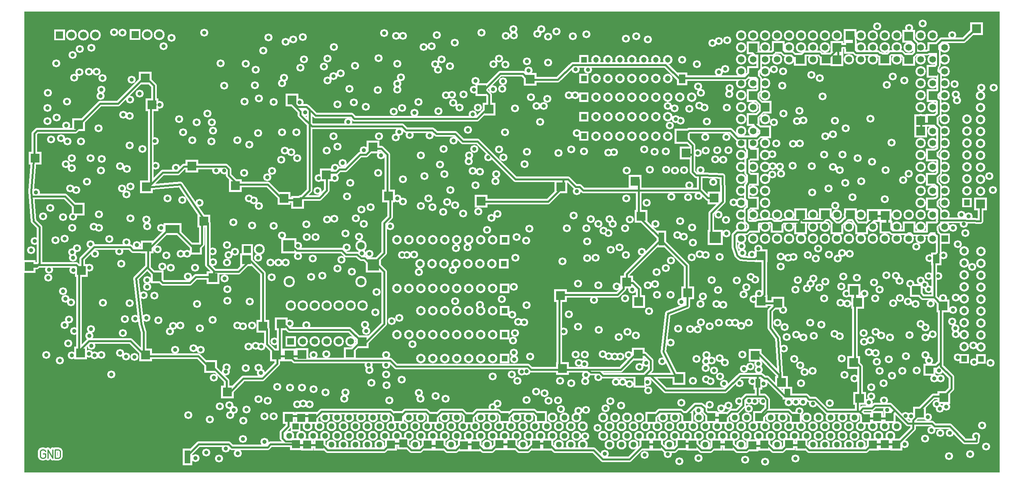
<source format=gbr>
%FSLAX34Y34*%
%MOMM*%
%LNCOPPER_INNER1*%
G71*
G01*
%ADD10C, 2.320*%
%ADD11C, 2.000*%
%ADD12C, 2.400*%
%ADD13C, 2.200*%
%ADD14C, 2.100*%
%ADD15C, 1.700*%
%ADD16R, 2.700X2.700*%
%ADD17C, 1.022*%
%ADD18R, 1.900X2.700*%
%ADD19R, 2.200X2.700*%
%ADD20C, 1.200*%
%ADD21R, 3.200X3.200*%
%ADD22R, 2.100X3.600*%
%ADD23R, 2.500X2.500*%
%ADD24R, 2.100X2.700*%
%ADD25C, 1.520*%
%ADD26C, 1.200*%
%ADD27C, 1.600*%
%ADD28C, 1.400*%
%ADD29C, 1.300*%
%ADD30C, 0.900*%
%ADD31R, 1.900X1.900*%
%ADD32C, 0.222*%
%ADD33R, 1.100X1.900*%
%ADD34R, 1.400X1.900*%
%ADD35C, 0.400*%
%ADD36R, 2.400X2.400*%
%ADD37R, 1.300X2.800*%
%ADD38R, 1.700X1.700*%
%ADD39R, 1.300X1.900*%
%LPD*%
G36*
X-1120775Y111125D02*
X949225Y111125D01*
X949225Y-868875D01*
X-1120775Y-868875D01*
X-1120775Y111125D01*
G37*
%LPC*%
G36*
X-1057612Y72725D02*
X-1034412Y72725D01*
X-1034412Y49525D01*
X-1057612Y49525D01*
X-1057612Y72725D01*
G37*
X-1020612Y61125D02*
G54D10*
D03*
X-995212Y61125D02*
G54D10*
D03*
X-969812Y61125D02*
G54D10*
D03*
G36*
X-897425Y73638D02*
X-874225Y73638D01*
X-874225Y50438D01*
X-897425Y50438D01*
X-897425Y73638D01*
G37*
X-860425Y62038D02*
G54D10*
D03*
X-835025Y62038D02*
G54D10*
D03*
G36*
X56675Y18062D02*
X76675Y18062D01*
X76675Y-1938D01*
X56675Y-1938D01*
X56675Y18062D01*
G37*
X92075Y8062D02*
G54D11*
D03*
X117475Y8062D02*
G54D11*
D03*
X142875Y8062D02*
G54D11*
D03*
X168275Y8062D02*
G54D11*
D03*
X193675Y8062D02*
G54D11*
D03*
X219075Y8062D02*
G54D11*
D03*
X244475Y8062D02*
G54D11*
D03*
G36*
X56675Y-21625D02*
X76675Y-21625D01*
X76675Y-41625D01*
X56675Y-41625D01*
X56675Y-21625D01*
G37*
X92075Y-31625D02*
G54D11*
D03*
X117475Y-31625D02*
G54D11*
D03*
X142875Y-31625D02*
G54D11*
D03*
X168275Y-31625D02*
G54D11*
D03*
X193675Y-31625D02*
G54D11*
D03*
X219075Y-31625D02*
G54D11*
D03*
X244475Y-31625D02*
G54D11*
D03*
G36*
X56675Y-61312D02*
X76675Y-61312D01*
X76675Y-81312D01*
X56675Y-81312D01*
X56675Y-61312D01*
G37*
X92075Y-71312D02*
G54D11*
D03*
X117475Y-71312D02*
G54D11*
D03*
X142875Y-71312D02*
G54D11*
D03*
X168275Y-71312D02*
G54D11*
D03*
X193675Y-71312D02*
G54D11*
D03*
X219075Y-71312D02*
G54D11*
D03*
X244475Y-71312D02*
G54D11*
D03*
X269875Y-71312D02*
G54D11*
D03*
X295275Y-71312D02*
G54D11*
D03*
G36*
X56675Y-102588D02*
X76675Y-102588D01*
X76675Y-122588D01*
X56675Y-122588D01*
X56675Y-102588D01*
G37*
X92075Y-112588D02*
G54D11*
D03*
X117475Y-112588D02*
G54D11*
D03*
X142875Y-112588D02*
G54D11*
D03*
X168275Y-112588D02*
G54D11*
D03*
X193675Y-112588D02*
G54D11*
D03*
X219075Y-112588D02*
G54D11*
D03*
X244475Y-112588D02*
G54D11*
D03*
G36*
X56675Y-143862D02*
X76675Y-143862D01*
X76675Y-163862D01*
X56675Y-163862D01*
X56675Y-143862D01*
G37*
X92075Y-153862D02*
G54D11*
D03*
X117475Y-153862D02*
G54D11*
D03*
X142875Y-153862D02*
G54D11*
D03*
X168275Y-153862D02*
G54D11*
D03*
X193675Y-153862D02*
G54D11*
D03*
X219075Y-153862D02*
G54D11*
D03*
X244475Y-153862D02*
G54D11*
D03*
G36*
X-91600Y-384525D02*
X-111600Y-384525D01*
X-111600Y-364525D01*
X-91600Y-364525D01*
X-91600Y-384525D01*
G37*
X-127000Y-374525D02*
G54D11*
D03*
X-152400Y-374525D02*
G54D11*
D03*
X-177800Y-374525D02*
G54D11*
D03*
X-203200Y-374525D02*
G54D11*
D03*
X-228600Y-374525D02*
G54D11*
D03*
X-254000Y-374525D02*
G54D11*
D03*
X-279400Y-374525D02*
G54D11*
D03*
X-304800Y-374525D02*
G54D11*
D03*
X-330200Y-374525D02*
G54D11*
D03*
G36*
X-91600Y-487712D02*
X-111600Y-487712D01*
X-111600Y-467712D01*
X-91600Y-467712D01*
X-91600Y-487712D01*
G37*
X-127000Y-477712D02*
G54D11*
D03*
X-152400Y-477712D02*
G54D11*
D03*
X-177800Y-477712D02*
G54D11*
D03*
X-203200Y-477712D02*
G54D11*
D03*
X-228600Y-477712D02*
G54D11*
D03*
X-254000Y-477712D02*
G54D11*
D03*
X-279400Y-477712D02*
G54D11*
D03*
X-304800Y-477712D02*
G54D11*
D03*
X-330200Y-477712D02*
G54D11*
D03*
G36*
X-91600Y-586138D02*
X-111600Y-586138D01*
X-111600Y-566138D01*
X-91600Y-566138D01*
X-91600Y-586138D01*
G37*
X-127000Y-576138D02*
G54D11*
D03*
X-152400Y-576138D02*
G54D11*
D03*
X-177800Y-576138D02*
G54D11*
D03*
X-203200Y-576138D02*
G54D11*
D03*
X-228600Y-576138D02*
G54D11*
D03*
X-254000Y-576138D02*
G54D11*
D03*
X-279400Y-576138D02*
G54D11*
D03*
X-304800Y-576138D02*
G54D11*
D03*
X-330200Y-576138D02*
G54D11*
D03*
G36*
X-93188Y-435325D02*
X-113188Y-435325D01*
X-113188Y-415325D01*
X-93188Y-415325D01*
X-93188Y-435325D01*
G37*
X-128588Y-425325D02*
G54D11*
D03*
X-153988Y-425325D02*
G54D11*
D03*
X-179388Y-425325D02*
G54D11*
D03*
X-204788Y-425325D02*
G54D11*
D03*
X-230188Y-425325D02*
G54D11*
D03*
X-255588Y-425325D02*
G54D11*
D03*
X-280988Y-425325D02*
G54D11*
D03*
G36*
X-91600Y-535338D02*
X-111600Y-535338D01*
X-111600Y-515338D01*
X-91600Y-515338D01*
X-91600Y-535338D01*
G37*
X-127000Y-525338D02*
G54D11*
D03*
X-152400Y-525338D02*
G54D11*
D03*
X-177800Y-525338D02*
G54D11*
D03*
X-203200Y-525338D02*
G54D11*
D03*
X-228600Y-525338D02*
G54D11*
D03*
X-254000Y-525338D02*
G54D11*
D03*
X-279400Y-525338D02*
G54D11*
D03*
G36*
X-91600Y-636938D02*
X-111600Y-636938D01*
X-111600Y-616938D01*
X-91600Y-616938D01*
X-91600Y-636938D01*
G37*
X-127000Y-626938D02*
G54D11*
D03*
X-152400Y-626938D02*
G54D11*
D03*
X-177800Y-626938D02*
G54D11*
D03*
X-203200Y-626938D02*
G54D11*
D03*
X-228600Y-626938D02*
G54D11*
D03*
X-254000Y-626938D02*
G54D11*
D03*
X-279400Y-626938D02*
G54D11*
D03*
X-406400Y-463425D02*
G54D12*
D03*
X-558800Y-463425D02*
G54D12*
D03*
X-558800Y-387225D02*
G54D12*
D03*
X-406400Y-387225D02*
G54D12*
D03*
G36*
X-566625Y-579425D02*
X-544625Y-579425D01*
X-544625Y-601425D01*
X-566625Y-601425D01*
X-566625Y-579425D01*
G37*
X-530225Y-590425D02*
G54D13*
D03*
X-504825Y-590425D02*
G54D13*
D03*
X-479425Y-590425D02*
G54D13*
D03*
X-454025Y-590425D02*
G54D13*
D03*
X-428625Y-590425D02*
G54D13*
D03*
X-403225Y-590425D02*
G54D13*
D03*
X-403225Y-514225D02*
G54D13*
D03*
X-428625Y-514225D02*
G54D13*
D03*
X-454025Y-514225D02*
G54D13*
D03*
X-479425Y-514225D02*
G54D13*
D03*
X-504825Y-514225D02*
G54D13*
D03*
X-530225Y-514225D02*
G54D13*
D03*
X-555625Y-514225D02*
G54D13*
D03*
G36*
X863919Y-637063D02*
X863919Y-617063D01*
X883919Y-617063D01*
X883919Y-637063D01*
X863919Y-637063D01*
G37*
X873919Y-601663D02*
G54D11*
D03*
X873919Y-576263D02*
G54D11*
D03*
X873919Y-550863D02*
G54D11*
D03*
X873919Y-525463D02*
G54D11*
D03*
X873919Y-500063D02*
G54D11*
D03*
X873919Y-474663D02*
G54D11*
D03*
X873919Y-449263D02*
G54D11*
D03*
X873919Y-423863D02*
G54D11*
D03*
X873919Y-398463D02*
G54D11*
D03*
G36*
X899241Y-637460D02*
X899241Y-617460D01*
X919241Y-617460D01*
X919241Y-637460D01*
X899241Y-637460D01*
G37*
X909241Y-602060D02*
G54D11*
D03*
X909241Y-576660D02*
G54D11*
D03*
X909241Y-551260D02*
G54D11*
D03*
X909241Y-525860D02*
G54D11*
D03*
X909241Y-500460D02*
G54D11*
D03*
X909241Y-475060D02*
G54D11*
D03*
X909241Y-449660D02*
G54D11*
D03*
X909241Y-424260D02*
G54D11*
D03*
X909241Y-398860D02*
G54D11*
D03*
G36*
X898447Y-306069D02*
X898447Y-286069D01*
X918447Y-286069D01*
X918447Y-306069D01*
X898447Y-306069D01*
G37*
X908447Y-270669D02*
G54D11*
D03*
X908447Y-245269D02*
G54D11*
D03*
X908447Y-219869D02*
G54D11*
D03*
X908447Y-194469D02*
G54D11*
D03*
X908447Y-169069D02*
G54D11*
D03*
X908447Y-143669D02*
G54D11*
D03*
X908447Y-118269D02*
G54D11*
D03*
X908447Y-92869D02*
G54D11*
D03*
X908447Y-67469D02*
G54D11*
D03*
G36*
X869872Y-305276D02*
X869872Y-285276D01*
X889872Y-285276D01*
X889872Y-305276D01*
X869872Y-305276D01*
G37*
X879872Y-269876D02*
G54D11*
D03*
X879872Y-244476D02*
G54D11*
D03*
X879872Y-219076D02*
G54D11*
D03*
X879872Y-193676D02*
G54D11*
D03*
X879872Y-168276D02*
G54D11*
D03*
X879872Y-142876D02*
G54D11*
D03*
X879872Y-117476D02*
G54D11*
D03*
G36*
X-659300Y-383291D02*
X-636100Y-383291D01*
X-636100Y-406491D01*
X-659300Y-406491D01*
X-659300Y-383291D01*
G37*
X-622300Y-394891D02*
G54D10*
D03*
X400844Y59928D02*
G54D13*
D03*
X426244Y59928D02*
G54D13*
D03*
X451644Y59928D02*
G54D13*
D03*
X477044Y59928D02*
G54D13*
D03*
X502444Y59928D02*
G54D13*
D03*
X527844Y59928D02*
G54D13*
D03*
X553244Y59928D02*
G54D13*
D03*
X578644Y59928D02*
G54D13*
D03*
X604044Y59928D02*
G54D13*
D03*
X629444Y59928D02*
G54D13*
D03*
X654844Y59928D02*
G54D13*
D03*
X680244Y59928D02*
G54D13*
D03*
X705644Y59928D02*
G54D13*
D03*
X731044Y59928D02*
G54D13*
D03*
X756444Y59928D02*
G54D13*
D03*
X781845Y59928D02*
G54D13*
D03*
X807245Y59928D02*
G54D13*
D03*
X400844Y34528D02*
G54D13*
D03*
X426244Y34528D02*
G54D13*
D03*
X451644Y34528D02*
G54D13*
D03*
X477044Y34528D02*
G54D13*
D03*
X502444Y34528D02*
G54D13*
D03*
X527844Y34528D02*
G54D13*
D03*
X553244Y34528D02*
G54D13*
D03*
X578644Y34528D02*
G54D13*
D03*
X604044Y34528D02*
G54D13*
D03*
X629444Y34528D02*
G54D13*
D03*
X654844Y34528D02*
G54D13*
D03*
X680244Y34528D02*
G54D13*
D03*
X705644Y34528D02*
G54D13*
D03*
X731044Y34528D02*
G54D13*
D03*
X756444Y34528D02*
G54D13*
D03*
X781845Y34528D02*
G54D13*
D03*
X807245Y34528D02*
G54D13*
D03*
X832645Y34528D02*
G54D13*
D03*
X400844Y9128D02*
G54D13*
D03*
X426244Y9128D02*
G54D13*
D03*
X451644Y9128D02*
G54D13*
D03*
X477044Y9128D02*
G54D13*
D03*
X502444Y9128D02*
G54D13*
D03*
X527844Y9128D02*
G54D13*
D03*
X553244Y9128D02*
G54D13*
D03*
X578644Y9128D02*
G54D13*
D03*
X604044Y9128D02*
G54D13*
D03*
X629444Y9128D02*
G54D13*
D03*
X654844Y9128D02*
G54D13*
D03*
X680244Y9128D02*
G54D13*
D03*
X705644Y9128D02*
G54D13*
D03*
X731044Y9128D02*
G54D13*
D03*
X756444Y9128D02*
G54D13*
D03*
X781845Y9128D02*
G54D13*
D03*
X807245Y9128D02*
G54D13*
D03*
X832645Y9128D02*
G54D13*
D03*
X400844Y-16272D02*
G54D13*
D03*
X426244Y-16272D02*
G54D13*
D03*
X451644Y-16272D02*
G54D13*
D03*
X781845Y-16272D02*
G54D13*
D03*
X807245Y-16272D02*
G54D13*
D03*
X832645Y-16272D02*
G54D13*
D03*
X400844Y-41672D02*
G54D13*
D03*
X426244Y-41672D02*
G54D13*
D03*
X451644Y-41672D02*
G54D13*
D03*
X781845Y-41672D02*
G54D13*
D03*
X807245Y-41672D02*
G54D13*
D03*
X832645Y-41672D02*
G54D13*
D03*
X400844Y-67072D02*
G54D13*
D03*
X426244Y-67072D02*
G54D13*
D03*
X451644Y-67072D02*
G54D13*
D03*
X781845Y-67072D02*
G54D13*
D03*
X807245Y-67072D02*
G54D13*
D03*
X832645Y-67072D02*
G54D13*
D03*
X400844Y-92472D02*
G54D13*
D03*
X426244Y-92472D02*
G54D13*
D03*
X451644Y-92472D02*
G54D13*
D03*
X781845Y-92472D02*
G54D13*
D03*
X807245Y-92472D02*
G54D13*
D03*
X832645Y-92472D02*
G54D13*
D03*
X400844Y-117872D02*
G54D13*
D03*
X426244Y-117872D02*
G54D13*
D03*
X451644Y-117872D02*
G54D13*
D03*
X781845Y-117872D02*
G54D13*
D03*
X807245Y-117872D02*
G54D13*
D03*
X832645Y-117872D02*
G54D13*
D03*
X400844Y-143272D02*
G54D13*
D03*
X426244Y-143272D02*
G54D13*
D03*
X451644Y-143272D02*
G54D13*
D03*
X781845Y-143272D02*
G54D13*
D03*
X807245Y-143272D02*
G54D13*
D03*
X832645Y-143272D02*
G54D13*
D03*
X400844Y-168672D02*
G54D13*
D03*
X426244Y-168672D02*
G54D13*
D03*
X451644Y-168672D02*
G54D13*
D03*
X781845Y-168672D02*
G54D13*
D03*
X807245Y-168672D02*
G54D13*
D03*
X832645Y-168672D02*
G54D13*
D03*
X400844Y-194072D02*
G54D13*
D03*
X426244Y-194072D02*
G54D13*
D03*
X451644Y-194072D02*
G54D13*
D03*
X781845Y-194072D02*
G54D13*
D03*
X807245Y-194072D02*
G54D13*
D03*
X832645Y-194072D02*
G54D13*
D03*
X400844Y-219472D02*
G54D13*
D03*
X426244Y-219472D02*
G54D13*
D03*
X451644Y-219472D02*
G54D13*
D03*
X781845Y-219472D02*
G54D13*
D03*
X807245Y-219472D02*
G54D13*
D03*
X832645Y-219472D02*
G54D13*
D03*
X400844Y-244872D02*
G54D13*
D03*
X426244Y-244872D02*
G54D13*
D03*
X451644Y-244872D02*
G54D13*
D03*
X781845Y-244872D02*
G54D13*
D03*
X807245Y-244872D02*
G54D13*
D03*
X832645Y-244872D02*
G54D13*
D03*
X400844Y-270272D02*
G54D13*
D03*
X426244Y-270272D02*
G54D13*
D03*
X451644Y-270272D02*
G54D13*
D03*
X781845Y-270272D02*
G54D13*
D03*
X807245Y-270272D02*
G54D13*
D03*
X832645Y-270272D02*
G54D13*
D03*
X400844Y-295672D02*
G54D13*
D03*
X426244Y-295672D02*
G54D13*
D03*
X451644Y-295672D02*
G54D13*
D03*
X781845Y-295672D02*
G54D13*
D03*
X807245Y-295672D02*
G54D13*
D03*
X832645Y-295672D02*
G54D13*
D03*
X400844Y-321072D02*
G54D13*
D03*
X426244Y-321072D02*
G54D13*
D03*
X451644Y-321072D02*
G54D13*
D03*
X477044Y-321072D02*
G54D13*
D03*
X502444Y-321072D02*
G54D13*
D03*
X527844Y-321072D02*
G54D13*
D03*
X553244Y-321072D02*
G54D13*
D03*
X578644Y-321072D02*
G54D13*
D03*
X604044Y-321072D02*
G54D13*
D03*
X629444Y-321072D02*
G54D13*
D03*
X654844Y-321072D02*
G54D13*
D03*
X680244Y-321072D02*
G54D13*
D03*
X705644Y-321072D02*
G54D13*
D03*
X731044Y-321072D02*
G54D13*
D03*
X756444Y-321072D02*
G54D13*
D03*
X781845Y-321072D02*
G54D13*
D03*
X807245Y-321072D02*
G54D13*
D03*
X832645Y-321072D02*
G54D13*
D03*
X400844Y-346472D02*
G54D13*
D03*
X426244Y-346472D02*
G54D13*
D03*
X451644Y-346472D02*
G54D13*
D03*
X477044Y-346472D02*
G54D13*
D03*
X502444Y-346472D02*
G54D13*
D03*
X527844Y-346472D02*
G54D13*
D03*
X553244Y-346472D02*
G54D13*
D03*
X578644Y-346472D02*
G54D13*
D03*
X604044Y-346472D02*
G54D13*
D03*
X629444Y-346472D02*
G54D13*
D03*
X654844Y-346472D02*
G54D13*
D03*
X680244Y-346472D02*
G54D13*
D03*
X705644Y-346472D02*
G54D13*
D03*
X731044Y-346472D02*
G54D13*
D03*
X756444Y-346472D02*
G54D13*
D03*
X781845Y-346472D02*
G54D13*
D03*
X807245Y-346472D02*
G54D13*
D03*
X832645Y-346472D02*
G54D13*
D03*
X400844Y-371872D02*
G54D13*
D03*
X426244Y-371872D02*
G54D13*
D03*
X451644Y-371872D02*
G54D13*
D03*
X477044Y-371872D02*
G54D13*
D03*
X502444Y-371872D02*
G54D13*
D03*
X527844Y-371872D02*
G54D13*
D03*
X553244Y-371872D02*
G54D13*
D03*
X578644Y-371872D02*
G54D13*
D03*
X604044Y-371872D02*
G54D13*
D03*
X629444Y-371872D02*
G54D13*
D03*
X654844Y-371872D02*
G54D13*
D03*
X680244Y-371872D02*
G54D13*
D03*
X705644Y-371872D02*
G54D13*
D03*
X731044Y-371872D02*
G54D13*
D03*
X756444Y-371872D02*
G54D13*
D03*
X781845Y-371872D02*
G54D13*
D03*
X807245Y-371872D02*
G54D13*
D03*
G36*
X821645Y-360872D02*
X843645Y-360872D01*
X843645Y-382872D01*
X821645Y-382872D01*
X821645Y-360872D01*
G37*
X-558800Y-752079D02*
G54D14*
D03*
X-533400Y-752079D02*
G54D14*
D03*
X-508000Y-752079D02*
G54D14*
D03*
X-482600Y-752079D02*
G54D14*
D03*
X-457200Y-752079D02*
G54D14*
D03*
X-431800Y-752079D02*
G54D14*
D03*
X-406400Y-752079D02*
G54D14*
D03*
X-381000Y-752079D02*
G54D14*
D03*
X-355600Y-752079D02*
G54D14*
D03*
X-330200Y-752079D02*
G54D14*
D03*
X-304800Y-752079D02*
G54D14*
D03*
X-279400Y-752079D02*
G54D14*
D03*
X-254000Y-752079D02*
G54D14*
D03*
X-228600Y-752079D02*
G54D14*
D03*
X-203200Y-752079D02*
G54D14*
D03*
X-177800Y-752079D02*
G54D14*
D03*
X-152400Y-752079D02*
G54D14*
D03*
X-127000Y-752079D02*
G54D14*
D03*
X-101600Y-752079D02*
G54D14*
D03*
X-76200Y-752079D02*
G54D14*
D03*
X-50800Y-752079D02*
G54D14*
D03*
X-25400Y-752079D02*
G54D14*
D03*
X0Y-752079D02*
G54D14*
D03*
X25400Y-752079D02*
G54D14*
D03*
X50800Y-752079D02*
G54D14*
D03*
X-558800Y-790579D02*
G54D14*
D03*
X-533400Y-790579D02*
G54D14*
D03*
X-508000Y-790579D02*
G54D14*
D03*
X-482600Y-790579D02*
G54D14*
D03*
X-457200Y-790579D02*
G54D14*
D03*
X-431800Y-790579D02*
G54D14*
D03*
X-406400Y-790579D02*
G54D14*
D03*
X-381000Y-790579D02*
G54D14*
D03*
X-355600Y-790579D02*
G54D14*
D03*
X-330200Y-790579D02*
G54D14*
D03*
X-304800Y-790579D02*
G54D14*
D03*
X-279400Y-790579D02*
G54D14*
D03*
X-254000Y-790579D02*
G54D14*
D03*
X-228600Y-790579D02*
G54D14*
D03*
X-203200Y-790579D02*
G54D14*
D03*
X-177800Y-790579D02*
G54D14*
D03*
X-152400Y-790579D02*
G54D14*
D03*
X-127000Y-790579D02*
G54D14*
D03*
X-101600Y-790579D02*
G54D14*
D03*
X-76200Y-790579D02*
G54D14*
D03*
X-50800Y-790579D02*
G54D14*
D03*
X-25400Y-790579D02*
G54D14*
D03*
X0Y-790579D02*
G54D14*
D03*
X25400Y-790579D02*
G54D14*
D03*
X50800Y-790579D02*
G54D14*
D03*
G36*
X-555730Y-760436D02*
X-534730Y-760436D01*
X-534730Y-781436D01*
X-555730Y-781436D01*
X-555730Y-760436D01*
G37*
X-519830Y-770936D02*
G54D14*
D03*
X-494430Y-770936D02*
G54D14*
D03*
X-469030Y-770936D02*
G54D14*
D03*
X-443630Y-770936D02*
G54D14*
D03*
X-418230Y-770936D02*
G54D14*
D03*
X-392830Y-770936D02*
G54D14*
D03*
X-367430Y-770936D02*
G54D14*
D03*
X-342030Y-770936D02*
G54D14*
D03*
X-316630Y-770936D02*
G54D14*
D03*
X-291230Y-770936D02*
G54D14*
D03*
X-265830Y-770936D02*
G54D14*
D03*
X-240430Y-770936D02*
G54D14*
D03*
X-215030Y-770936D02*
G54D14*
D03*
X-189630Y-770936D02*
G54D14*
D03*
X-164230Y-770936D02*
G54D14*
D03*
X-138830Y-770936D02*
G54D14*
D03*
X-113430Y-770936D02*
G54D14*
D03*
X-88030Y-770936D02*
G54D14*
D03*
X-62631Y-770936D02*
G54D14*
D03*
X-37230Y-770936D02*
G54D14*
D03*
X-11830Y-770936D02*
G54D14*
D03*
X13570Y-770936D02*
G54D14*
D03*
X38970Y-770936D02*
G54D14*
D03*
X64370Y-770936D02*
G54D14*
D03*
X-545230Y-809436D02*
G54D14*
D03*
X-519830Y-809436D02*
G54D14*
D03*
X-494430Y-809436D02*
G54D14*
D03*
X-469030Y-809436D02*
G54D14*
D03*
X-443630Y-809436D02*
G54D14*
D03*
X-418230Y-809436D02*
G54D14*
D03*
X-392830Y-809436D02*
G54D14*
D03*
X-367430Y-809436D02*
G54D14*
D03*
X-342030Y-809436D02*
G54D14*
D03*
X-316630Y-809436D02*
G54D14*
D03*
X-291230Y-809436D02*
G54D14*
D03*
X-265830Y-809436D02*
G54D14*
D03*
X-240430Y-809436D02*
G54D14*
D03*
X-215030Y-809436D02*
G54D14*
D03*
X-189630Y-809436D02*
G54D14*
D03*
X-164230Y-809436D02*
G54D14*
D03*
X-138830Y-809436D02*
G54D14*
D03*
X-113430Y-809436D02*
G54D14*
D03*
X-88030Y-809436D02*
G54D14*
D03*
X-62631Y-809436D02*
G54D14*
D03*
X-37230Y-809436D02*
G54D14*
D03*
X-11830Y-809436D02*
G54D14*
D03*
X13570Y-809436D02*
G54D14*
D03*
X38970Y-809436D02*
G54D14*
D03*
X64370Y-809436D02*
G54D14*
D03*
X107950Y-752079D02*
G54D14*
D03*
X133350Y-752079D02*
G54D14*
D03*
X158750Y-752079D02*
G54D14*
D03*
X184150Y-752079D02*
G54D14*
D03*
X209550Y-752079D02*
G54D14*
D03*
X234950Y-752079D02*
G54D14*
D03*
X260350Y-752079D02*
G54D14*
D03*
X285750Y-752079D02*
G54D14*
D03*
X311150Y-752079D02*
G54D14*
D03*
X336550Y-752079D02*
G54D14*
D03*
X361950Y-752079D02*
G54D14*
D03*
X387350Y-752079D02*
G54D14*
D03*
X412750Y-752079D02*
G54D14*
D03*
X438150Y-752079D02*
G54D14*
D03*
X463550Y-752079D02*
G54D14*
D03*
X488950Y-752079D02*
G54D14*
D03*
X514350Y-752079D02*
G54D14*
D03*
X539750Y-752079D02*
G54D14*
D03*
X565150Y-752079D02*
G54D14*
D03*
X590550Y-752079D02*
G54D14*
D03*
X615950Y-752079D02*
G54D14*
D03*
X641350Y-752079D02*
G54D14*
D03*
X666750Y-752079D02*
G54D14*
D03*
X692150Y-752079D02*
G54D14*
D03*
X717550Y-752079D02*
G54D14*
D03*
X107950Y-790579D02*
G54D14*
D03*
X133350Y-790579D02*
G54D14*
D03*
X158750Y-790579D02*
G54D14*
D03*
X184150Y-790579D02*
G54D14*
D03*
X209550Y-790579D02*
G54D14*
D03*
X234950Y-790579D02*
G54D14*
D03*
X260350Y-790579D02*
G54D14*
D03*
X285750Y-790579D02*
G54D14*
D03*
X311150Y-790579D02*
G54D14*
D03*
X336550Y-790579D02*
G54D14*
D03*
X361950Y-790579D02*
G54D14*
D03*
X387350Y-790579D02*
G54D14*
D03*
X412750Y-790579D02*
G54D14*
D03*
X438150Y-790579D02*
G54D14*
D03*
X463550Y-790579D02*
G54D14*
D03*
X488950Y-790579D02*
G54D14*
D03*
X514350Y-790579D02*
G54D14*
D03*
X539750Y-790579D02*
G54D14*
D03*
X565150Y-790579D02*
G54D14*
D03*
X590550Y-790579D02*
G54D14*
D03*
X615950Y-790579D02*
G54D14*
D03*
X641350Y-790579D02*
G54D14*
D03*
X666750Y-790579D02*
G54D14*
D03*
X692150Y-790579D02*
G54D14*
D03*
X717550Y-790579D02*
G54D14*
D03*
X121520Y-770936D02*
G54D14*
D03*
X146920Y-770936D02*
G54D14*
D03*
X172320Y-770936D02*
G54D14*
D03*
X197720Y-770936D02*
G54D14*
D03*
X223120Y-770936D02*
G54D14*
D03*
X248520Y-770936D02*
G54D14*
D03*
X273920Y-770936D02*
G54D14*
D03*
X299320Y-770936D02*
G54D14*
D03*
X324720Y-770936D02*
G54D14*
D03*
X350120Y-770936D02*
G54D14*
D03*
X375520Y-770936D02*
G54D14*
D03*
X400920Y-770936D02*
G54D14*
D03*
X426320Y-770936D02*
G54D14*
D03*
X451720Y-770936D02*
G54D14*
D03*
X477120Y-770936D02*
G54D14*
D03*
X502520Y-770936D02*
G54D14*
D03*
X527919Y-770936D02*
G54D14*
D03*
X553319Y-770936D02*
G54D14*
D03*
X578719Y-770936D02*
G54D14*
D03*
X604119Y-770936D02*
G54D14*
D03*
X629519Y-770936D02*
G54D14*
D03*
X654919Y-770936D02*
G54D14*
D03*
X680319Y-770936D02*
G54D14*
D03*
X705719Y-770936D02*
G54D14*
D03*
X731120Y-770936D02*
G54D14*
D03*
X121520Y-809436D02*
G54D14*
D03*
X146920Y-809436D02*
G54D14*
D03*
X172320Y-809436D02*
G54D14*
D03*
X197720Y-809436D02*
G54D14*
D03*
X223120Y-809436D02*
G54D14*
D03*
X248520Y-809436D02*
G54D14*
D03*
X273920Y-809436D02*
G54D14*
D03*
X299320Y-809436D02*
G54D14*
D03*
X324720Y-809436D02*
G54D14*
D03*
X350120Y-809436D02*
G54D14*
D03*
X375520Y-809436D02*
G54D14*
D03*
X400920Y-809436D02*
G54D14*
D03*
X426320Y-809436D02*
G54D14*
D03*
X451720Y-809436D02*
G54D14*
D03*
X477120Y-809436D02*
G54D14*
D03*
X502520Y-809436D02*
G54D14*
D03*
X527919Y-809436D02*
G54D14*
D03*
X553319Y-809436D02*
G54D14*
D03*
X578719Y-809436D02*
G54D14*
D03*
X604119Y-809436D02*
G54D14*
D03*
X629519Y-809436D02*
G54D14*
D03*
X654919Y-809436D02*
G54D14*
D03*
X680319Y-809436D02*
G54D14*
D03*
X705719Y-809436D02*
G54D14*
D03*
X731120Y-809436D02*
G54D14*
D03*
X-32147Y63500D02*
G54D15*
D03*
X-79772Y-94854D02*
G54D15*
D03*
X-792559Y-117476D02*
G54D15*
D03*
X354806Y-411162D02*
G54D15*
D03*
X-844550Y-493316D02*
G54D15*
D03*
X371078Y49609D02*
G54D15*
D03*
X-99219Y59531D02*
G54D15*
D03*
X-256778Y37306D02*
G54D15*
D03*
X-1004094Y-17859D02*
G54D15*
D03*
X8731Y68262D02*
G54D15*
D03*
X-33734Y-89694D02*
G54D15*
D03*
X-722709Y-124619D02*
G54D15*
D03*
X155972Y53578D02*
G54D15*
D03*
X-49212Y-350441D02*
G54D15*
D03*
X-138906Y-353616D02*
G54D15*
D03*
X-23416Y73422D02*
G54D15*
D03*
X-50800Y-14684D02*
G54D15*
D03*
X-967581Y-16669D02*
G54D15*
D03*
X-9128Y57547D02*
G54D15*
D03*
X-82947Y73422D02*
G54D15*
D03*
X-245269Y61119D02*
G54D15*
D03*
X-955278Y-30956D02*
G54D15*
D03*
X689372Y79375D02*
G54D15*
D03*
X-930275Y67072D02*
G54D15*
D03*
X-912812Y65484D02*
G54D15*
D03*
X-1071166Y-61912D02*
G54D15*
D03*
X339725Y43656D02*
G54D15*
D03*
X-808434Y54769D02*
G54D15*
D03*
X786209Y85725D02*
G54D15*
D03*
X510381Y-170656D02*
G54D15*
D03*
X475059Y-169862D02*
G54D15*
D03*
X313928Y-226616D02*
G54D15*
D03*
X279400Y-226616D02*
G54D15*
D03*
X252809Y-282575D02*
G54D15*
D03*
X-116681Y-319088D02*
G54D15*
D03*
X-748903Y-295275D02*
G54D15*
D03*
X549275Y-23812D02*
G54D15*
D03*
X489744Y-15875D02*
G54D15*
D03*
X-53975Y5159D02*
G54D15*
D03*
X-99616Y-1588D02*
G54D15*
D03*
X-210741Y-83344D02*
G54D15*
D03*
X-1015206Y-29369D02*
G54D15*
D03*
X756841Y75803D02*
G54D15*
D03*
X-45244Y-71438D02*
G54D15*
D03*
X-329009Y-55166D02*
G54D15*
D03*
X-574278Y-41672D02*
G54D15*
D03*
X-1071959Y-94059D02*
G54D15*
D03*
X-1071959Y-122238D02*
G54D15*
D03*
X-1042988Y-158750D02*
G54D15*
D03*
X-870347Y-180975D02*
G54D15*
D03*
X-574278Y-146050D02*
G54D15*
D03*
X-860425Y-345281D02*
G54D15*
D03*
X-830262Y-349250D02*
G54D15*
D03*
X352822Y48419D02*
G54D15*
D03*
X-81756Y59928D02*
G54D15*
D03*
X910431Y-51197D02*
G54D15*
D03*
X936626Y-51196D02*
G54D15*
D03*
X636984Y-284162D02*
G54D15*
D03*
X310356Y-280988D02*
G54D15*
D03*
X469900Y-12303D02*
G54D15*
D03*
X567531Y-30956D02*
G54D15*
D03*
X402828Y-402034D02*
G54D15*
D03*
X-785812Y-289322D02*
G54D15*
D03*
X-10716Y-74612D02*
G54D15*
D03*
X-167084Y-55166D02*
G54D15*
D03*
X-321866Y-28575D02*
G54D15*
D03*
X-317500Y59134D02*
G54D15*
D03*
X-530225Y56753D02*
G54D15*
D03*
X-1030684Y-80169D02*
G54D15*
D03*
X-613966Y28178D02*
G54D15*
D03*
X-624681Y-412353D02*
G54D15*
D03*
X-566738Y-422672D02*
G54D15*
D03*
X-150812Y65484D02*
G54D15*
D03*
X-356791Y65088D02*
G54D15*
D03*
X-1002903Y31353D02*
G54D15*
D03*
X-739378Y66278D02*
G54D15*
D03*
X-550069Y51197D02*
G54D15*
D03*
X-764778Y-162719D02*
G54D15*
D03*
X-723900Y-165100D02*
G54D15*
D03*
X-721122Y-544909D02*
G54D15*
D03*
X-721122Y-398859D02*
G54D15*
D03*
X-686991Y-406797D02*
G54D15*
D03*
X-982662Y-578247D02*
G54D15*
D03*
X935038Y-268288D02*
G54D15*
D03*
X886222Y-829866D02*
G54D15*
D03*
X853678Y-43656D02*
G54D15*
D03*
X855662Y-65484D02*
G54D15*
D03*
X744141Y-247253D02*
G54D15*
D03*
X290116Y-257969D02*
G54D15*
D03*
X287734Y-283766D02*
G54D15*
D03*
X-157559Y-313928D02*
G54D15*
D03*
X370284Y-92869D02*
G54D15*
D03*
X323056Y-93266D02*
G54D15*
D03*
X315119Y-61913D02*
G54D15*
D03*
X34925Y-66676D02*
G54D15*
D03*
X-449262Y-20241D02*
G54D15*
D03*
X-126206Y-53976D02*
G54D15*
D03*
X-554434Y-188119D02*
G54D15*
D03*
X-1029097Y-165100D02*
G54D15*
D03*
X352822Y-18257D02*
G54D15*
D03*
X-418703Y-4366D02*
G54D15*
D03*
X-163116Y-36910D02*
G54D15*
D03*
X-542131Y-201216D02*
G54D15*
D03*
X-1019969Y-200819D02*
G54D15*
D03*
X244475Y-89694D02*
G54D15*
D03*
X-1064419Y-160735D02*
G54D15*
D03*
X-624681Y-147241D02*
G54D15*
D03*
X311547Y-88900D02*
G54D15*
D03*
X573088Y-69850D02*
G54D15*
D03*
X551656Y-273447D02*
G54D15*
D03*
X218678Y-340122D02*
G54D15*
D03*
X260350Y-227013D02*
G54D15*
D03*
X-169069Y-228203D02*
G54D15*
D03*
X-238919Y-214709D02*
G54D15*
D03*
X157559Y-227012D02*
G54D15*
D03*
X206772Y-225028D02*
G54D15*
D03*
X203200Y-694531D02*
G54D15*
D03*
X205184Y-526256D02*
G54D15*
D03*
X427038Y-500856D02*
G54D15*
D03*
X429419Y-717153D02*
G54D15*
D03*
X823119Y-784622D02*
G54D15*
D03*
X815181Y-723503D02*
G54D15*
D03*
X641350Y-669131D02*
G54D15*
D03*
X810022Y-669131D02*
G54D15*
D03*
X-668734Y-556816D02*
G54D15*
D03*
X-983853Y-616744D02*
G54D15*
D03*
X-297259Y-596503D02*
G54D15*
D03*
X-279003Y-302816D02*
G54D15*
D03*
X-223044Y-294084D02*
G54D15*
D03*
X290512Y-95647D02*
G54D15*
D03*
X-1023144Y-265112D02*
G54D15*
D03*
X-605631Y-241300D02*
G54D15*
D03*
X-260350Y-152797D02*
G54D15*
D03*
X-511969Y-452834D02*
G54D15*
D03*
X-508794Y-414338D02*
G54D15*
D03*
X-447675Y-416322D02*
G54D15*
D03*
X-445294Y-211138D02*
G54D15*
D03*
X-456406Y-176609D02*
G54D15*
D03*
X-456406Y-86519D02*
G54D15*
D03*
X-1020366Y-222250D02*
G54D15*
D03*
X-210219Y-163388D02*
G54D15*
D03*
X-204788Y-392112D02*
G54D15*
D03*
X-439341Y-361156D02*
G54D15*
D03*
X-293688Y-406003D02*
G54D15*
D03*
X-433388Y-123428D02*
G54D15*
D03*
X-1052116Y-114697D02*
G54D15*
D03*
X595709Y-150416D02*
G54D15*
D03*
X599281Y-121047D02*
G54D15*
D03*
X519112Y-121841D02*
G54D15*
D03*
X-1010841Y-268288D02*
G54D15*
D03*
X-633809Y-290512D02*
G54D15*
D03*
X362347Y-203994D02*
G54D15*
D03*
X-59134Y-213122D02*
G54D15*
D03*
X-78581Y-412750D02*
G54D15*
D03*
X-689920Y-479210D02*
G54D15*
D03*
X466725Y-192484D02*
G54D15*
D03*
X576262Y-192881D02*
G54D15*
D03*
X437356Y-393303D02*
G54D15*
D03*
X-581819Y-422275D02*
G54D15*
D03*
X-283766Y-442912D02*
G54D15*
D03*
X373459Y-184150D02*
G54D15*
D03*
X-230981Y-180975D02*
G54D15*
D03*
X-228997Y-234950D02*
G54D15*
D03*
X-478631Y-330994D02*
G54D15*
D03*
X-438944Y-698897D02*
G54D15*
D03*
X-283369Y-699294D02*
G54D15*
D03*
X466328Y-235347D02*
G54D15*
D03*
X-216297Y-268684D02*
G54D15*
D03*
X-119459Y-234553D02*
G54D15*
D03*
X-120650Y-249634D02*
G54D15*
D03*
X306388Y-794D02*
G54D15*
D03*
X-17066Y-700088D02*
G54D15*
D03*
X49609Y-11906D02*
G54D15*
D03*
X-242491Y-13097D02*
G54D15*
D03*
X-280194Y-711994D02*
G54D15*
D03*
X-346075Y-715566D02*
G54D15*
D03*
X352028Y-320675D02*
G54D15*
D03*
X164306Y-330994D02*
G54D15*
D03*
X155972Y-406797D02*
G54D15*
D03*
X509588Y-217091D02*
G54D15*
D03*
X482600Y-218678D02*
G54D15*
D03*
X369491Y-155575D02*
G54D15*
D03*
X324247Y-155575D02*
G54D15*
D03*
X240903Y-186134D02*
G54D15*
D03*
X130572Y-187722D02*
G54D15*
D03*
X123825Y-395684D02*
G54D15*
D03*
X-206772Y-300831D02*
G54D15*
D03*
X199628Y-295672D02*
G54D15*
D03*
X579225Y-154092D02*
G54D15*
D03*
X51594Y-147241D02*
G54D15*
D03*
X108347Y-355203D02*
G54D15*
D03*
X202803Y51197D02*
G54D15*
D03*
X-1032669Y-213518D02*
G54D15*
D03*
X258762Y-94853D02*
G54D15*
D03*
X-1000919Y-165100D02*
G54D15*
D03*
X-65484Y-654447D02*
G54D15*
D03*
X-352822Y-640159D02*
G54D15*
D03*
X-34925Y-697309D02*
G54D15*
D03*
X746522Y-36116D02*
G54D15*
D03*
X488156Y-46831D02*
G54D15*
D03*
X367109Y-11112D02*
G54D15*
D03*
X-188516Y-65484D02*
G54D15*
D03*
X523875Y-100012D02*
G54D15*
D03*
X375444Y-64294D02*
G54D15*
D03*
X308769Y-48816D02*
G54D15*
D03*
X11906Y-715962D02*
G54D15*
D03*
X533003Y-120650D02*
G54D15*
D03*
X376238Y-51594D02*
G54D15*
D03*
X-106759Y-53578D02*
G54D15*
D03*
X-25797Y-123428D02*
G54D15*
D03*
X-47625Y-622697D02*
G54D15*
D03*
X-80962Y-628253D02*
G54D15*
D03*
X722312Y-26988D02*
G54D15*
D03*
X-55166Y-714375D02*
G54D15*
D03*
X249238Y-131366D02*
G54D15*
D03*
X-86122Y-660797D02*
G54D15*
D03*
X-957262Y-619125D02*
G54D15*
D03*
X-8731Y-716359D02*
G54D15*
D03*
X709612Y-44847D02*
G54D15*
D03*
X71834Y-350044D02*
G54D15*
D03*
X30162Y-350044D02*
G54D15*
D03*
X67866Y-638175D02*
G54D15*
D03*
X54769Y-737394D02*
G54D15*
D03*
X-978694Y-599281D02*
G54D15*
D03*
X756444Y-234156D02*
G54D15*
D03*
X484981Y-234156D02*
G54D15*
D03*
X16272Y-674291D02*
G54D15*
D03*
X-971550Y-620316D02*
G54D15*
D03*
X858838Y-78184D02*
G54D15*
D03*
X-1038622Y-483791D02*
G54D15*
D03*
X194469Y-181769D02*
G54D15*
D03*
X-116681Y-722709D02*
G54D15*
D03*
X-126603Y-664369D02*
G54D15*
D03*
X-388541Y-651272D02*
G54D15*
D03*
X-384175Y-678259D02*
G54D15*
D03*
X-651272Y-646906D02*
G54D15*
D03*
X-642541Y-505619D02*
G54D15*
D03*
X-1045766Y-630634D02*
G54D15*
D03*
X-263128Y-286544D02*
G54D15*
D03*
X-247650Y-706438D02*
G54D15*
D03*
X-1035050Y-555228D02*
G54D15*
D03*
X-75803Y-368697D02*
G54D15*
D03*
X-73025Y-548878D02*
G54D15*
D03*
X-790178Y-556816D02*
G54D15*
D03*
X-805276Y-557386D02*
G54D15*
D03*
X-1027906Y-594122D02*
G54D15*
D03*
X719931Y-167878D02*
G54D15*
D03*
X-684212Y-746919D02*
G54D15*
D03*
X-1019969Y-619919D02*
G54D15*
D03*
X675084Y-116681D02*
G54D15*
D03*
X490056Y-105654D02*
G54D15*
D03*
X350044Y-183753D02*
G54D15*
D03*
X325041Y-184547D02*
G54D15*
D03*
X190103Y-399653D02*
G54D15*
D03*
X-180578Y-390525D02*
G54D15*
D03*
X-126603Y-729853D02*
G54D15*
D03*
X-1033462Y-499269D02*
G54D15*
D03*
X525066Y-169466D02*
G54D15*
D03*
X177976Y58349D02*
G54D15*
D03*
X43259Y58341D02*
G54D15*
D03*
X-18653Y-89694D02*
G54D15*
D03*
X-241697Y-101203D02*
G54D15*
D03*
X-254397Y-305197D02*
G54D15*
D03*
X-386159Y-305197D02*
G54D15*
D03*
X-373062Y-484981D02*
G54D15*
D03*
X-1074341Y-619125D02*
G54D15*
D03*
X121047Y-330597D02*
G54D15*
D03*
X-129778Y-327819D02*
G54D15*
D03*
X81359Y-330200D02*
G54D15*
D03*
X600075Y-301625D02*
G54D15*
D03*
X623888Y-488950D02*
G54D15*
D03*
X605234Y-413941D02*
G54D15*
D03*
X558800Y-413941D02*
G54D15*
D03*
X484584Y-409972D02*
G54D15*
D03*
X154384Y-498872D02*
G54D15*
D03*
X159544Y-570309D02*
G54D15*
D03*
X625475Y-509588D02*
G54D15*
D03*
X737394Y-498078D02*
G54D15*
D03*
X348456Y-510778D02*
G54D15*
D03*
X585788Y-265509D02*
G54D15*
D03*
X892969Y-598884D02*
G54D15*
D03*
X716359Y-582216D02*
G54D15*
D03*
X761206Y-749697D02*
G54D15*
D03*
X804466Y-778669D02*
G54D15*
D03*
X929878Y-636191D02*
G54D15*
D03*
X337741Y-631031D02*
G54D15*
D03*
X420291Y-643334D02*
G54D15*
D03*
X550069Y-217884D02*
G54D15*
D03*
X615950Y-192881D02*
G54D15*
D03*
X867966Y-321072D02*
G54D15*
D03*
X44847Y-323056D02*
G54D15*
D03*
X34925Y-533003D02*
G54D15*
D03*
X-85328Y-533400D02*
G54D15*
D03*
X-79772Y-572294D02*
G54D15*
D03*
X-1014725Y-568638D02*
G54D15*
D03*
X-398066Y-554831D02*
G54D15*
D03*
X-394891Y-567928D02*
G54D15*
D03*
X97234Y-340519D02*
G54D15*
D03*
X430609Y-459184D02*
G54D15*
D03*
X611188Y-508000D02*
G54D15*
D03*
X-206375Y-504825D02*
G54D15*
D03*
X136525Y-473472D02*
G54D15*
D03*
X576659Y-498872D02*
G54D15*
D03*
X554434Y-578644D02*
G54D15*
D03*
X106362Y-617538D02*
G54D15*
D03*
X98425Y-565944D02*
G54D15*
D03*
X526256Y-641350D02*
G54D15*
D03*
X533003Y-582216D02*
G54D15*
D03*
X177006Y-577850D02*
G54D15*
D03*
X876300Y-359569D02*
G54D15*
D03*
X771922Y-388541D02*
G54D15*
D03*
X798512Y-479028D02*
G54D15*
D03*
X662384Y-488950D02*
G54D15*
D03*
X685800Y-570309D02*
G54D15*
D03*
X527844Y-679053D02*
G54D15*
D03*
X531416Y-719138D02*
G54D15*
D03*
X524272Y-738584D02*
G54D15*
D03*
X515938Y-838994D02*
G54D15*
D03*
X112316Y-732234D02*
G54D15*
D03*
X850106Y-523478D02*
G54D15*
D03*
X860028Y-623888D02*
G54D15*
D03*
X848519Y-548084D02*
G54D15*
D03*
X352822Y-550069D02*
G54D15*
D03*
X723503Y-508794D02*
G54D15*
D03*
X747316Y-808831D02*
G54D15*
D03*
X-1026319Y-543719D02*
G54D15*
D03*
X-325438Y-540147D02*
G54D15*
D03*
X-319881Y-671909D02*
G54D15*
D03*
X-74612Y-673894D02*
G54D15*
D03*
X73819Y-377428D02*
G54D15*
D03*
X-55562Y-376238D02*
G54D15*
D03*
X-55166Y-513556D02*
G54D15*
D03*
X-154384Y-512366D02*
G54D15*
D03*
X142478Y-390128D02*
G54D15*
D03*
X140494Y-581025D02*
G54D15*
D03*
X609600Y-579438D02*
G54D15*
D03*
X594916Y-219472D02*
G54D15*
D03*
X467519Y-217884D02*
G54D15*
D03*
X351631Y-481409D02*
G54D15*
D03*
X250825Y-490934D02*
G54D15*
D03*
X250428Y-592931D02*
G54D15*
D03*
X132159Y-622300D02*
G54D15*
D03*
X588169Y-721122D02*
G54D15*
D03*
X119062Y-621506D02*
G54D15*
D03*
X500062Y-412750D02*
G54D15*
D03*
X477441Y-550466D02*
G54D15*
D03*
X489347Y-523081D02*
G54D15*
D03*
X-340916Y-547291D02*
G54D15*
D03*
X88106Y-502047D02*
G54D15*
D03*
X547291Y-550466D02*
G54D15*
D03*
X417116Y-716756D02*
G54D15*
D03*
X163512Y-680641D02*
G54D15*
D03*
X447928Y-679679D02*
G54D15*
D03*
X541734Y-406400D02*
G54D15*
D03*
X148828Y-676672D02*
G54D15*
D03*
X397272Y-679053D02*
G54D15*
D03*
X396182Y-717401D02*
G54D15*
D03*
X134938Y-676672D02*
G54D15*
D03*
X829866Y-407591D02*
G54D15*
D03*
X436562Y-637381D02*
G54D15*
D03*
X609997Y-226219D02*
G54D15*
D03*
X706834Y-226616D02*
G54D15*
D03*
X373062Y-726678D02*
G54D15*
D03*
X122634Y-717550D02*
G54D15*
D03*
X515541Y-480616D02*
G54D15*
D03*
X447278Y-717153D02*
G54D15*
D03*
X364331Y-679847D02*
G54D15*
D03*
X201612Y-676275D02*
G54D15*
D03*
X564356Y-393303D02*
G54D15*
D03*
X424259Y-675084D02*
G54D15*
D03*
X97234Y-666750D02*
G54D15*
D03*
X355997Y-664766D02*
G54D15*
D03*
X860425Y-383381D02*
G54D15*
D03*
X335359Y-674688D02*
G54D15*
D03*
X184944Y-644525D02*
G54D15*
D03*
X802878Y-509588D02*
G54D15*
D03*
X835819Y-729456D02*
G54D15*
D03*
X790575Y-796528D02*
G54D15*
D03*
X405606Y-490538D02*
G54D15*
D03*
X736600Y-461962D02*
G54D15*
D03*
X789781Y-470297D02*
G54D15*
D03*
X791369Y-560784D02*
G54D15*
D03*
X400447Y-557609D02*
G54D15*
D03*
X855662Y-575072D02*
G54D15*
D03*
X791369Y-581819D02*
G54D15*
D03*
X781447Y-552847D02*
G54D15*
D03*
X854869Y-561975D02*
G54D15*
D03*
X388144Y-550466D02*
G54D15*
D03*
X770731Y-510778D02*
G54D15*
D03*
X758031Y-577056D02*
G54D15*
D03*
X375047Y-550466D02*
G54D15*
D03*
X856059Y-497284D02*
G54D15*
D03*
X362347Y-511969D02*
G54D15*
D03*
X754062Y-505619D02*
G54D15*
D03*
X-1021556Y-507603D02*
G54D15*
D03*
X75406Y-13097D02*
G54D15*
D03*
X-477044Y11112D02*
G54D15*
D03*
X-369094Y11509D02*
G54D15*
D03*
X-113109Y10716D02*
G54D15*
D03*
X-569516Y-30162D02*
G54D15*
D03*
X-631428Y-46038D02*
G54D15*
D03*
X-696516Y-46434D02*
G54D15*
D03*
X-732631Y-105569D02*
G54D15*
D03*
X-911225Y-108347D02*
G54D15*
D03*
X-988219Y-250825D02*
G54D15*
D03*
X217884Y-468312D02*
G54D15*
D03*
X202803Y-470694D02*
G54D15*
D03*
X327819Y-122634D02*
G54D15*
D03*
X261541Y-117475D02*
G54D15*
D03*
X48022Y-66675D02*
G54D15*
D03*
X-104775Y-37703D02*
G54D15*
D03*
X-207566Y44450D02*
G54D15*
D03*
X-1018778Y18653D02*
G54D15*
D03*
X-566738Y46831D02*
G54D15*
D03*
X-1067991Y-437753D02*
G54D15*
D03*
X308372Y-189706D02*
G54D15*
D03*
X-54372Y-186928D02*
G54D15*
D03*
X110728Y-829072D02*
G54D15*
D03*
X241300Y-225425D02*
G54D15*
D03*
X-498872Y-269875D02*
G54D15*
D03*
X217091Y-187325D02*
G54D15*
D03*
X51594Y-270669D02*
G54D15*
D03*
X-271859Y-238919D02*
G54D15*
D03*
X66675Y-186531D02*
G54D15*
D03*
X-100409Y-145653D02*
G54D15*
D03*
X118666Y-189309D02*
G54D15*
D03*
X169466Y-480616D02*
G54D15*
D03*
X411559Y-475456D02*
G54D15*
D03*
X222250Y-491331D02*
G54D15*
D03*
X71438Y-735806D02*
G54D15*
D03*
X69850Y-791766D02*
G54D15*
D03*
X384572Y-294481D02*
G54D15*
D03*
X156766Y-286147D02*
G54D15*
D03*
X153988Y-349647D02*
G54D15*
D03*
X296069Y-348456D02*
G54D15*
D03*
X333772Y-724694D02*
G54D15*
D03*
X305594Y-627856D02*
G54D15*
D03*
X298450Y-380603D02*
G54D15*
D03*
X144066Y-622697D02*
G54D15*
D03*
X401241Y-388144D02*
G54D15*
D03*
X128191Y-340519D02*
G54D15*
D03*
X368697Y-331788D02*
G54D15*
D03*
X270669Y-334962D02*
G54D15*
D03*
X309959Y-838597D02*
G54D15*
D03*
X409178Y-841772D02*
G54D15*
D03*
X118754Y-360079D02*
G54D15*
D03*
X369491Y-361156D02*
G54D15*
D03*
X355203Y-625872D02*
G54D15*
D03*
X97234Y-470694D02*
G54D15*
D03*
X319484Y-494903D02*
G54D15*
D03*
X273844Y-506809D02*
G54D15*
D03*
X273237Y-720476D02*
G54D15*
D03*
X91281Y-412750D02*
G54D15*
D03*
X312738Y-405209D02*
G54D15*
D03*
X337741Y-459978D02*
G54D15*
D03*
X391319Y-460772D02*
G54D15*
D03*
X416322Y-550069D02*
G54D15*
D03*
X492919Y-559991D02*
G54D15*
D03*
X73819Y-413544D02*
G54D15*
D03*
X325438Y-406797D02*
G54D15*
D03*
X240506Y-434578D02*
G54D15*
D03*
X310356Y-736997D02*
G54D15*
D03*
X54372Y-558800D02*
G54D15*
D03*
X698103Y-577453D02*
G54D15*
D03*
X517525Y-575866D02*
G54D15*
D03*
X497284Y-581025D02*
G54D15*
D03*
X333375Y-558403D02*
G54D15*
D03*
X308372Y-564753D02*
G54D15*
D03*
X-656828Y-558403D02*
G54D15*
D03*
X55562Y-636191D02*
G54D15*
D03*
X-352822Y-619125D02*
G54D15*
D03*
X-319484Y-406400D02*
G54D15*
D03*
X-388541Y-403622D02*
G54D15*
D03*
X68262Y-617934D02*
G54D15*
D03*
X199231Y-636191D02*
G54D15*
D03*
X-81756Y-613569D02*
G54D15*
D03*
X39688Y-679053D02*
G54D15*
D03*
X-352425Y-683022D02*
G54D15*
D03*
X71041Y-661194D02*
G54D15*
D03*
X-54676Y-654045D02*
G54D15*
D03*
X232966Y-633016D02*
G54D15*
D03*
X161528Y-619125D02*
G54D15*
D03*
X278606Y-367903D02*
G54D15*
D03*
X-344884Y-345281D02*
G54D15*
D03*
X314325Y-510778D02*
G54D15*
D03*
X-107156Y-500459D02*
G54D15*
D03*
X438944Y-488950D02*
G54D15*
D03*
X298450Y-673894D02*
G54D15*
D03*
X-353219Y-660797D02*
G54D15*
D03*
X315119Y-549275D02*
G54D15*
D03*
X325438Y-646906D02*
G54D15*
D03*
X437728Y-650100D02*
G54D15*
D03*
X-60325Y-549275D02*
G54D15*
D03*
X325834Y-671116D02*
G54D15*
D03*
X69701Y-675270D02*
G54D15*
D03*
X406436Y-648739D02*
G54D15*
D03*
X343297Y-652462D02*
G54D15*
D03*
X402828Y-618331D02*
G54D15*
D03*
X365522Y-635397D02*
G54D15*
D03*
X358137Y-732787D02*
G54D15*
D03*
X416640Y-733773D02*
G54D15*
D03*
X325834Y-632222D02*
G54D15*
D03*
X326628Y-619125D02*
G54D15*
D03*
X520700Y-459978D02*
G54D15*
D03*
X420688Y-452834D02*
G54D15*
D03*
X423069Y-405606D02*
G54D15*
D03*
X-309166Y-406797D02*
G54D15*
D03*
X547688Y-467916D02*
G54D15*
D03*
X646112Y-454819D02*
G54D15*
D03*
X622300Y-136922D02*
G54D15*
D03*
X470297Y-125016D02*
G54D15*
D03*
X345281Y-203597D02*
G54D15*
D03*
X-104378Y-199231D02*
G54D15*
D03*
X615156Y-402034D02*
G54D15*
D03*
X800100Y-413147D02*
G54D15*
D03*
X850503Y-349250D02*
G54D15*
D03*
X617538Y-452041D02*
G54D15*
D03*
X798909Y-451644D02*
G54D15*
D03*
X911622Y-769144D02*
G54D15*
D03*
X621903Y-253603D02*
G54D15*
D03*
X705247Y-288131D02*
G54D15*
D03*
X927497Y-239316D02*
G54D15*
D03*
X920750Y-813594D02*
G54D15*
D03*
X586978Y-405606D02*
G54D15*
D03*
X828675Y-498078D02*
G54D15*
D03*
X781844Y-460772D02*
G54D15*
D03*
X820738Y-652066D02*
G54D15*
D03*
X579041Y-463550D02*
G54D15*
D03*
X759619Y-467519D02*
G54D15*
D03*
X612775Y-473075D02*
G54D15*
D03*
X630634Y-403622D02*
G54D15*
D03*
X890984Y-431800D02*
G54D15*
D03*
X872728Y-340916D02*
G54D15*
D03*
X566738Y-476250D02*
G54D15*
D03*
X682625Y-465138D02*
G54D15*
D03*
X694134Y-652859D02*
G54D15*
D03*
X720725Y-663178D02*
G54D15*
D03*
X710803Y-736203D02*
G54D15*
D03*
X842962Y-785019D02*
G54D15*
D03*
X841772Y-834231D02*
G54D15*
D03*
X501253Y-719534D02*
G54D15*
D03*
X553641Y-456406D02*
G54D15*
D03*
X729456Y-450453D02*
G54D15*
D03*
X540544Y-477838D02*
G54D15*
D03*
X708819Y-450056D02*
G54D15*
D03*
X516334Y-718741D02*
G54D15*
D03*
X269081Y-845344D02*
G54D15*
D03*
X96044Y-773906D02*
G54D15*
D03*
X-226616Y-712391D02*
G54D15*
D03*
X619522Y-661194D02*
G54D15*
D03*
X799306Y-630634D02*
G54D15*
D03*
X796925Y-750888D02*
G54D15*
D03*
X613569Y-626269D02*
G54D15*
D03*
X791766Y-619125D02*
G54D15*
D03*
X688578Y-633412D02*
G54D15*
D03*
X598488Y-573881D02*
G54D15*
D03*
X660797Y-572294D02*
G54D15*
D03*
X661591Y-590947D02*
G54D15*
D03*
X807244Y-575072D02*
G54D15*
D03*
X570706Y-554831D02*
G54D15*
D03*
X674688Y-587772D02*
G54D15*
D03*
X671116Y-612775D02*
G54D15*
D03*
X671512Y-719534D02*
G54D15*
D03*
X750491Y-621506D02*
G54D15*
D03*
X773509Y-651669D02*
G54D15*
D03*
X742950Y-653256D02*
G54D15*
D03*
X552053Y-653256D02*
G54D15*
D03*
X702866Y-679053D02*
G54D15*
D03*
X676672Y-687784D02*
G54D15*
D03*
X676672Y-707231D02*
G54D15*
D03*
X534988Y-655638D02*
G54D15*
D03*
X552847Y-722312D02*
G54D15*
D03*
X713978Y-628253D02*
G54D15*
D03*
X655241Y-250031D02*
G54D15*
D03*
X-329406Y-286544D02*
G54D15*
D03*
X703659Y-715962D02*
G54D15*
D03*
X823912Y-669131D02*
G54D15*
D03*
X-83741Y-588169D02*
G54D15*
D03*
X-165497Y-180975D02*
G54D15*
D03*
X-364331Y-195262D02*
G54D15*
D03*
X-484981Y-5953D02*
G54D15*
D03*
X-629841Y-12700D02*
G54D15*
D03*
X-643731Y-172244D02*
G54D15*
D03*
X-897731Y-173434D02*
G54D15*
D03*
X-179388Y-140494D02*
G54D15*
D03*
X-325438Y-145256D02*
G54D15*
D03*
X-336947Y-101600D02*
G54D15*
D03*
X-897731Y-111125D02*
G54D15*
D03*
X-169069Y-107553D02*
G54D15*
D03*
X-284162Y-81756D02*
G54D15*
D03*
X-421878Y-82153D02*
G54D15*
D03*
X-400050Y-340519D02*
G54D15*
D03*
X-1017984Y-325438D02*
G54D15*
D03*
X-177006Y-194866D02*
G54D15*
D03*
X-279003Y-194866D02*
G54D15*
D03*
X-370284Y-232172D02*
G54D15*
D03*
X-1038622Y-325834D02*
G54D15*
D03*
X-177800Y-207566D02*
G54D15*
D03*
X-461962Y-243284D02*
G54D15*
D03*
X-461169Y-221456D02*
G54D15*
D03*
X-479028Y-184944D02*
G54D15*
D03*
X-157956Y-93266D02*
G54D15*
D03*
X-197247Y-93266D02*
G54D15*
D03*
X-217091Y-5556D02*
G54D15*
D03*
X-249238Y-794D02*
G54D15*
D03*
X-329406Y-397D02*
G54D15*
D03*
X-329406Y-42466D02*
G54D15*
D03*
X-477441Y-35719D02*
G54D15*
D03*
X-211534Y-438547D02*
G54D15*
D03*
X-695722Y-456803D02*
G54D15*
D03*
X-623094Y-302022D02*
G54D15*
D03*
X-400050Y-183753D02*
G54D15*
D03*
X-673894Y-400050D02*
G54D15*
D03*
X-720464Y-421585D02*
G54D15*
D03*
X-1017191Y-412353D02*
G54D15*
D03*
X-189309Y-318294D02*
G54D15*
D03*
X-417512Y-328612D02*
G54D15*
D03*
X-410369Y-367903D02*
G54D15*
D03*
X-940594Y-372666D02*
G54D15*
D03*
X-163116Y-258762D02*
G54D15*
D03*
X-435769Y-282178D02*
G54D15*
D03*
X-425450Y-442516D02*
G54D15*
D03*
X-983059Y-433388D02*
G54D15*
D03*
X-81756Y-474266D02*
G54D15*
D03*
X685006Y-498872D02*
G54D15*
D03*
X818753Y-451644D02*
G54D15*
D03*
X-292497Y-103981D02*
G54D15*
D03*
X-524669Y-103188D02*
G54D15*
D03*
X-543322Y-145653D02*
G54D15*
D03*
X-669131Y-163116D02*
G54D15*
D03*
X-272966Y35406D02*
G54D15*
D03*
X-463466Y35406D02*
G54D15*
D03*
X-465138Y-26590D02*
G54D15*
D03*
X-235347Y9128D02*
G54D15*
D03*
X-213122Y-65881D02*
G54D15*
D03*
X-958850Y-68659D02*
G54D15*
D03*
X-833835Y-87709D02*
G54D15*
D03*
X-370682Y-55959D02*
G54D15*
D03*
X-226219Y-66675D02*
G54D15*
D03*
X-623094Y-74215D02*
G54D15*
D03*
X-915194Y-425450D02*
G54D15*
D03*
X-1009254Y-392509D02*
G54D15*
D03*
X-690960Y-385762D02*
G54D15*
D03*
X-705644Y-727868D02*
G54D15*
D03*
X-685404Y-725884D02*
G54D15*
D03*
X-788988Y-403622D02*
G54D15*
D03*
X-881857Y-384968D02*
G54D15*
D03*
X-231775Y-314722D02*
G54D15*
D03*
X-405210Y-310356D02*
G54D15*
D03*
X-388541Y-403622D02*
G54D15*
D03*
X-404581Y-403045D02*
G54D15*
D03*
X-962422Y-349250D02*
G54D15*
D03*
X-430610Y-53578D02*
G54D15*
D03*
X-896938Y-76200D02*
G54D15*
D03*
X-319088Y-94456D02*
G54D15*
D03*
X-396082Y-91281D02*
G54D15*
D03*
X-536972Y-82153D02*
G54D15*
D03*
X-368300Y-153988D02*
G54D15*
D03*
X-465138Y-153988D02*
G54D15*
D03*
X-317500Y-245665D02*
G54D15*
D03*
X678656Y-208756D02*
G54D15*
D03*
X-153591Y-229790D02*
G54D15*
D03*
X-602854Y55960D02*
G54D15*
D03*
X-704057Y794D02*
G54D15*
D03*
X-650875Y0D02*
G54D15*
D03*
X-527460Y9512D02*
G54D15*
D03*
X-876300Y-63500D02*
G54D15*
D03*
X-784225Y-145653D02*
G54D15*
D03*
X-842169Y-216694D02*
G54D15*
D03*
X-799307Y-221456D02*
G54D15*
D03*
X-692944Y-654844D02*
G54D15*
D03*
X-1052910Y794D02*
G54D15*
D03*
X-754857Y-125015D02*
G54D15*
D03*
X-1019175Y-400447D02*
G54D15*
D03*
X-1066007Y-306784D02*
G54D15*
D03*
X-773907Y-452040D02*
G54D15*
D03*
X-1031875Y-130968D02*
G54D15*
D03*
X-957263Y-55562D02*
G54D15*
D03*
X-653257Y-80962D02*
G54D15*
D03*
X-637778Y-343694D02*
G54D15*
D03*
X-591344Y-344487D02*
G54D15*
D03*
X-591741Y-749697D02*
G54D15*
D03*
X-656432Y-758428D02*
G54D15*
D03*
X-656828Y-798115D02*
G54D15*
D03*
X195262Y-831453D02*
G54D15*
D03*
X-904478Y-379809D02*
G54D15*
D03*
X-963216Y-137318D02*
G54D15*
D03*
X-1080691Y-324247D02*
G54D15*
D03*
X-895350Y-329009D02*
G54D15*
D03*
X-573882Y-364728D02*
G54D15*
D03*
X-904166Y-278125D02*
G54D15*
D03*
X-521494Y-368697D02*
G54D15*
D03*
X-913294Y-265425D02*
G54D15*
D03*
X-502841Y-368697D02*
G54D15*
D03*
X-442119Y-712390D02*
G54D15*
D03*
X-623491Y-713184D02*
G54D15*
D03*
X-693341Y-818356D02*
G54D15*
D03*
X244475Y-830262D02*
G54D15*
D03*
X-895350Y-260747D02*
G54D15*
D03*
X-521891Y-341312D02*
G54D15*
D03*
X-488554Y-450850D02*
G54D15*
D03*
X220662Y-443309D02*
G54D15*
D03*
X-713582Y-227409D02*
G54D15*
D03*
X-667544Y-828278D02*
G54D15*
D03*
X-958057Y-227012D02*
G54D15*
D03*
X-917575Y-217487D02*
G54D15*
D03*
X-654050Y-232172D02*
G54D15*
D03*
X-956866Y-202406D02*
G54D15*
D03*
X-575866Y-203994D02*
G54D15*
D03*
X-495697Y-242887D02*
G54D15*
D03*
X-429022Y-253603D02*
G54D15*
D03*
X-902891Y-223440D02*
G54D15*
D03*
X-696516Y-227409D02*
G54D15*
D03*
X-690563Y-422275D02*
G54D15*
D03*
X-598488Y-422672D02*
G54D15*
D03*
X-1054894Y-375444D02*
G54D15*
D03*
X-1069975Y-454422D02*
G54D15*
D03*
X-1019572Y-348853D02*
G54D15*
D03*
X-919163Y-399256D02*
G54D15*
D03*
X-867966Y-492125D02*
G54D15*
D03*
X-1035188Y-371612D02*
G54D15*
D03*
X-860425Y-474662D02*
G54D15*
D03*
X-1016397Y-438547D02*
G54D15*
D03*
X-595710Y-453628D02*
G54D15*
D03*
X-917575Y-615156D02*
G54D15*
D03*
X-800894Y-608012D02*
G54D15*
D03*
X-727075Y-756444D02*
G54D15*
D03*
X-734616Y-826294D02*
G54D15*
D03*
X-887016Y-623094D02*
G54D15*
D03*
X-762000Y-604440D02*
G54D15*
D03*
X-649685Y-735409D02*
G54D15*
D03*
X-481807Y-698897D02*
G54D15*
D03*
X-897335Y-508794D02*
G54D15*
D03*
X-754063Y-510778D02*
G54D15*
D03*
X-748501Y-562395D02*
G54D15*
D03*
X-637778Y-556022D02*
G54D15*
D03*
X-629444Y-599281D02*
G54D15*
D03*
X-618728Y-657225D02*
G54D15*
D03*
X-604044Y-716359D02*
G54D15*
D03*
X-973932Y-346472D02*
G54D15*
D03*
X-970757Y-404018D02*
G54D15*
D03*
X-819212Y-407255D02*
G54D15*
D03*
X-905272Y-622300D02*
G54D15*
D03*
X-676672Y-736203D02*
G54D15*
D03*
X-936188Y-660359D02*
G54D15*
D03*
X-1098550Y-377031D02*
G54D15*
D03*
X-978694Y33735D02*
G54D15*
D03*
X-825104Y37306D02*
G54D15*
D03*
X-907654Y-542528D02*
G54D15*
D03*
X-375444Y-528637D02*
G54D15*
D03*
X-954088Y-507999D02*
G54D15*
D03*
X-539750Y-409178D02*
G54D15*
D03*
X-515938Y-723900D02*
G54D15*
D03*
X-746522Y-608012D02*
G54D15*
D03*
X-611118Y-803517D02*
G54D15*
D03*
X-611118Y-749230D02*
G54D15*
D03*
X-812007Y-568722D02*
G54D15*
D03*
X-911622Y-572690D02*
G54D15*
D03*
X-758032Y-838200D02*
G54D15*
D03*
X-707628Y-838994D02*
G54D15*
D03*
X-810022Y-433784D02*
G54D15*
D03*
X-456407Y-434975D02*
G54D15*
D03*
X-758825Y-433784D02*
G54D15*
D03*
X451246Y-846137D02*
G54D15*
D03*
X-719138Y-667147D02*
G54D15*
D03*
X-775097Y-404415D02*
G54D15*
D03*
X-558007Y-552450D02*
G54D15*
D03*
X-522685Y-555625D02*
G54D15*
D03*
X-541735Y-723900D02*
G54D15*
D03*
X-540147Y-387350D02*
G54D15*
D03*
X-436960Y-390128D02*
G54D15*
D03*
X-529432Y-722709D02*
G54D15*
D03*
X-618332Y-601265D02*
G54D15*
D03*
X-624285Y-646112D02*
G54D15*
D03*
X-507207Y-692150D02*
G54D15*
D03*
X145653Y-726678D02*
G54D15*
D03*
X-506810Y-618728D02*
G54D15*
D03*
X-645319Y-601662D02*
G54D15*
D03*
X-590154Y-590153D02*
G54D15*
D03*
X631428Y60325D02*
G54D16*
D03*
X756046Y58135D02*
G54D16*
D03*
X425846Y33528D02*
G54D16*
D03*
X479028Y34719D02*
G54D16*
D03*
X604043Y34528D02*
G54D16*
D03*
X632618Y34528D02*
G54D16*
D03*
X809228Y31941D02*
G54D16*
D03*
X756046Y8922D02*
G54D16*
D03*
X705246Y9922D02*
G54D16*
D03*
X604043Y8335D02*
G54D16*
D03*
X580628Y9922D02*
G54D16*
D03*
X525859Y8922D02*
G54D16*
D03*
X427037Y-18462D02*
G54D16*
D03*
X425846Y-68072D02*
G54D16*
D03*
X451643Y-92678D02*
G54D16*
D03*
X425846Y-118475D02*
G54D16*
D03*
X450453Y-144668D02*
G54D16*
D03*
X424259Y-192690D02*
G54D16*
D03*
X424259Y-245872D02*
G54D16*
D03*
X424259Y-296672D02*
G54D16*
D03*
X527050Y-321278D02*
G54D16*
D03*
X579040Y-321278D02*
G54D16*
D03*
X632618Y-321278D02*
G54D16*
D03*
X680640Y-322865D02*
G54D16*
D03*
X706437Y-322865D02*
G54D16*
D03*
X806450Y-348662D02*
G54D16*
D03*
X757237Y-348662D02*
G54D16*
D03*
X708025Y-347472D02*
G54D16*
D03*
X656034Y-348662D02*
G54D16*
D03*
X604043Y-348662D02*
G54D16*
D03*
X527050Y-348662D02*
G54D16*
D03*
X476646Y-345884D02*
G54D16*
D03*
X427037Y-345884D02*
G54D16*
D03*
X808037Y-16081D02*
G54D16*
D03*
X808037Y-68072D02*
G54D16*
D03*
X806450Y-120062D02*
G54D16*
D03*
X781843Y-121253D02*
G54D16*
D03*
X781843Y-143478D02*
G54D16*
D03*
X806450Y-193881D02*
G54D16*
D03*
X806450Y-245872D02*
G54D16*
D03*
X806450Y-298259D02*
G54D16*
D03*
G54D17*
X-1081311Y-829311D02*
X-1075978Y-829311D01*
X-1075978Y-834866D01*
X-1077311Y-837089D01*
X-1079978Y-838200D01*
X-1082644Y-838200D01*
X-1085311Y-837089D01*
X-1086644Y-834866D01*
X-1086644Y-823755D01*
X-1085311Y-821533D01*
X-1082644Y-820422D01*
X-1079978Y-820422D01*
X-1077311Y-821533D01*
X-1075978Y-823755D01*
G54D17*
X-1071088Y-838200D02*
X-1071088Y-820422D01*
X-1060422Y-838200D01*
X-1060422Y-820422D01*
G54D17*
X-1055532Y-838200D02*
X-1055532Y-820422D01*
X-1048866Y-820422D01*
X-1046199Y-821533D01*
X-1044865Y-823755D01*
X-1044865Y-834866D01*
X-1046199Y-837089D01*
X-1048866Y-838200D01*
X-1055532Y-838200D01*
X899318Y75406D02*
G54D15*
D03*
X900509Y74010D02*
G54D16*
D03*
X908446Y-297862D02*
G54D16*
D03*
X343296Y-286147D02*
G54D15*
D03*
X342900Y-285353D02*
G54D16*
D03*
X284162Y-190103D02*
G54D15*
D03*
X283765Y-190103D02*
G54D16*
D03*
X15875Y-262731D02*
G54D15*
D03*
X17462Y-261540D02*
G54D16*
D03*
X187722Y-325437D02*
G54D15*
D03*
X187722Y-324644D02*
G54D16*
D03*
X175022Y-249634D02*
G54D15*
D03*
X175022Y-250031D02*
G54D16*
D03*
X13890Y-493315D02*
G54D15*
D03*
X182165Y-504825D02*
G54D15*
D03*
X157559Y-467122D02*
G54D15*
D03*
X17065Y-493315D02*
G54D16*
D03*
X157956Y-463947D02*
G54D16*
D03*
X182959Y-505618D02*
G54D16*
D03*
X20637Y-650875D02*
G54D15*
D03*
X188515Y-679053D02*
G54D15*
D03*
X178196Y-618331D02*
G54D15*
D03*
X21034Y-647700D02*
G54D16*
D03*
X182165Y-617140D02*
G54D16*
D03*
X185340Y-675084D02*
G54D16*
D03*
X440134Y-502047D02*
G54D15*
D03*
X438546Y-404812D02*
G54D15*
D03*
X286146Y-487759D02*
G54D15*
D03*
X442515Y-407987D02*
G54D16*
D03*
X443309Y-504825D02*
G54D16*
D03*
X286940Y-486568D02*
G54D16*
D03*
X435768Y-677862D02*
G54D15*
D03*
X428625Y-621506D02*
G54D15*
D03*
X269478Y-670718D02*
G54D15*
D03*
X268684Y-669131D02*
G54D16*
D03*
X429815Y-619522D02*
G54D16*
D03*
X436165Y-679450D02*
G54D18*
D03*
X478234Y-511968D02*
G54D15*
D03*
X648096Y-508794D02*
G54D15*
D03*
X635396Y-484981D02*
G54D15*
D03*
X478234Y-508794D02*
G54D16*
D03*
X640159Y-481806D02*
G54D16*
D03*
X648096Y-507206D02*
G54D16*
D03*
X767159Y-477044D02*
G54D15*
D03*
X827484Y-510381D02*
G54D15*
D03*
X814784Y-413544D02*
G54D15*
D03*
X771922Y-481806D02*
G54D16*
D03*
X829072Y-515144D02*
G54D16*
D03*
X814784Y-415131D02*
G54D19*
D03*
X485309Y-680431D02*
G54D15*
D03*
X654309Y-716606D02*
G54D15*
D03*
X637722Y-639606D02*
G54D15*
D03*
X486309Y-677431D02*
G54D16*
D03*
X639309Y-635431D02*
G54D16*
D03*
X652309Y-711431D02*
G54D16*
D03*
X779309Y-746431D02*
G54D15*
D03*
X827309Y-713431D02*
G54D15*
D03*
X799309Y-646431D02*
G54D15*
D03*
X779309Y-742431D02*
G54D16*
D03*
X830309Y-709431D02*
G54D16*
D03*
X-557691Y-617431D02*
G54D15*
D03*
X-558691Y-619431D02*
G54D16*
D03*
X-134691Y-93431D02*
G54D15*
D03*
X-152691Y-293431D02*
G54D15*
D03*
X-134691Y-96431D02*
G54D16*
D03*
X-151691Y-292431D02*
G54D16*
D03*
X-152691Y-54431D02*
G54D15*
D03*
X-50691Y-31431D02*
G54D15*
D03*
X-149691Y-55431D02*
G54D16*
D03*
X-47691Y-33431D02*
G54D16*
D03*
X-379691Y-180431D02*
G54D15*
D03*
X-380691Y-177431D02*
G54D16*
D03*
X-345691Y-281431D02*
G54D15*
D03*
X-347691Y-281431D02*
G54D16*
D03*
X-548691Y-77431D02*
G54D15*
D03*
X-552691Y-77431D02*
G54D16*
D03*
G54D20*
X-548691Y-77431D02*
X-550691Y-77431D01*
X-550691Y-85431D01*
X-534691Y-101431D01*
X-534691Y-109431D01*
X-510691Y-133431D01*
X-318691Y-133431D01*
X-310691Y-141431D01*
X-254691Y-141431D01*
X-246691Y-149431D01*
X-206691Y-149431D01*
X-190691Y-165431D01*
X-158691Y-165431D01*
X-78691Y-245431D01*
X33309Y-245431D01*
X49309Y-261431D01*
X57309Y-261431D01*
X65309Y-269431D01*
X313309Y-269431D01*
X329309Y-285431D01*
X345309Y-285431D01*
X343297Y-286147D01*
X-765691Y-217431D02*
G54D15*
D03*
X-843928Y-87018D02*
G54D15*
D03*
X-849691Y-87431D02*
G54D16*
D03*
X-765691Y-217431D02*
G54D16*
D03*
X-866691Y-30431D02*
G54D15*
D03*
X-1006691Y-130431D02*
G54D15*
D03*
X-1005691Y-130431D02*
G54D15*
D03*
X-1005691Y-129431D02*
G54D16*
D03*
X-864691Y-30431D02*
G54D16*
D03*
X-1097691Y-199431D02*
G54D15*
D03*
X-1005691Y-313431D02*
G54D15*
D03*
X-1097691Y-200431D02*
G54D16*
D03*
X-1006691Y-309431D02*
G54D16*
D03*
X-1003691Y-436431D02*
G54D15*
D03*
X-1106866Y-430431D02*
G54D15*
D03*
X-1110628Y-431431D02*
G54D16*
D03*
X-999691Y-439431D02*
G54D16*
D03*
X-996691Y-614431D02*
G54D15*
D03*
X-1001691Y-614431D02*
G54D16*
D03*
X-862691Y-621431D02*
G54D15*
D03*
X-863691Y-619431D02*
G54D16*
D03*
X-722691Y-643431D02*
G54D15*
D03*
X-725691Y-643431D02*
G54D16*
D03*
G54D20*
X-725691Y-643431D02*
X-727691Y-645431D01*
X-751691Y-621431D01*
X-863691Y-621431D01*
X-863691Y-619431D01*
G54D20*
X-863691Y-619431D02*
X-863691Y-621431D01*
X-895691Y-589431D01*
X-983691Y-589431D01*
X-999691Y-605431D01*
X-999691Y-613431D01*
X-1001691Y-614431D01*
X-860691Y-388431D02*
G54D15*
D03*
X-719691Y-452431D02*
G54D15*
D03*
X-720691Y-454431D02*
G54D16*
D03*
X-859691Y-389431D02*
G54D16*
D03*
X-837691Y-452431D02*
G54D15*
D03*
X-838691Y-453431D02*
G54D16*
D03*
X-860691Y-260431D02*
G54D15*
D03*
X-743866Y-341018D02*
G54D15*
D03*
X-861691Y-261431D02*
G54D16*
D03*
X-739691Y-334431D02*
G54D16*
D03*
X-567691Y-287431D02*
G54D15*
D03*
X-670691Y-256431D02*
G54D15*
D03*
X-672691Y-259431D02*
G54D16*
D03*
X-569691Y-286431D02*
G54D16*
D03*
X-478691Y-238431D02*
G54D15*
D03*
X-540691Y-295431D02*
G54D15*
D03*
X-540691Y-294431D02*
G54D16*
D03*
X-479691Y-236431D02*
G54D16*
D03*
G54D20*
X-540691Y-294431D02*
X-542691Y-293431D01*
X-534691Y-285431D01*
X-494691Y-285431D01*
X-478691Y-269431D01*
X-478691Y-237431D01*
X-478691Y-238431D01*
X-692866Y-698431D02*
G54D15*
D03*
X-583691Y-617431D02*
G54D15*
D03*
X-585691Y-619431D02*
G54D16*
D03*
X-689691Y-697431D02*
G54D16*
D03*
X-530691Y-618431D02*
G54D15*
D03*
X-531691Y-618431D02*
G54D16*
D03*
G54D20*
X-689691Y-697431D02*
X-687691Y-701431D01*
X-655691Y-669431D01*
X-615691Y-669431D01*
X-583691Y-637431D01*
X-583691Y-621431D01*
X-585691Y-619431D01*
G54D20*
X-584691Y-619431D02*
X-582691Y-621431D01*
X-558691Y-621431D01*
X-557691Y-619431D01*
G54D20*
X-531691Y-618431D02*
X-527691Y-621431D01*
X-559691Y-621431D01*
X-558691Y-619431D01*
X-574691Y-553431D02*
G54D15*
D03*
X-614691Y-556431D02*
G54D15*
D03*
X-575691Y-553431D02*
G54D16*
D03*
X-614691Y-558431D02*
G54D16*
D03*
X-649691Y-414431D02*
G54D15*
D03*
X-649691Y-416431D02*
G54D16*
D03*
G54D20*
X-649691Y-416431D02*
X-646691Y-413431D01*
X-614691Y-445431D01*
X-614691Y-557431D01*
X-613691Y-558431D01*
X-403691Y-591431D02*
G54D16*
D03*
G54D20*
X-403691Y-591431D02*
X-406691Y-589431D01*
X-430691Y-565431D01*
X-558691Y-565431D01*
X-566691Y-557431D01*
X-574691Y-557431D01*
X-575691Y-553431D01*
X-559691Y-387431D02*
G54D21*
D03*
X-379691Y-428431D02*
G54D15*
D03*
X-379691Y-427431D02*
G54D21*
D03*
G54D20*
X-379691Y-427431D02*
X-382691Y-429431D01*
X-398691Y-413431D01*
X-406691Y-413431D01*
X-414691Y-405431D01*
X-438691Y-405431D01*
X-446691Y-397431D01*
X-542691Y-397431D01*
X-550691Y-389431D01*
X-558691Y-389431D01*
X-559691Y-387431D01*
X271309Y-155431D02*
G54D15*
D03*
X275309Y-154431D02*
G54D21*
D03*
G54D20*
X275309Y-155431D02*
X273309Y-158431D01*
X289309Y-142431D01*
X377309Y-142431D01*
X393309Y-158431D01*
X433309Y-158431D01*
X449309Y-142431D01*
X451644Y-144272D01*
X348309Y-368431D02*
G54D15*
D03*
X345309Y-369431D02*
G54D21*
D03*
G54D20*
X345309Y-369431D02*
X345309Y-365431D01*
X337309Y-357431D01*
X337309Y-317431D01*
X361309Y-293431D01*
X361309Y-277431D01*
X360759Y-238918D01*
X321309Y-237431D01*
X305309Y-237431D01*
X297309Y-229431D01*
X297309Y-173431D01*
X281309Y-157431D01*
X273309Y-157431D01*
X275309Y-154431D01*
X274309Y-32431D02*
G54D15*
D03*
X275309Y-32431D02*
G54D19*
D03*
G54D20*
X275309Y-33431D02*
X273309Y-30431D01*
X409309Y-30431D01*
X417309Y-22431D01*
X425309Y-22431D01*
X427037Y-18462D01*
G54D20*
X900509Y74010D02*
X897309Y73569D01*
X873309Y49569D01*
X825309Y49569D01*
X809309Y33569D01*
X809228Y31941D01*
X231309Y-370431D02*
G54D15*
D03*
X231309Y-372431D02*
G54D22*
D03*
X-772691Y-834431D02*
G54D15*
D03*
X-774691Y-835431D02*
G54D22*
D03*
G54D20*
X-47691Y-33431D02*
X-46691Y-29431D01*
X-54691Y-29431D01*
X-62691Y-21431D01*
X-110691Y-21431D01*
X-142691Y-53431D01*
X-150691Y-53431D01*
X-149691Y-55431D01*
X-559691Y-752431D02*
G54D23*
D03*
X-533691Y-752431D02*
G54D23*
D03*
X-509691Y-752431D02*
G54D23*
D03*
X-327691Y-751431D02*
G54D23*
D03*
X-253691Y-752431D02*
G54D23*
D03*
X-177691Y-753431D02*
G54D23*
D03*
X-101691Y-751431D02*
G54D23*
D03*
X-24691Y-751431D02*
G54D23*
D03*
X210309Y-752431D02*
G54D23*
D03*
X286309Y-751431D02*
G54D23*
D03*
X337309Y-751431D02*
G54D23*
D03*
X361309Y-752431D02*
G54D23*
D03*
X438309Y-751431D02*
G54D23*
D03*
X516309Y-752431D02*
G54D23*
D03*
X715309Y-751431D02*
G54D23*
D03*
X689309Y-751431D02*
G54D23*
D03*
X665309Y-753431D02*
G54D23*
D03*
X-544691Y-808431D02*
G54D23*
D03*
X-520691Y-809431D02*
G54D23*
D03*
X-494691Y-809431D02*
G54D23*
D03*
X-342691Y-809431D02*
G54D23*
D03*
X-316691Y-807431D02*
G54D23*
D03*
X-264691Y-809431D02*
G54D23*
D03*
X-239691Y-809431D02*
G54D23*
D03*
X-187691Y-811431D02*
G54D23*
D03*
X-163691Y-811431D02*
G54D23*
D03*
X-112691Y-808431D02*
G54D23*
D03*
X-86691Y-808431D02*
G54D23*
D03*
X-34691Y-809431D02*
G54D23*
D03*
X-10691Y-809431D02*
G54D23*
D03*
X197309Y-809431D02*
G54D23*
D03*
X222309Y-809431D02*
G54D23*
D03*
X730309Y-809431D02*
G54D23*
D03*
X705309Y-808431D02*
G54D23*
D03*
X680309Y-809431D02*
G54D23*
D03*
X528309Y-809431D02*
G54D23*
D03*
X502309Y-808431D02*
G54D23*
D03*
X449309Y-809431D02*
G54D23*
D03*
X424309Y-811431D02*
G54D23*
D03*
X374309Y-809431D02*
G54D23*
D03*
X348309Y-809431D02*
G54D23*
D03*
X297309Y-809431D02*
G54D23*
D03*
X274309Y-808431D02*
G54D23*
D03*
G54D20*
X312309Y-269431D02*
X312309Y-237431D01*
G54D20*
X297309Y-193431D02*
X292309Y-193431D01*
G54D20*
X441309Y-138431D02*
X440309Y-138431D01*
X430309Y-128431D01*
G54D20*
X433309Y-111431D02*
X434309Y-111431D01*
X445309Y-100431D01*
G54D20*
X445309Y-86431D02*
X444309Y-86431D01*
X433309Y-75431D01*
G54D20*
X417309Y-184431D02*
X417309Y-182431D01*
X413309Y-178431D01*
X413309Y-160431D01*
X415309Y-158431D01*
G54D20*
X416309Y-201431D02*
X415309Y-201431D01*
X413309Y-203431D01*
X413309Y-232431D01*
X417309Y-236431D01*
G54D20*
X415309Y-254431D02*
X415309Y-255431D01*
X412309Y-258431D01*
X412309Y-285431D01*
X416309Y-289431D01*
G54D20*
X416309Y-305431D02*
X411309Y-310431D01*
X411309Y-333431D01*
X419484Y-341606D01*
G54D20*
X434309Y-338431D02*
X434309Y-336431D01*
X438896Y-335018D01*
X464309Y-333431D01*
X471309Y-340431D01*
G54D20*
X483309Y-339431D02*
X485309Y-339431D01*
X489309Y-335431D01*
X520309Y-335431D01*
X524309Y-339431D01*
X524309Y-334431D01*
X527896Y-329256D01*
G54D20*
X527309Y-330431D02*
X528309Y-330431D01*
X531309Y-333431D01*
X573309Y-333431D01*
X578309Y-328431D01*
G54D20*
X584309Y-327431D02*
X587309Y-327431D01*
X601309Y-341431D01*
G54D20*
X610309Y-343431D02*
X608959Y-343431D01*
X631484Y-322494D01*
G54D20*
X632372Y-317906D02*
X641896Y-334844D01*
X651309Y-347431D01*
G54D20*
X662309Y-345431D02*
X664309Y-345431D01*
X681309Y-328431D01*
G54D20*
X682309Y-323431D02*
X708309Y-323431D01*
G54D20*
X710309Y-324431D02*
X710309Y-347431D01*
X709309Y-348431D01*
G54D20*
X710309Y-352431D02*
X714309Y-352431D01*
X720309Y-358431D01*
X751309Y-358431D01*
X756309Y-353431D01*
G54D20*
X761309Y-354431D02*
X761309Y-355431D01*
X766309Y-360431D01*
X796309Y-360431D01*
X803309Y-353431D01*
G54D20*
X809959Y-347194D02*
X816309Y-341431D01*
X820309Y-337431D01*
X820309Y-310431D01*
X813309Y-303431D01*
G54D20*
X811309Y-289431D02*
X814309Y-289431D01*
X820309Y-283431D01*
X820309Y-260431D01*
X811309Y-251431D01*
G54D20*
X811309Y-238431D02*
X814309Y-238431D01*
X820309Y-232431D01*
X820309Y-204431D01*
X813309Y-197431D01*
G54D20*
X814309Y-184431D02*
X816309Y-184431D01*
X820309Y-180431D01*
X820309Y-136431D01*
X810309Y-126431D01*
G54D20*
X802309Y-127431D02*
X782309Y-127431D01*
X782309Y-141431D01*
X785309Y-144431D01*
G54D20*
X812309Y-113431D02*
X819309Y-106431D01*
X819309Y-78431D01*
X816309Y-75431D01*
G54D20*
X814309Y-62431D02*
X815309Y-62431D01*
X820309Y-57431D01*
X820309Y-22431D01*
X816309Y-18431D01*
G54D20*
X815309Y-9431D02*
X815309Y-6431D01*
X818309Y-3431D01*
X818309Y27569D01*
X815309Y30569D01*
G54D20*
X798309Y25569D02*
X797309Y25569D01*
X795309Y23569D01*
X771309Y23569D01*
X765309Y17569D01*
G54D20*
X771309Y24569D02*
X771309Y42569D01*
X760309Y53569D01*
G54D20*
X746309Y16569D02*
X746309Y17569D01*
X741309Y22569D01*
X717309Y22569D01*
X711309Y16569D01*
G54D20*
X697309Y19569D02*
X693309Y19569D01*
X690309Y22569D01*
X644309Y22569D01*
X638309Y28569D01*
G54D20*
X639309Y41569D02*
X639309Y56569D01*
G54D20*
X628309Y37569D02*
X613309Y37569D01*
X610309Y34569D01*
G54D20*
X606309Y27569D02*
X606309Y12569D01*
X606309Y25569D01*
X603309Y28569D01*
X602309Y28569D01*
X586309Y12569D01*
G54D20*
X574309Y17569D02*
X570309Y17569D01*
X566309Y21569D01*
X535309Y21569D01*
X530309Y16569D01*
G54D20*
X518309Y16569D02*
X513309Y16569D01*
X508309Y21569D01*
X492309Y21569D01*
X483309Y30569D01*
G54D20*
X470309Y24569D02*
X469309Y24569D01*
X466309Y21569D01*
X431309Y21569D01*
X426309Y26569D01*
G54D20*
X438309Y19569D02*
X438309Y-9431D01*
X433309Y-14431D01*
G54D20*
X433309Y-26431D02*
X438309Y-31431D01*
X438309Y-56431D01*
X431309Y-63431D01*
G54D20*
X819546Y-332581D02*
X867172Y-332581D01*
X908446Y-334168D01*
X908446Y-296068D01*
G54D20*
X814784Y-356394D02*
X814784Y-359568D01*
X819546Y-364331D01*
X819546Y-402431D01*
X813196Y-408781D01*
G54D20*
X765572Y-775494D02*
X765572Y-758031D01*
X775096Y-748506D01*
X775096Y-740568D01*
X808434Y-707231D01*
X829072Y-707231D01*
X832246Y-704056D01*
X833834Y-704056D01*
X846534Y-691356D01*
X846534Y-665956D01*
X824309Y-643731D01*
X824309Y-516731D01*
X824309Y-510381D01*
X810022Y-496094D01*
X786209Y-496094D01*
X778272Y-488156D01*
G54D20*
X810022Y-496094D02*
X810022Y-418306D01*
G54D20*
X648096Y-732631D02*
X648096Y-707231D01*
X652859Y-702468D01*
X652859Y-643731D01*
X641746Y-632618D01*
X641746Y-483394D01*
X646509Y-478631D01*
G54D20*
X490934Y-673894D02*
X484584Y-673894D01*
X478234Y-583406D01*
X462359Y-561181D01*
X462359Y-524668D01*
X478234Y-508794D01*
X449659Y-508794D01*
G54D20*
X435372Y-700881D02*
X435372Y-673894D01*
G54D20*
X481409Y-672306D02*
X481409Y-661194D01*
X436959Y-616744D01*
G54D20*
X260746Y-662781D02*
X235346Y-611981D01*
X244872Y-531018D01*
X286146Y-515144D01*
X286146Y-491331D01*
X289322Y-488156D01*
G54D20*
X284559Y-481806D02*
X284559Y-429418D01*
X233759Y-378618D01*
X233759Y-375444D01*
X190896Y-332581D01*
G54D20*
X182959Y-316706D02*
X182959Y-246856D01*
G54D20*
X-147241Y-292894D02*
X-9128Y-292894D01*
X17859Y-265906D01*
G54D20*
X-399654Y-591344D02*
X-394891Y-591344D01*
X-356791Y-553244D01*
X-356791Y-442118D01*
X-375841Y-423068D01*
G54D20*
X-579041Y-613568D02*
X-579041Y-558006D01*
G54D20*
X-588566Y-615156D02*
X-588566Y-613568D01*
X-606028Y-596106D01*
X-606028Y-564356D01*
X-610791Y-559594D01*
G54D20*
X-691754Y-692944D02*
X-691754Y-673894D01*
X-723504Y-642144D01*
G54D20*
X-1106091Y-431006D02*
X-1094978Y-431006D01*
X-1088628Y-424656D01*
X-1088628Y-346868D01*
X-1101328Y-334168D01*
X-1106091Y-270668D01*
X-1101328Y-207168D01*
X-1098154Y-203994D01*
G54D20*
X-1099741Y-199231D02*
X-1099741Y-148431D01*
X-1093391Y-142081D01*
X-1012428Y-142081D01*
X-1002904Y-132556D01*
G54D20*
X-1104504Y-281781D02*
X-1034654Y-281781D01*
X-1012428Y-304006D01*
G54D20*
X-1103691Y-430431D02*
X-1106091Y-427831D01*
X-1010841Y-427831D01*
X-1004491Y-434181D01*
X-1003691Y-436431D01*
G54D20*
X-540691Y-295431D02*
X-540941Y-294481D01*
X-515541Y-269081D01*
X-515541Y-97631D01*
X-521891Y-91281D01*
X-540941Y-91281D01*
X-547291Y-84931D01*
X-547291Y-78581D01*
X-548691Y-77431D01*
G54D20*
X-569691Y-286431D02*
X-572691Y-288131D01*
X-604441Y-256381D01*
X-667941Y-256381D01*
X-670691Y-256431D01*
G54D20*
X-670691Y-256431D02*
X-667941Y-256381D01*
X-686991Y-237331D01*
X-686991Y-224631D01*
X-693341Y-218281D01*
X-763191Y-218281D01*
X-765691Y-217431D01*
G54D20*
X-860691Y-260431D02*
X-858441Y-262731D01*
X-826691Y-230981D01*
X-794941Y-230981D01*
X-782241Y-218281D01*
X-763191Y-218281D01*
X-765691Y-217431D01*
G54D20*
X-860691Y-260431D02*
X-858441Y-262731D01*
X-852091Y-256381D01*
X-852091Y-84931D01*
X-849691Y-87431D01*
G54D20*
X-1005691Y-130431D02*
X-1004491Y-129381D01*
X-960041Y-84931D01*
X-921941Y-84931D01*
X-864791Y-27781D01*
X-866691Y-30431D01*
G54D20*
X-866691Y-30431D02*
X-864791Y-27781D01*
X-845741Y-46831D01*
X-845741Y-84931D01*
X-848691Y-85431D01*
G54D20*
X-564754Y-289718D02*
X-545704Y-289718D01*
X-544116Y-291306D01*
G54D20*
X-739691Y-334431D02*
X-737791Y-332581D01*
X-790178Y-256381D01*
X-858441Y-262731D01*
X-860691Y-260431D01*
G54D20*
X-739691Y-334431D02*
X-737791Y-332581D01*
X-731441Y-338931D01*
X-731441Y-427831D01*
X-718741Y-440531D01*
X-718741Y-453231D01*
X-720691Y-454431D01*
G54D20*
X-837691Y-452431D02*
X-839391Y-453231D01*
X-826691Y-465931D01*
X-769541Y-465931D01*
X-756841Y-453231D01*
X-718741Y-453231D01*
X-720691Y-454431D01*
G54D20*
X-859691Y-389431D02*
X-858441Y-389731D01*
X-864791Y-396081D01*
X-890191Y-396081D01*
X-896541Y-389731D01*
X-972741Y-389731D01*
X-998141Y-415131D01*
X-998141Y-440531D01*
X-999691Y-439431D01*
G54D20*
X-718741Y-442118D02*
X-666354Y-442118D01*
X-647304Y-423068D01*
G54D20*
X-478691Y-238431D02*
X-477441Y-237331D01*
X-471091Y-230981D01*
X-458391Y-230981D01*
X-452041Y-224631D01*
X-439341Y-224631D01*
X-407591Y-192881D01*
X-394891Y-192881D01*
X-382191Y-180181D01*
X-379691Y-180431D01*
G54D20*
X-345691Y-281431D02*
X-344091Y-281781D01*
X-350441Y-275431D01*
X-350441Y-192881D01*
X-363141Y-180181D01*
X-382191Y-180181D01*
X-379691Y-180431D01*
G54D20*
X-379691Y-428431D02*
X-382191Y-427831D01*
X-356791Y-402431D01*
X-356791Y-338931D01*
X-344091Y-326231D01*
X-344091Y-281781D01*
X-345691Y-281431D01*
G54D20*
X-552691Y-77431D02*
X-553641Y-78581D01*
X-540941Y-91281D01*
X-521891Y-91281D01*
X-502841Y-110331D01*
X-426641Y-110331D01*
X-420291Y-116681D01*
X-159941Y-116681D01*
X-134541Y-91281D01*
X-134691Y-93431D01*
G54D20*
X-149691Y-55431D02*
X-147241Y-53181D01*
X-134541Y-65881D01*
X-134541Y-97631D01*
X-134691Y-96431D01*
G54D20*
X274309Y-32431D02*
X271859Y-34131D01*
X240109Y-2381D01*
X43259Y-2381D01*
X11509Y-34131D01*
X-45641Y-34131D01*
X-47691Y-33431D01*
G54D20*
X231309Y-370431D02*
X233759Y-370681D01*
X157559Y-446881D01*
X157559Y-465931D01*
X157559Y-467122D01*
G54D20*
X157559Y-467122D02*
X157559Y-465931D01*
X151209Y-472281D01*
X151209Y-478631D01*
X138509Y-491331D01*
X17859Y-491331D01*
X18653Y-493315D01*
G54D20*
X157559Y-467122D02*
X157559Y-465931D01*
X170259Y-465931D01*
X182959Y-478631D01*
X182959Y-504031D01*
X182165Y-504825D01*
G54D20*
X20637Y-650875D02*
X21034Y-650081D01*
X14684Y-643731D01*
X14684Y-491331D01*
X15478Y-493315D01*
G54D20*
X178197Y-618331D02*
X176609Y-618331D01*
X144859Y-650081D01*
X24209Y-650081D01*
X23812Y-650875D01*
G54D20*
X185340Y-675084D02*
X182959Y-675481D01*
X208359Y-650081D01*
X208359Y-631031D01*
X195659Y-618331D01*
X182959Y-618331D01*
X182165Y-617140D01*
G54D20*
X268684Y-669131D02*
X265509Y-669131D01*
X259159Y-662781D01*
X195659Y-662781D01*
X189309Y-669131D01*
X189309Y-681831D01*
X188515Y-679053D01*
G54D20*
X22622Y-254794D02*
X22622Y-245268D01*
G54D20*
X438547Y-404812D02*
X436959Y-402431D01*
X436959Y-408781D01*
X430609Y-415131D01*
X417909Y-415131D01*
X398859Y-413544D01*
X392509Y-407194D01*
X386159Y-389731D01*
X386159Y-364331D01*
X392509Y-357981D01*
X411559Y-357981D01*
X424259Y-345281D01*
X426244Y-346472D01*
G54D20*
X442515Y-407987D02*
X443309Y-408781D01*
X449659Y-415131D01*
X449659Y-491331D01*
X443309Y-497681D01*
X443309Y-504031D01*
X440134Y-502047D01*
G54D20*
X719534Y-753268D02*
X663972Y-753268D01*
G54D20*
X733822Y-808831D02*
X679846Y-808831D01*
G54D20*
X522684Y-810418D02*
X506809Y-810418D01*
X503634Y-813594D01*
G54D20*
X449659Y-812006D02*
X422672Y-812006D01*
G54D20*
X375046Y-808831D02*
X346472Y-808831D01*
X344884Y-807244D01*
G54D20*
X297259Y-807244D02*
X276622Y-807244D01*
X273446Y-810418D01*
G54D20*
X221059Y-808831D02*
X195659Y-808831D01*
G54D20*
X360759Y-751681D02*
X340122Y-751681D01*
X338534Y-753268D01*
G54D20*
X-7541Y-807244D02*
X-40878Y-807244D01*
G54D20*
X-83741Y-808831D02*
X-117078Y-808831D01*
G54D20*
X-161528Y-808831D02*
X-194866Y-808831D01*
G54D20*
X-240904Y-812006D02*
X-263128Y-812006D01*
X-266304Y-808831D01*
G54D20*
X-313928Y-807244D02*
X-339328Y-807244D01*
X-342504Y-810418D01*
X-342504Y-808831D01*
G54D20*
X-491728Y-810418D02*
X-548878Y-810418D01*
G54D20*
X-509191Y-748506D02*
X-555228Y-748506D01*
X-561578Y-754856D01*
G54D20*
X-545230Y-809436D02*
X-547291Y-808831D01*
X-553641Y-802481D01*
X-566341Y-802481D01*
X-572691Y-796131D01*
X-572691Y-783431D01*
X-559991Y-770731D01*
X-559991Y-751681D01*
X-558800Y-752079D01*
G54D20*
X-330200Y-752079D02*
X-331391Y-751681D01*
X-344091Y-738981D01*
X-490141Y-738981D01*
X-502841Y-751681D01*
X-509191Y-751681D01*
X-508000Y-752079D01*
G54D20*
X-254000Y-752079D02*
X-255191Y-751681D01*
X-267891Y-738981D01*
X-312341Y-738981D01*
X-325041Y-751681D01*
X-331391Y-751681D01*
X-330200Y-752079D01*
G54D20*
X-177800Y-752079D02*
X-178991Y-751681D01*
X-191691Y-738981D01*
X-236141Y-738981D01*
X-248841Y-751681D01*
X-255191Y-751681D01*
X-254000Y-752079D01*
G54D20*
X-101600Y-752079D02*
X-102791Y-751681D01*
X-115491Y-738981D01*
X-159941Y-738981D01*
X-172641Y-751681D01*
X-178991Y-751681D01*
X-177800Y-752079D01*
G54D20*
X-25400Y-752079D02*
X-26591Y-751681D01*
X-39291Y-738981D01*
X-83741Y-738981D01*
X-96441Y-751681D01*
X-102791Y-751681D01*
X-101600Y-752079D01*
G54D20*
X-342030Y-809436D02*
X-344091Y-808831D01*
X-356791Y-821531D01*
X-477441Y-821531D01*
X-490141Y-808831D01*
X-496491Y-808831D01*
X-494430Y-809436D01*
G54D20*
X-265830Y-809436D02*
X-267891Y-808831D01*
X-280591Y-821531D01*
X-299641Y-821531D01*
X-312341Y-808831D01*
X-318691Y-808831D01*
X-316630Y-809436D01*
G54D20*
X-189630Y-809436D02*
X-191691Y-808831D01*
X-204391Y-821531D01*
X-223441Y-821531D01*
X-236141Y-808831D01*
X-242491Y-808831D01*
X-240430Y-809436D01*
G54D20*
X-113431Y-809436D02*
X-115491Y-808831D01*
X-128191Y-821531D01*
X-147241Y-821531D01*
X-159941Y-808831D01*
X-166291Y-808831D01*
X-164230Y-809436D01*
G54D20*
X-37230Y-809436D02*
X-39291Y-808831D01*
X-51991Y-821531D01*
X-71041Y-821531D01*
X-83741Y-808831D01*
X-90091Y-808831D01*
X-88031Y-809436D01*
G54D20*
X273920Y-809436D02*
X271859Y-808831D01*
X259159Y-821531D01*
X240109Y-821531D01*
X227409Y-808831D01*
X221059Y-808831D01*
X223120Y-809436D01*
G54D20*
X350120Y-809436D02*
X348059Y-808831D01*
X335359Y-821531D01*
X316309Y-821531D01*
X303609Y-808831D01*
X297259Y-808831D01*
X299320Y-809436D01*
G54D20*
X426320Y-809436D02*
X424259Y-808831D01*
X411559Y-821531D01*
X392509Y-821531D01*
X379809Y-808831D01*
X373459Y-808831D01*
X375520Y-809436D01*
G54D20*
X502520Y-809436D02*
X500459Y-808831D01*
X487759Y-821531D01*
X468709Y-821531D01*
X456009Y-808831D01*
X449659Y-808831D01*
X451720Y-809436D01*
G54D20*
X680319Y-809436D02*
X678259Y-808831D01*
X665559Y-821531D01*
X544909Y-821531D01*
X532209Y-808831D01*
X525859Y-808831D01*
X527919Y-809436D01*
G54D20*
X514350Y-752079D02*
X513159Y-751681D01*
X500459Y-738981D01*
X456009Y-738981D01*
X443309Y-751681D01*
X436959Y-751681D01*
X438150Y-752079D01*
G54D20*
X336550Y-752079D02*
X335359Y-751681D01*
X322659Y-738981D01*
X322659Y-732631D01*
X316309Y-726281D01*
X303609Y-726281D01*
X284559Y-745331D01*
X284559Y-751681D01*
X285750Y-752079D01*
G54D20*
X285750Y-752079D02*
X284559Y-751681D01*
X271859Y-738981D01*
X227409Y-738981D01*
X214709Y-751681D01*
X208359Y-751681D01*
X209550Y-752079D01*
G54D20*
X438150Y-752079D02*
X436959Y-751681D01*
X456009Y-732631D01*
X456009Y-713581D01*
X449659Y-707231D01*
X411559Y-707231D01*
X405209Y-713581D01*
X405209Y-726281D01*
X392509Y-738981D01*
X379809Y-738981D01*
X367109Y-751681D01*
X360759Y-751681D01*
X361950Y-752079D01*
G54D20*
X-557691Y-617431D02*
X-559991Y-618331D01*
X-547291Y-631031D01*
X-344091Y-631031D01*
X-331391Y-643731D01*
X-51991Y-643731D01*
X-45641Y-650081D01*
X75009Y-650081D01*
X81359Y-656431D01*
X100409Y-656431D01*
X106759Y-662781D01*
X208359Y-662781D01*
X240109Y-694531D01*
X367109Y-694531D01*
X398859Y-662781D01*
X443309Y-662781D01*
X449659Y-669131D01*
X456009Y-669131D01*
X494109Y-707231D01*
X538559Y-707231D01*
X544909Y-713581D01*
X557609Y-713581D01*
X583009Y-738981D01*
X652859Y-738981D01*
X659209Y-732631D01*
X678259Y-732631D01*
X684609Y-726281D01*
X716359Y-726281D01*
X754459Y-764381D01*
X805259Y-764381D01*
X811609Y-770731D01*
X843359Y-770731D01*
X875109Y-802481D01*
X900509Y-802481D01*
X900906Y-791363D01*
G54D20*
X721122Y-743744D02*
X721122Y-742156D01*
X725884Y-737394D01*
G54D20*
X657622Y-748506D02*
X657622Y-745331D01*
X651272Y-738981D01*
G54D20*
X736996Y-804068D02*
X765572Y-775494D01*
G54D20*
X197720Y-809436D02*
X195659Y-808831D01*
X163909Y-840581D01*
X106759Y-840581D01*
X87709Y-821531D01*
X5159Y-821531D01*
X-7541Y-808831D01*
X-13891Y-808831D01*
X-11830Y-809436D01*
G54D20*
X-774691Y-835431D02*
X-775891Y-834231D01*
X-750491Y-808831D01*
X-686991Y-808831D01*
X-680641Y-815181D01*
X-604441Y-815181D01*
X-598091Y-808831D01*
X-547291Y-808831D01*
X-545230Y-809436D01*
G54D20*
X-837691Y-452431D02*
X-839391Y-453231D01*
X-858441Y-434181D01*
X-858441Y-389731D01*
X-859691Y-389431D01*
G54D20*
X-1004491Y-610394D02*
X-1004491Y-446881D01*
X-999728Y-442118D01*
G54D20*
X-867966Y-615156D02*
X-867966Y-570706D01*
X-872728Y-553244D01*
X-883841Y-456406D01*
X-858441Y-431006D01*
G54D20*
X648096Y-738981D02*
X648096Y-729456D01*
G54D20*
X435372Y-707231D02*
X435372Y-699294D01*
G54D20*
X435372Y-670718D02*
X435372Y-662781D01*
X800496Y-650081D02*
G54D23*
D03*
G54D20*
X806846Y-643731D02*
X814784Y-643731D01*
X822722Y-635794D01*
X341709Y-251618D02*
G54D15*
D03*
X-591741Y-81756D02*
G54D15*
D03*
X490934Y-605631D02*
G54D15*
D03*
X513159Y-627856D02*
G54D15*
D03*
X292496Y-564356D02*
G54D15*
D03*
X267096Y-562768D02*
G54D15*
D03*
X295672Y-411956D02*
G54D15*
D03*
X251222Y-418306D02*
G54D15*
D03*
X694134Y-480218D02*
G54D15*
D03*
X749696Y-748506D02*
G54D15*
D03*
X686196Y-615156D02*
G54D15*
D03*
X24209Y-569118D02*
G54D15*
D03*
X49609Y-618331D02*
G54D15*
D03*
X484584Y-431006D02*
G54D15*
D03*
X511572Y-410368D02*
G54D15*
D03*
X21034Y-419894D02*
G54D15*
D03*
X54372Y-467518D02*
G54D15*
D03*
X40084Y-181768D02*
G54D15*
D03*
X13096Y-189706D02*
G54D15*
D03*
X-136128Y-199231D02*
G54D15*
D03*
X-9128Y2382D02*
G54D15*
D03*
X-125016Y-794D02*
G54D15*
D03*
X-331391Y59532D02*
G54D15*
D03*
X-302816Y-151606D02*
G54D15*
D03*
X-317104Y-292894D02*
G54D15*
D03*
X-332978Y-156368D02*
G54D15*
D03*
X-534591Y-8731D02*
G54D15*
D03*
X-844154Y-164306D02*
G54D15*
D03*
X-720328Y-142081D02*
G54D15*
D03*
X-893366Y-34131D02*
G54D15*
D03*
X-983854Y-16668D02*
G54D15*
D03*
X-980678Y-200818D02*
G54D15*
D03*
X-1096566Y-273844D02*
G54D15*
D03*
X-860028Y-459581D02*
G54D15*
D03*
X-837804Y-394494D02*
G54D15*
D03*
X-861616Y-540544D02*
G54D15*
D03*
X-836216Y-545306D02*
G54D15*
D03*
X-817166Y-286544D02*
G54D15*
D03*
X-861616Y-330994D02*
G54D15*
D03*
X-1106091Y-396081D02*
G54D15*
D03*
X-980678Y-383381D02*
G54D15*
D03*
X-885428Y-542131D02*
G54D15*
D03*
X-979091Y-564356D02*
G54D15*
D03*
X-758428Y-394494D02*
G54D15*
D03*
X-796528Y-350044D02*
G54D15*
D03*
X-812404Y-351631D02*
G54D15*
D03*
X-828278Y-431006D02*
G54D15*
D03*
X-812404Y-351631D02*
G54D23*
D03*
X-799704Y-351631D02*
G54D23*
D03*
X-756841Y-392906D02*
G54D23*
D03*
G54D20*
X-812403Y-351631D02*
X-813991Y-351631D01*
X-852091Y-389731D01*
X-858441Y-389731D01*
X-860691Y-388431D01*
G54D20*
X-799703Y-351631D02*
X-801291Y-351631D01*
X-756841Y-396081D01*
X-758429Y-394493D01*
G54D20*
X-758429Y-394493D02*
X-756841Y-396081D01*
X-744141Y-383381D01*
X-744141Y-338931D01*
X-743866Y-341019D01*
X-677466Y-337344D02*
G54D15*
D03*
X-644128Y-286544D02*
G54D15*
D03*
X-567928Y-184944D02*
G54D15*
D03*
X-594916Y-227806D02*
G54D15*
D03*
X-583804Y-686594D02*
G54D15*
D03*
X-531416Y-688181D02*
G54D15*
D03*
X-691754Y-645318D02*
G54D15*
D03*
X-556816Y-688181D02*
G54D15*
D03*
X-690166Y-504031D02*
G54D15*
D03*
X271859Y-121444D02*
G54D15*
D03*
X265509Y-364331D02*
G54D15*
D03*
X848122Y61119D02*
G54D15*
D03*
X883046Y-324644D02*
G54D15*
D03*
X275034Y8732D02*
G54D15*
D03*
X-463154Y-329406D02*
G54D15*
D03*
X-772716Y-746918D02*
G54D15*
D03*
X71834Y62706D02*
G54D15*
D03*
X-430212Y-618331D02*
G54D15*
D03*
X-430212Y-615950D02*
G54D23*
D03*
G54D20*
X-430213Y-618331D02*
X-431800Y-615950D01*
X-406400Y-590550D01*
X-403225Y-590425D01*
X-390525Y-640556D02*
G54D15*
D03*
X-480219Y-617538D02*
G54D15*
D03*
X-113506Y-182562D02*
G54D15*
D03*
X647700Y-200819D02*
G54D15*
D03*
X899319Y-791369D02*
G54D15*
D03*
X822325Y-733425D02*
G54D15*
D03*
X18256Y-734219D02*
G54D15*
D03*
X895350Y-634206D02*
G54D15*
D03*
X498475Y-700088D02*
G54D15*
D03*
X498475Y-700088D02*
G54D24*
D03*
X-962422Y-320278D02*
G54D15*
D03*
%LPD*%
G36*
X-1053612Y68725D02*
X-1038412Y68725D01*
X-1038412Y53525D01*
X-1053612Y53525D01*
X-1053612Y68725D01*
G37*
X-1020612Y61125D02*
G54D25*
D03*
X-995212Y61125D02*
G54D25*
D03*
X-969812Y61125D02*
G54D25*
D03*
G36*
X-893425Y69638D02*
X-878225Y69638D01*
X-878225Y54438D01*
X-893425Y54438D01*
X-893425Y69638D01*
G37*
X-860425Y62038D02*
G54D25*
D03*
X-835025Y62038D02*
G54D25*
D03*
G36*
X60675Y14062D02*
X72675Y14062D01*
X72675Y2062D01*
X60675Y2062D01*
X60675Y14062D01*
G37*
X92075Y8062D02*
G54D26*
D03*
X117475Y8062D02*
G54D26*
D03*
X142875Y8062D02*
G54D26*
D03*
X168275Y8062D02*
G54D26*
D03*
X193675Y8062D02*
G54D26*
D03*
X219075Y8062D02*
G54D26*
D03*
X244475Y8062D02*
G54D26*
D03*
G36*
X60675Y-25625D02*
X72675Y-25625D01*
X72675Y-37625D01*
X60675Y-37625D01*
X60675Y-25625D01*
G37*
X92075Y-31625D02*
G54D26*
D03*
X117475Y-31625D02*
G54D26*
D03*
X142875Y-31625D02*
G54D26*
D03*
X168275Y-31625D02*
G54D26*
D03*
X193675Y-31625D02*
G54D26*
D03*
X219075Y-31625D02*
G54D26*
D03*
X244475Y-31625D02*
G54D26*
D03*
G36*
X60675Y-65312D02*
X72675Y-65312D01*
X72675Y-77312D01*
X60675Y-77312D01*
X60675Y-65312D01*
G37*
X92075Y-71312D02*
G54D26*
D03*
X117475Y-71312D02*
G54D26*
D03*
X142875Y-71312D02*
G54D26*
D03*
X168275Y-71312D02*
G54D26*
D03*
X193675Y-71312D02*
G54D26*
D03*
X219075Y-71312D02*
G54D26*
D03*
X244475Y-71312D02*
G54D26*
D03*
X269875Y-71312D02*
G54D26*
D03*
X295275Y-71312D02*
G54D26*
D03*
G36*
X60675Y-106588D02*
X72675Y-106588D01*
X72675Y-118588D01*
X60675Y-118588D01*
X60675Y-106588D01*
G37*
X92075Y-112588D02*
G54D26*
D03*
X117475Y-112588D02*
G54D26*
D03*
X142875Y-112588D02*
G54D26*
D03*
X168275Y-112588D02*
G54D26*
D03*
X193675Y-112588D02*
G54D26*
D03*
X219075Y-112588D02*
G54D26*
D03*
X244475Y-112588D02*
G54D26*
D03*
G36*
X60675Y-147862D02*
X72675Y-147862D01*
X72675Y-159862D01*
X60675Y-159862D01*
X60675Y-147862D01*
G37*
X92075Y-153862D02*
G54D26*
D03*
X117475Y-153862D02*
G54D26*
D03*
X142875Y-153862D02*
G54D26*
D03*
X168275Y-153862D02*
G54D26*
D03*
X193675Y-153862D02*
G54D26*
D03*
X219075Y-153862D02*
G54D26*
D03*
X244475Y-153862D02*
G54D26*
D03*
G36*
X-95600Y-380525D02*
X-107600Y-380525D01*
X-107600Y-368525D01*
X-95600Y-368525D01*
X-95600Y-380525D01*
G37*
X-127000Y-374525D02*
G54D26*
D03*
X-152400Y-374525D02*
G54D26*
D03*
X-177800Y-374525D02*
G54D26*
D03*
X-203200Y-374525D02*
G54D26*
D03*
X-228600Y-374525D02*
G54D26*
D03*
X-254000Y-374525D02*
G54D26*
D03*
X-279400Y-374525D02*
G54D26*
D03*
X-304800Y-374525D02*
G54D26*
D03*
X-330200Y-374525D02*
G54D26*
D03*
G36*
X-95600Y-483712D02*
X-107600Y-483712D01*
X-107600Y-471712D01*
X-95600Y-471712D01*
X-95600Y-483712D01*
G37*
X-127000Y-477712D02*
G54D26*
D03*
X-152400Y-477712D02*
G54D26*
D03*
X-177800Y-477712D02*
G54D26*
D03*
X-203200Y-477712D02*
G54D26*
D03*
X-228600Y-477712D02*
G54D26*
D03*
X-254000Y-477712D02*
G54D26*
D03*
X-279400Y-477712D02*
G54D26*
D03*
X-304800Y-477712D02*
G54D26*
D03*
X-330200Y-477712D02*
G54D26*
D03*
G36*
X-95600Y-582138D02*
X-107600Y-582138D01*
X-107600Y-570138D01*
X-95600Y-570138D01*
X-95600Y-582138D01*
G37*
X-127000Y-576138D02*
G54D26*
D03*
X-152400Y-576138D02*
G54D26*
D03*
X-177800Y-576138D02*
G54D26*
D03*
X-203200Y-576138D02*
G54D26*
D03*
X-228600Y-576138D02*
G54D26*
D03*
X-254000Y-576138D02*
G54D26*
D03*
X-279400Y-576138D02*
G54D26*
D03*
X-304800Y-576138D02*
G54D26*
D03*
X-330200Y-576138D02*
G54D26*
D03*
G36*
X-97188Y-431325D02*
X-109188Y-431325D01*
X-109188Y-419325D01*
X-97188Y-419325D01*
X-97188Y-431325D01*
G37*
X-128588Y-425325D02*
G54D26*
D03*
X-153988Y-425325D02*
G54D26*
D03*
X-179388Y-425325D02*
G54D26*
D03*
X-204788Y-425325D02*
G54D26*
D03*
X-230188Y-425325D02*
G54D26*
D03*
X-255588Y-425325D02*
G54D26*
D03*
X-280988Y-425325D02*
G54D26*
D03*
G36*
X-95600Y-531338D02*
X-107600Y-531338D01*
X-107600Y-519338D01*
X-95600Y-519338D01*
X-95600Y-531338D01*
G37*
X-127000Y-525338D02*
G54D26*
D03*
X-152400Y-525338D02*
G54D26*
D03*
X-177800Y-525338D02*
G54D26*
D03*
X-203200Y-525338D02*
G54D26*
D03*
X-228600Y-525338D02*
G54D26*
D03*
X-254000Y-525338D02*
G54D26*
D03*
X-279400Y-525338D02*
G54D26*
D03*
G36*
X-95600Y-632938D02*
X-107600Y-632938D01*
X-107600Y-620938D01*
X-95600Y-620938D01*
X-95600Y-632938D01*
G37*
X-127000Y-626938D02*
G54D26*
D03*
X-152400Y-626938D02*
G54D26*
D03*
X-177800Y-626938D02*
G54D26*
D03*
X-203200Y-626938D02*
G54D26*
D03*
X-228600Y-626938D02*
G54D26*
D03*
X-254000Y-626938D02*
G54D26*
D03*
X-279400Y-626938D02*
G54D26*
D03*
X-406400Y-463425D02*
G54D27*
D03*
X-558800Y-463425D02*
G54D27*
D03*
X-558800Y-387225D02*
G54D27*
D03*
X-406400Y-387225D02*
G54D27*
D03*
G36*
X-562625Y-583425D02*
X-548625Y-583425D01*
X-548625Y-597425D01*
X-562625Y-597425D01*
X-562625Y-583425D01*
G37*
X-530225Y-590425D02*
G54D28*
D03*
X-504825Y-590425D02*
G54D28*
D03*
X-479425Y-590425D02*
G54D28*
D03*
X-454025Y-590425D02*
G54D28*
D03*
X-428625Y-590425D02*
G54D28*
D03*
X-403225Y-590425D02*
G54D28*
D03*
X-403225Y-514225D02*
G54D28*
D03*
X-428625Y-514225D02*
G54D28*
D03*
X-454025Y-514225D02*
G54D28*
D03*
X-479425Y-514225D02*
G54D28*
D03*
X-504825Y-514225D02*
G54D28*
D03*
X-530225Y-514225D02*
G54D28*
D03*
X-555625Y-514225D02*
G54D28*
D03*
G36*
X867919Y-633063D02*
X867919Y-621063D01*
X879919Y-621063D01*
X879919Y-633063D01*
X867919Y-633063D01*
G37*
X873919Y-601663D02*
G54D26*
D03*
X873919Y-576263D02*
G54D26*
D03*
X873919Y-550863D02*
G54D26*
D03*
X873919Y-525463D02*
G54D26*
D03*
X873919Y-500063D02*
G54D26*
D03*
X873919Y-474663D02*
G54D26*
D03*
X873919Y-449263D02*
G54D26*
D03*
X873919Y-423863D02*
G54D26*
D03*
X873919Y-398463D02*
G54D26*
D03*
G36*
X903241Y-633460D02*
X903241Y-621460D01*
X915241Y-621460D01*
X915241Y-633460D01*
X903241Y-633460D01*
G37*
X909241Y-602060D02*
G54D26*
D03*
X909241Y-576660D02*
G54D26*
D03*
X909241Y-551260D02*
G54D26*
D03*
X909241Y-525860D02*
G54D26*
D03*
X909241Y-500460D02*
G54D26*
D03*
X909241Y-475060D02*
G54D26*
D03*
X909241Y-449660D02*
G54D26*
D03*
X909241Y-424260D02*
G54D26*
D03*
X909241Y-398860D02*
G54D26*
D03*
G36*
X902447Y-302069D02*
X902447Y-290069D01*
X914447Y-290069D01*
X914447Y-302069D01*
X902447Y-302069D01*
G37*
X908447Y-270669D02*
G54D26*
D03*
X908447Y-245269D02*
G54D26*
D03*
X908447Y-219869D02*
G54D26*
D03*
X908447Y-194469D02*
G54D26*
D03*
X908447Y-169069D02*
G54D26*
D03*
X908447Y-143669D02*
G54D26*
D03*
X908447Y-118269D02*
G54D26*
D03*
X908447Y-92869D02*
G54D26*
D03*
X908447Y-67469D02*
G54D26*
D03*
G36*
X873872Y-301276D02*
X873872Y-289276D01*
X885872Y-289276D01*
X885872Y-301276D01*
X873872Y-301276D01*
G37*
X879872Y-269876D02*
G54D26*
D03*
X879872Y-244476D02*
G54D26*
D03*
X879872Y-219076D02*
G54D26*
D03*
X879872Y-193676D02*
G54D26*
D03*
X879872Y-168276D02*
G54D26*
D03*
X879872Y-142876D02*
G54D26*
D03*
X879872Y-117476D02*
G54D26*
D03*
G36*
X-655300Y-387291D02*
X-640100Y-387291D01*
X-640100Y-402491D01*
X-655300Y-402491D01*
X-655300Y-387291D01*
G37*
X-622300Y-394891D02*
G54D25*
D03*
X400844Y59928D02*
G54D28*
D03*
X426244Y59928D02*
G54D28*
D03*
X451644Y59928D02*
G54D28*
D03*
X477044Y59928D02*
G54D28*
D03*
X502444Y59928D02*
G54D28*
D03*
X527844Y59928D02*
G54D28*
D03*
X553244Y59928D02*
G54D28*
D03*
X578644Y59928D02*
G54D28*
D03*
X604044Y59928D02*
G54D28*
D03*
X629444Y59928D02*
G54D28*
D03*
X654844Y59928D02*
G54D28*
D03*
X680244Y59928D02*
G54D28*
D03*
X705644Y59928D02*
G54D28*
D03*
X731044Y59928D02*
G54D28*
D03*
X756444Y59928D02*
G54D28*
D03*
X781845Y59928D02*
G54D28*
D03*
X807245Y59928D02*
G54D28*
D03*
X400844Y34528D02*
G54D28*
D03*
X426244Y34528D02*
G54D28*
D03*
X451644Y34528D02*
G54D28*
D03*
X477044Y34528D02*
G54D28*
D03*
X502444Y34528D02*
G54D28*
D03*
X527844Y34528D02*
G54D28*
D03*
X553244Y34528D02*
G54D28*
D03*
X578644Y34528D02*
G54D28*
D03*
X604044Y34528D02*
G54D28*
D03*
X629444Y34528D02*
G54D28*
D03*
X654844Y34528D02*
G54D28*
D03*
X680244Y34528D02*
G54D28*
D03*
X705644Y34528D02*
G54D28*
D03*
X731044Y34528D02*
G54D28*
D03*
X756444Y34528D02*
G54D28*
D03*
X781845Y34528D02*
G54D28*
D03*
X807245Y34528D02*
G54D28*
D03*
X832645Y34528D02*
G54D28*
D03*
X400844Y9128D02*
G54D28*
D03*
X426244Y9128D02*
G54D28*
D03*
X451644Y9128D02*
G54D28*
D03*
X477044Y9128D02*
G54D28*
D03*
X502444Y9128D02*
G54D28*
D03*
X527844Y9128D02*
G54D28*
D03*
X553244Y9128D02*
G54D28*
D03*
X578644Y9128D02*
G54D28*
D03*
X604044Y9128D02*
G54D28*
D03*
X629444Y9128D02*
G54D28*
D03*
X654844Y9128D02*
G54D28*
D03*
X680244Y9128D02*
G54D28*
D03*
X705644Y9128D02*
G54D28*
D03*
X731044Y9128D02*
G54D28*
D03*
X756444Y9128D02*
G54D28*
D03*
X781845Y9128D02*
G54D28*
D03*
X807245Y9128D02*
G54D28*
D03*
X832645Y9128D02*
G54D28*
D03*
X400844Y-16272D02*
G54D28*
D03*
X426244Y-16272D02*
G54D28*
D03*
X451644Y-16272D02*
G54D28*
D03*
X781845Y-16272D02*
G54D28*
D03*
X807245Y-16272D02*
G54D28*
D03*
X832645Y-16272D02*
G54D28*
D03*
X400844Y-41672D02*
G54D28*
D03*
X426244Y-41672D02*
G54D28*
D03*
X451644Y-41672D02*
G54D28*
D03*
X781845Y-41672D02*
G54D28*
D03*
X807245Y-41672D02*
G54D28*
D03*
X832645Y-41672D02*
G54D28*
D03*
X400844Y-67072D02*
G54D28*
D03*
X426244Y-67072D02*
G54D28*
D03*
X451644Y-67072D02*
G54D28*
D03*
X781845Y-67072D02*
G54D28*
D03*
X807245Y-67072D02*
G54D28*
D03*
X832645Y-67072D02*
G54D28*
D03*
X400844Y-92472D02*
G54D28*
D03*
X426244Y-92472D02*
G54D28*
D03*
X451644Y-92472D02*
G54D28*
D03*
X781845Y-92472D02*
G54D28*
D03*
X807245Y-92472D02*
G54D28*
D03*
X832645Y-92472D02*
G54D28*
D03*
X400844Y-117872D02*
G54D28*
D03*
X426244Y-117872D02*
G54D28*
D03*
X451644Y-117872D02*
G54D28*
D03*
X781845Y-117872D02*
G54D28*
D03*
X807245Y-117872D02*
G54D28*
D03*
X832645Y-117872D02*
G54D28*
D03*
X400844Y-143272D02*
G54D28*
D03*
X426244Y-143272D02*
G54D28*
D03*
X451644Y-143272D02*
G54D28*
D03*
X781845Y-143272D02*
G54D28*
D03*
X807245Y-143272D02*
G54D28*
D03*
X832645Y-143272D02*
G54D28*
D03*
X400844Y-168672D02*
G54D28*
D03*
X426244Y-168672D02*
G54D28*
D03*
X451644Y-168672D02*
G54D28*
D03*
X781845Y-168672D02*
G54D28*
D03*
X807245Y-168672D02*
G54D28*
D03*
X832645Y-168672D02*
G54D28*
D03*
X400844Y-194072D02*
G54D28*
D03*
X426244Y-194072D02*
G54D28*
D03*
X451644Y-194072D02*
G54D28*
D03*
X781845Y-194072D02*
G54D28*
D03*
X807245Y-194072D02*
G54D28*
D03*
X832645Y-194072D02*
G54D28*
D03*
X400844Y-219472D02*
G54D28*
D03*
X426244Y-219472D02*
G54D28*
D03*
X451644Y-219472D02*
G54D28*
D03*
X781845Y-219472D02*
G54D28*
D03*
X807245Y-219472D02*
G54D28*
D03*
X832645Y-219472D02*
G54D28*
D03*
X400844Y-244872D02*
G54D28*
D03*
X426244Y-244872D02*
G54D28*
D03*
X451644Y-244872D02*
G54D28*
D03*
X781845Y-244872D02*
G54D28*
D03*
X807245Y-244872D02*
G54D28*
D03*
X832645Y-244872D02*
G54D28*
D03*
X400844Y-270272D02*
G54D28*
D03*
X426244Y-270272D02*
G54D28*
D03*
X451644Y-270272D02*
G54D28*
D03*
X781845Y-270272D02*
G54D28*
D03*
X807245Y-270272D02*
G54D28*
D03*
X832645Y-270272D02*
G54D28*
D03*
X400844Y-295672D02*
G54D28*
D03*
X426244Y-295672D02*
G54D28*
D03*
X451644Y-295672D02*
G54D28*
D03*
X781845Y-295672D02*
G54D28*
D03*
X807245Y-295672D02*
G54D28*
D03*
X832645Y-295672D02*
G54D28*
D03*
X400844Y-321072D02*
G54D28*
D03*
X426244Y-321072D02*
G54D28*
D03*
X451644Y-321072D02*
G54D28*
D03*
X477044Y-321072D02*
G54D28*
D03*
X502444Y-321072D02*
G54D28*
D03*
X527844Y-321072D02*
G54D28*
D03*
X553244Y-321072D02*
G54D28*
D03*
X578644Y-321072D02*
G54D28*
D03*
X604044Y-321072D02*
G54D28*
D03*
X629444Y-321072D02*
G54D28*
D03*
X654844Y-321072D02*
G54D28*
D03*
X680244Y-321072D02*
G54D28*
D03*
X705644Y-321072D02*
G54D28*
D03*
X731044Y-321072D02*
G54D28*
D03*
X756444Y-321072D02*
G54D28*
D03*
X781845Y-321072D02*
G54D28*
D03*
X807245Y-321072D02*
G54D28*
D03*
X832645Y-321072D02*
G54D28*
D03*
X400844Y-346472D02*
G54D28*
D03*
X426244Y-346472D02*
G54D28*
D03*
X451644Y-346472D02*
G54D28*
D03*
X477044Y-346472D02*
G54D28*
D03*
X502444Y-346472D02*
G54D28*
D03*
X527844Y-346472D02*
G54D28*
D03*
X553244Y-346472D02*
G54D28*
D03*
X578644Y-346472D02*
G54D28*
D03*
X604044Y-346472D02*
G54D28*
D03*
X629444Y-346472D02*
G54D28*
D03*
X654844Y-346472D02*
G54D28*
D03*
X680244Y-346472D02*
G54D28*
D03*
X705644Y-346472D02*
G54D28*
D03*
X731044Y-346472D02*
G54D28*
D03*
X756444Y-346472D02*
G54D28*
D03*
X781845Y-346472D02*
G54D28*
D03*
X807245Y-346472D02*
G54D28*
D03*
X832645Y-346472D02*
G54D28*
D03*
X400844Y-371872D02*
G54D28*
D03*
X426244Y-371872D02*
G54D28*
D03*
X451644Y-371872D02*
G54D28*
D03*
X477044Y-371872D02*
G54D28*
D03*
X502444Y-371872D02*
G54D28*
D03*
X527844Y-371872D02*
G54D28*
D03*
X553244Y-371872D02*
G54D28*
D03*
X578644Y-371872D02*
G54D28*
D03*
X604044Y-371872D02*
G54D28*
D03*
X629444Y-371872D02*
G54D28*
D03*
X654844Y-371872D02*
G54D28*
D03*
X680244Y-371872D02*
G54D28*
D03*
X705644Y-371872D02*
G54D28*
D03*
X731044Y-371872D02*
G54D28*
D03*
X756444Y-371872D02*
G54D28*
D03*
X781845Y-371872D02*
G54D28*
D03*
X807245Y-371872D02*
G54D28*
D03*
G36*
X825645Y-364872D02*
X839645Y-364872D01*
X839645Y-378872D01*
X825645Y-378872D01*
X825645Y-364872D01*
G37*
X-558800Y-752079D02*
G54D29*
D03*
X-533400Y-752079D02*
G54D29*
D03*
X-508000Y-752079D02*
G54D29*
D03*
X-482600Y-752079D02*
G54D29*
D03*
X-457200Y-752079D02*
G54D29*
D03*
X-431800Y-752079D02*
G54D29*
D03*
X-406400Y-752079D02*
G54D29*
D03*
X-381000Y-752079D02*
G54D29*
D03*
X-355600Y-752079D02*
G54D29*
D03*
X-330200Y-752079D02*
G54D29*
D03*
X-304800Y-752079D02*
G54D29*
D03*
X-279400Y-752079D02*
G54D29*
D03*
X-254000Y-752079D02*
G54D29*
D03*
X-228600Y-752079D02*
G54D29*
D03*
X-203200Y-752079D02*
G54D29*
D03*
X-177800Y-752079D02*
G54D29*
D03*
X-152400Y-752079D02*
G54D29*
D03*
X-127000Y-752079D02*
G54D29*
D03*
X-101600Y-752079D02*
G54D29*
D03*
X-76200Y-752079D02*
G54D29*
D03*
X-50800Y-752079D02*
G54D29*
D03*
X-25400Y-752079D02*
G54D29*
D03*
X0Y-752079D02*
G54D29*
D03*
X25400Y-752079D02*
G54D29*
D03*
X50800Y-752079D02*
G54D29*
D03*
X-558800Y-790579D02*
G54D29*
D03*
X-533400Y-790579D02*
G54D29*
D03*
X-508000Y-790579D02*
G54D29*
D03*
X-482600Y-790579D02*
G54D29*
D03*
X-457200Y-790579D02*
G54D29*
D03*
X-431800Y-790579D02*
G54D29*
D03*
X-406400Y-790579D02*
G54D29*
D03*
X-381000Y-790579D02*
G54D29*
D03*
X-355600Y-790579D02*
G54D29*
D03*
X-330200Y-790579D02*
G54D29*
D03*
X-304800Y-790579D02*
G54D29*
D03*
X-279400Y-790579D02*
G54D29*
D03*
X-254000Y-790579D02*
G54D29*
D03*
X-228600Y-790579D02*
G54D29*
D03*
X-203200Y-790579D02*
G54D29*
D03*
X-177800Y-790579D02*
G54D29*
D03*
X-152400Y-790579D02*
G54D29*
D03*
X-127000Y-790579D02*
G54D29*
D03*
X-101600Y-790579D02*
G54D29*
D03*
X-76200Y-790579D02*
G54D29*
D03*
X-50800Y-790579D02*
G54D29*
D03*
X-25400Y-790579D02*
G54D29*
D03*
X0Y-790579D02*
G54D29*
D03*
X25400Y-790579D02*
G54D29*
D03*
X50800Y-790579D02*
G54D29*
D03*
G36*
X-551730Y-764436D02*
X-538730Y-764436D01*
X-538730Y-777436D01*
X-551730Y-777436D01*
X-551730Y-764436D01*
G37*
X-519830Y-770936D02*
G54D29*
D03*
X-494430Y-770936D02*
G54D29*
D03*
X-469030Y-770936D02*
G54D29*
D03*
X-443630Y-770936D02*
G54D29*
D03*
X-418230Y-770936D02*
G54D29*
D03*
X-392830Y-770936D02*
G54D29*
D03*
X-367430Y-770936D02*
G54D29*
D03*
X-342030Y-770936D02*
G54D29*
D03*
X-316630Y-770936D02*
G54D29*
D03*
X-291230Y-770936D02*
G54D29*
D03*
X-265830Y-770936D02*
G54D29*
D03*
X-240430Y-770936D02*
G54D29*
D03*
X-215030Y-770936D02*
G54D29*
D03*
X-189630Y-770936D02*
G54D29*
D03*
X-164230Y-770936D02*
G54D29*
D03*
X-138830Y-770936D02*
G54D29*
D03*
X-113430Y-770936D02*
G54D29*
D03*
X-88030Y-770936D02*
G54D29*
D03*
X-62631Y-770936D02*
G54D29*
D03*
X-37230Y-770936D02*
G54D29*
D03*
X-11830Y-770936D02*
G54D29*
D03*
X13570Y-770936D02*
G54D29*
D03*
X38970Y-770936D02*
G54D29*
D03*
X64370Y-770936D02*
G54D29*
D03*
X-545230Y-809436D02*
G54D29*
D03*
X-519830Y-809436D02*
G54D29*
D03*
X-494430Y-809436D02*
G54D29*
D03*
X-469030Y-809436D02*
G54D29*
D03*
X-443630Y-809436D02*
G54D29*
D03*
X-418230Y-809436D02*
G54D29*
D03*
X-392830Y-809436D02*
G54D29*
D03*
X-367430Y-809436D02*
G54D29*
D03*
X-342030Y-809436D02*
G54D29*
D03*
X-316630Y-809436D02*
G54D29*
D03*
X-291230Y-809436D02*
G54D29*
D03*
X-265830Y-809436D02*
G54D29*
D03*
X-240430Y-809436D02*
G54D29*
D03*
X-215030Y-809436D02*
G54D29*
D03*
X-189630Y-809436D02*
G54D29*
D03*
X-164230Y-809436D02*
G54D29*
D03*
X-138830Y-809436D02*
G54D29*
D03*
X-113430Y-809436D02*
G54D29*
D03*
X-88030Y-809436D02*
G54D29*
D03*
X-62631Y-809436D02*
G54D29*
D03*
X-37230Y-809436D02*
G54D29*
D03*
X-11830Y-809436D02*
G54D29*
D03*
X13570Y-809436D02*
G54D29*
D03*
X38970Y-809436D02*
G54D29*
D03*
X64370Y-809436D02*
G54D29*
D03*
X107950Y-752079D02*
G54D29*
D03*
X133350Y-752079D02*
G54D29*
D03*
X158750Y-752079D02*
G54D29*
D03*
X184150Y-752079D02*
G54D29*
D03*
X209550Y-752079D02*
G54D29*
D03*
X234950Y-752079D02*
G54D29*
D03*
X260350Y-752079D02*
G54D29*
D03*
X285750Y-752079D02*
G54D29*
D03*
X311150Y-752079D02*
G54D29*
D03*
X336550Y-752079D02*
G54D29*
D03*
X361950Y-752079D02*
G54D29*
D03*
X387350Y-752079D02*
G54D29*
D03*
X412750Y-752079D02*
G54D29*
D03*
X438150Y-752079D02*
G54D29*
D03*
X463550Y-752079D02*
G54D29*
D03*
X488950Y-752079D02*
G54D29*
D03*
X514350Y-752079D02*
G54D29*
D03*
X539750Y-752079D02*
G54D29*
D03*
X565150Y-752079D02*
G54D29*
D03*
X590550Y-752079D02*
G54D29*
D03*
X615950Y-752079D02*
G54D29*
D03*
X641350Y-752079D02*
G54D29*
D03*
X666750Y-752079D02*
G54D29*
D03*
X692150Y-752079D02*
G54D29*
D03*
X717550Y-752079D02*
G54D29*
D03*
X107950Y-790579D02*
G54D29*
D03*
X133350Y-790579D02*
G54D29*
D03*
X158750Y-790579D02*
G54D29*
D03*
X184150Y-790579D02*
G54D29*
D03*
X209550Y-790579D02*
G54D29*
D03*
X234950Y-790579D02*
G54D29*
D03*
X260350Y-790579D02*
G54D29*
D03*
X285750Y-790579D02*
G54D29*
D03*
X311150Y-790579D02*
G54D29*
D03*
X336550Y-790579D02*
G54D29*
D03*
X361950Y-790579D02*
G54D29*
D03*
X387350Y-790579D02*
G54D29*
D03*
X412750Y-790579D02*
G54D29*
D03*
X438150Y-790579D02*
G54D29*
D03*
X463550Y-790579D02*
G54D29*
D03*
X488950Y-790579D02*
G54D29*
D03*
X514350Y-790579D02*
G54D29*
D03*
X539750Y-790579D02*
G54D29*
D03*
X565150Y-790579D02*
G54D29*
D03*
X590550Y-790579D02*
G54D29*
D03*
X615950Y-790579D02*
G54D29*
D03*
X641350Y-790579D02*
G54D29*
D03*
X666750Y-790579D02*
G54D29*
D03*
X692150Y-790579D02*
G54D29*
D03*
X717550Y-790579D02*
G54D29*
D03*
X121520Y-770936D02*
G54D29*
D03*
X146920Y-770936D02*
G54D29*
D03*
X172320Y-770936D02*
G54D29*
D03*
X197720Y-770936D02*
G54D29*
D03*
X223120Y-770936D02*
G54D29*
D03*
X248520Y-770936D02*
G54D29*
D03*
X273920Y-770936D02*
G54D29*
D03*
X299320Y-770936D02*
G54D29*
D03*
X324720Y-770936D02*
G54D29*
D03*
X350120Y-770936D02*
G54D29*
D03*
X375520Y-770936D02*
G54D29*
D03*
X400920Y-770936D02*
G54D29*
D03*
X426320Y-770936D02*
G54D29*
D03*
X451720Y-770936D02*
G54D29*
D03*
X477120Y-770936D02*
G54D29*
D03*
X502520Y-770936D02*
G54D29*
D03*
X527919Y-770936D02*
G54D29*
D03*
X553319Y-770936D02*
G54D29*
D03*
X578719Y-770936D02*
G54D29*
D03*
X604119Y-770936D02*
G54D29*
D03*
X629519Y-770936D02*
G54D29*
D03*
X654919Y-770936D02*
G54D29*
D03*
X680319Y-770936D02*
G54D29*
D03*
X705719Y-770936D02*
G54D29*
D03*
X731120Y-770936D02*
G54D29*
D03*
X121520Y-809436D02*
G54D29*
D03*
X146920Y-809436D02*
G54D29*
D03*
X172320Y-809436D02*
G54D29*
D03*
X197720Y-809436D02*
G54D29*
D03*
X223120Y-809436D02*
G54D29*
D03*
X248520Y-809436D02*
G54D29*
D03*
X273920Y-809436D02*
G54D29*
D03*
X299320Y-809436D02*
G54D29*
D03*
X324720Y-809436D02*
G54D29*
D03*
X350120Y-809436D02*
G54D29*
D03*
X375520Y-809436D02*
G54D29*
D03*
X400920Y-809436D02*
G54D29*
D03*
X426320Y-809436D02*
G54D29*
D03*
X451720Y-809436D02*
G54D29*
D03*
X477120Y-809436D02*
G54D29*
D03*
X502520Y-809436D02*
G54D29*
D03*
X527919Y-809436D02*
G54D29*
D03*
X553319Y-809436D02*
G54D29*
D03*
X578719Y-809436D02*
G54D29*
D03*
X604119Y-809436D02*
G54D29*
D03*
X629519Y-809436D02*
G54D29*
D03*
X654919Y-809436D02*
G54D29*
D03*
X680319Y-809436D02*
G54D29*
D03*
X705719Y-809436D02*
G54D29*
D03*
X731120Y-809436D02*
G54D29*
D03*
X-32147Y63500D02*
G54D30*
D03*
X-79772Y-94854D02*
G54D30*
D03*
X-792559Y-117476D02*
G54D30*
D03*
X354806Y-411162D02*
G54D30*
D03*
X-844550Y-493316D02*
G54D30*
D03*
X371078Y49609D02*
G54D30*
D03*
X-99219Y59531D02*
G54D30*
D03*
X-256778Y37306D02*
G54D30*
D03*
X-1004094Y-17859D02*
G54D30*
D03*
X8731Y68262D02*
G54D30*
D03*
X-33734Y-89694D02*
G54D30*
D03*
X-722709Y-124619D02*
G54D30*
D03*
X155972Y53578D02*
G54D30*
D03*
X-49212Y-350441D02*
G54D30*
D03*
X-138906Y-353616D02*
G54D30*
D03*
X-23416Y73422D02*
G54D30*
D03*
X-50800Y-14684D02*
G54D30*
D03*
X-967581Y-16669D02*
G54D30*
D03*
X-9128Y57547D02*
G54D30*
D03*
X-82947Y73422D02*
G54D30*
D03*
X-245269Y61119D02*
G54D30*
D03*
X-955278Y-30956D02*
G54D30*
D03*
X689372Y79375D02*
G54D30*
D03*
X-930275Y67072D02*
G54D30*
D03*
X-912812Y65484D02*
G54D30*
D03*
X-1071166Y-61912D02*
G54D30*
D03*
X339725Y43656D02*
G54D30*
D03*
X-808434Y54769D02*
G54D30*
D03*
X786209Y85725D02*
G54D30*
D03*
X510381Y-170656D02*
G54D30*
D03*
X475059Y-169862D02*
G54D30*
D03*
X313928Y-226616D02*
G54D30*
D03*
X279400Y-226616D02*
G54D30*
D03*
X252809Y-282575D02*
G54D30*
D03*
X-116681Y-319088D02*
G54D30*
D03*
X-748903Y-295275D02*
G54D30*
D03*
X549275Y-23812D02*
G54D30*
D03*
X489744Y-15875D02*
G54D30*
D03*
X-53975Y5159D02*
G54D30*
D03*
X-99616Y-1588D02*
G54D30*
D03*
X-210741Y-83344D02*
G54D30*
D03*
X-1015206Y-29369D02*
G54D30*
D03*
X756841Y75803D02*
G54D30*
D03*
X-45244Y-71438D02*
G54D30*
D03*
X-329009Y-55166D02*
G54D30*
D03*
X-574278Y-41672D02*
G54D30*
D03*
X-1071959Y-94059D02*
G54D30*
D03*
X-1071959Y-122238D02*
G54D30*
D03*
X-1042988Y-158750D02*
G54D30*
D03*
X-870347Y-180975D02*
G54D30*
D03*
X-574278Y-146050D02*
G54D30*
D03*
X-860425Y-345281D02*
G54D30*
D03*
X-830262Y-349250D02*
G54D30*
D03*
X352822Y48419D02*
G54D30*
D03*
X-81756Y59928D02*
G54D30*
D03*
X910431Y-51197D02*
G54D30*
D03*
X936626Y-51196D02*
G54D30*
D03*
X636984Y-284162D02*
G54D30*
D03*
X310356Y-280988D02*
G54D30*
D03*
X469900Y-12303D02*
G54D30*
D03*
X567531Y-30956D02*
G54D30*
D03*
X402828Y-402034D02*
G54D30*
D03*
X-785812Y-289322D02*
G54D30*
D03*
X-10716Y-74612D02*
G54D30*
D03*
X-167084Y-55166D02*
G54D30*
D03*
X-321866Y-28575D02*
G54D30*
D03*
X-317500Y59134D02*
G54D30*
D03*
X-530225Y56753D02*
G54D30*
D03*
X-1030684Y-80169D02*
G54D30*
D03*
X-613966Y28178D02*
G54D30*
D03*
X-624681Y-412353D02*
G54D30*
D03*
X-566738Y-422672D02*
G54D30*
D03*
X-150812Y65484D02*
G54D30*
D03*
X-356791Y65088D02*
G54D30*
D03*
X-1002903Y31353D02*
G54D30*
D03*
X-739378Y66278D02*
G54D30*
D03*
X-550069Y51197D02*
G54D30*
D03*
X-764778Y-162719D02*
G54D30*
D03*
X-723900Y-165100D02*
G54D30*
D03*
X-721122Y-544909D02*
G54D30*
D03*
X-721122Y-398859D02*
G54D30*
D03*
X-686991Y-406797D02*
G54D30*
D03*
X-982662Y-578247D02*
G54D30*
D03*
X935038Y-268288D02*
G54D30*
D03*
X886222Y-829866D02*
G54D30*
D03*
X853678Y-43656D02*
G54D30*
D03*
X855662Y-65484D02*
G54D30*
D03*
X744141Y-247253D02*
G54D30*
D03*
X290116Y-257969D02*
G54D30*
D03*
X287734Y-283766D02*
G54D30*
D03*
X-157559Y-313928D02*
G54D30*
D03*
X370284Y-92869D02*
G54D30*
D03*
X323056Y-93266D02*
G54D30*
D03*
X315119Y-61913D02*
G54D30*
D03*
X34925Y-66676D02*
G54D30*
D03*
X-449262Y-20241D02*
G54D30*
D03*
X-126206Y-53976D02*
G54D30*
D03*
X-554434Y-188119D02*
G54D30*
D03*
X-1029097Y-165100D02*
G54D30*
D03*
X352822Y-18257D02*
G54D30*
D03*
X-418703Y-4366D02*
G54D30*
D03*
X-163116Y-36910D02*
G54D30*
D03*
X-542131Y-201216D02*
G54D30*
D03*
X-1019969Y-200819D02*
G54D30*
D03*
X244475Y-89694D02*
G54D30*
D03*
X-1064419Y-160735D02*
G54D30*
D03*
X-624681Y-147241D02*
G54D30*
D03*
X311547Y-88900D02*
G54D30*
D03*
X573088Y-69850D02*
G54D30*
D03*
X551656Y-273447D02*
G54D30*
D03*
X218678Y-340122D02*
G54D30*
D03*
X260350Y-227013D02*
G54D30*
D03*
X-169069Y-228203D02*
G54D30*
D03*
X-238919Y-214709D02*
G54D30*
D03*
X157559Y-227012D02*
G54D30*
D03*
X206772Y-225028D02*
G54D30*
D03*
X203200Y-694531D02*
G54D30*
D03*
X205184Y-526256D02*
G54D30*
D03*
X427038Y-500856D02*
G54D30*
D03*
X429419Y-717153D02*
G54D30*
D03*
X823119Y-784622D02*
G54D30*
D03*
X815181Y-723503D02*
G54D30*
D03*
X641350Y-669131D02*
G54D30*
D03*
X810022Y-669131D02*
G54D30*
D03*
X-668734Y-556816D02*
G54D30*
D03*
X-983853Y-616744D02*
G54D30*
D03*
X-297259Y-596503D02*
G54D30*
D03*
X-279003Y-302816D02*
G54D30*
D03*
X-223044Y-294084D02*
G54D30*
D03*
X290512Y-95647D02*
G54D30*
D03*
X-1023144Y-265112D02*
G54D30*
D03*
X-605631Y-241300D02*
G54D30*
D03*
X-260350Y-152797D02*
G54D30*
D03*
X-511969Y-452834D02*
G54D30*
D03*
X-508794Y-414338D02*
G54D30*
D03*
X-447675Y-416322D02*
G54D30*
D03*
X-445294Y-211138D02*
G54D30*
D03*
X-456406Y-176609D02*
G54D30*
D03*
X-456406Y-86519D02*
G54D30*
D03*
X-1020366Y-222250D02*
G54D30*
D03*
X-210219Y-163388D02*
G54D30*
D03*
X-204788Y-392112D02*
G54D30*
D03*
X-439341Y-361156D02*
G54D30*
D03*
X-293688Y-406003D02*
G54D30*
D03*
X-433388Y-123428D02*
G54D30*
D03*
X-1052116Y-114697D02*
G54D30*
D03*
X595709Y-150416D02*
G54D30*
D03*
X599281Y-121047D02*
G54D30*
D03*
X519112Y-121841D02*
G54D30*
D03*
X-1010841Y-268288D02*
G54D30*
D03*
X-633809Y-290512D02*
G54D30*
D03*
X362347Y-203994D02*
G54D30*
D03*
X-59134Y-213122D02*
G54D30*
D03*
X-78581Y-412750D02*
G54D30*
D03*
X-689920Y-479210D02*
G54D30*
D03*
X466725Y-192484D02*
G54D30*
D03*
X576262Y-192881D02*
G54D30*
D03*
X437356Y-393303D02*
G54D30*
D03*
X-581819Y-422275D02*
G54D30*
D03*
X-283766Y-442912D02*
G54D30*
D03*
X373459Y-184150D02*
G54D30*
D03*
X-230981Y-180975D02*
G54D30*
D03*
X-228997Y-234950D02*
G54D30*
D03*
X-478631Y-330994D02*
G54D30*
D03*
X-438944Y-698897D02*
G54D30*
D03*
X-283369Y-699294D02*
G54D30*
D03*
X466328Y-235347D02*
G54D30*
D03*
X-216297Y-268684D02*
G54D30*
D03*
X-119459Y-234553D02*
G54D30*
D03*
X-120650Y-249634D02*
G54D30*
D03*
X306388Y-794D02*
G54D30*
D03*
X-17066Y-700088D02*
G54D30*
D03*
X49609Y-11906D02*
G54D30*
D03*
X-242491Y-13097D02*
G54D30*
D03*
X-280194Y-711994D02*
G54D30*
D03*
X-346075Y-715566D02*
G54D30*
D03*
X352028Y-320675D02*
G54D30*
D03*
X164306Y-330994D02*
G54D30*
D03*
X155972Y-406797D02*
G54D30*
D03*
X509588Y-217091D02*
G54D30*
D03*
X482600Y-218678D02*
G54D30*
D03*
X369491Y-155575D02*
G54D30*
D03*
X324247Y-155575D02*
G54D30*
D03*
X240903Y-186134D02*
G54D30*
D03*
X130572Y-187722D02*
G54D30*
D03*
X123825Y-395684D02*
G54D30*
D03*
X-206772Y-300831D02*
G54D30*
D03*
X199628Y-295672D02*
G54D30*
D03*
X579225Y-154092D02*
G54D30*
D03*
X51594Y-147241D02*
G54D30*
D03*
X108347Y-355203D02*
G54D30*
D03*
X202803Y51197D02*
G54D30*
D03*
X-1032669Y-213518D02*
G54D30*
D03*
X258762Y-94853D02*
G54D30*
D03*
X-1000919Y-165100D02*
G54D30*
D03*
X-65484Y-654447D02*
G54D30*
D03*
X-352822Y-640159D02*
G54D30*
D03*
X-34925Y-697309D02*
G54D30*
D03*
X746522Y-36116D02*
G54D30*
D03*
X488156Y-46831D02*
G54D30*
D03*
X367109Y-11112D02*
G54D30*
D03*
X-188516Y-65484D02*
G54D30*
D03*
X523875Y-100012D02*
G54D30*
D03*
X375444Y-64294D02*
G54D30*
D03*
X308769Y-48816D02*
G54D30*
D03*
X11906Y-715962D02*
G54D30*
D03*
X533003Y-120650D02*
G54D30*
D03*
X376238Y-51594D02*
G54D30*
D03*
X-106759Y-53578D02*
G54D30*
D03*
X-25797Y-123428D02*
G54D30*
D03*
X-47625Y-622697D02*
G54D30*
D03*
X-80962Y-628253D02*
G54D30*
D03*
X722312Y-26988D02*
G54D30*
D03*
X-55166Y-714375D02*
G54D30*
D03*
X249238Y-131366D02*
G54D30*
D03*
X-86122Y-660797D02*
G54D30*
D03*
X-957262Y-619125D02*
G54D30*
D03*
X-8731Y-716359D02*
G54D30*
D03*
X709612Y-44847D02*
G54D30*
D03*
X71834Y-350044D02*
G54D30*
D03*
X30162Y-350044D02*
G54D30*
D03*
X67866Y-638175D02*
G54D30*
D03*
X54769Y-737394D02*
G54D30*
D03*
X-978694Y-599281D02*
G54D30*
D03*
X756444Y-234156D02*
G54D30*
D03*
X484981Y-234156D02*
G54D30*
D03*
X16272Y-674291D02*
G54D30*
D03*
X-971550Y-620316D02*
G54D30*
D03*
X858838Y-78184D02*
G54D30*
D03*
X-1038622Y-483791D02*
G54D30*
D03*
X194469Y-181769D02*
G54D30*
D03*
X-116681Y-722709D02*
G54D30*
D03*
X-126603Y-664369D02*
G54D30*
D03*
X-388541Y-651272D02*
G54D30*
D03*
X-384175Y-678259D02*
G54D30*
D03*
X-651272Y-646906D02*
G54D30*
D03*
X-642541Y-505619D02*
G54D30*
D03*
X-1045766Y-630634D02*
G54D30*
D03*
X-263128Y-286544D02*
G54D30*
D03*
X-247650Y-706438D02*
G54D30*
D03*
X-1035050Y-555228D02*
G54D30*
D03*
X-75803Y-368697D02*
G54D30*
D03*
X-73025Y-548878D02*
G54D30*
D03*
X-790178Y-556816D02*
G54D30*
D03*
X-805276Y-557386D02*
G54D30*
D03*
X-1027906Y-594122D02*
G54D30*
D03*
X719931Y-167878D02*
G54D30*
D03*
X-684212Y-746919D02*
G54D30*
D03*
X-1019969Y-619919D02*
G54D30*
D03*
X675084Y-116681D02*
G54D30*
D03*
X490056Y-105654D02*
G54D30*
D03*
X350044Y-183753D02*
G54D30*
D03*
X325041Y-184547D02*
G54D30*
D03*
X190103Y-399653D02*
G54D30*
D03*
X-180578Y-390525D02*
G54D30*
D03*
X-126603Y-729853D02*
G54D30*
D03*
X-1033462Y-499269D02*
G54D30*
D03*
X525066Y-169466D02*
G54D30*
D03*
X177976Y58349D02*
G54D30*
D03*
X43259Y58341D02*
G54D30*
D03*
X-18653Y-89694D02*
G54D30*
D03*
X-241697Y-101203D02*
G54D30*
D03*
X-254397Y-305197D02*
G54D30*
D03*
X-386159Y-305197D02*
G54D30*
D03*
X-373062Y-484981D02*
G54D30*
D03*
X-1074341Y-619125D02*
G54D30*
D03*
X121047Y-330597D02*
G54D30*
D03*
X-129778Y-327819D02*
G54D30*
D03*
X81359Y-330200D02*
G54D30*
D03*
X600075Y-301625D02*
G54D30*
D03*
X623888Y-488950D02*
G54D30*
D03*
X605234Y-413941D02*
G54D30*
D03*
X558800Y-413941D02*
G54D30*
D03*
X484584Y-409972D02*
G54D30*
D03*
X154384Y-498872D02*
G54D30*
D03*
X159544Y-570309D02*
G54D30*
D03*
X625475Y-509588D02*
G54D30*
D03*
X737394Y-498078D02*
G54D30*
D03*
X348456Y-510778D02*
G54D30*
D03*
X585788Y-265509D02*
G54D30*
D03*
X892969Y-598884D02*
G54D30*
D03*
X716359Y-582216D02*
G54D30*
D03*
X761206Y-749697D02*
G54D30*
D03*
X804466Y-778669D02*
G54D30*
D03*
X929878Y-636191D02*
G54D30*
D03*
X337741Y-631031D02*
G54D30*
D03*
X420291Y-643334D02*
G54D30*
D03*
X550069Y-217884D02*
G54D30*
D03*
X615950Y-192881D02*
G54D30*
D03*
X867966Y-321072D02*
G54D30*
D03*
X44847Y-323056D02*
G54D30*
D03*
X34925Y-533003D02*
G54D30*
D03*
X-85328Y-533400D02*
G54D30*
D03*
X-79772Y-572294D02*
G54D30*
D03*
X-1014725Y-568638D02*
G54D30*
D03*
X-398066Y-554831D02*
G54D30*
D03*
X-394891Y-567928D02*
G54D30*
D03*
X97234Y-340519D02*
G54D30*
D03*
X430609Y-459184D02*
G54D30*
D03*
X611188Y-508000D02*
G54D30*
D03*
X-206375Y-504825D02*
G54D30*
D03*
X136525Y-473472D02*
G54D30*
D03*
X576659Y-498872D02*
G54D30*
D03*
X554434Y-578644D02*
G54D30*
D03*
X106362Y-617538D02*
G54D30*
D03*
X98425Y-565944D02*
G54D30*
D03*
X526256Y-641350D02*
G54D30*
D03*
X533003Y-582216D02*
G54D30*
D03*
X177006Y-577850D02*
G54D30*
D03*
X876300Y-359569D02*
G54D30*
D03*
X771922Y-388541D02*
G54D30*
D03*
X798512Y-479028D02*
G54D30*
D03*
X662384Y-488950D02*
G54D30*
D03*
X685800Y-570309D02*
G54D30*
D03*
X527844Y-679053D02*
G54D30*
D03*
X531416Y-719138D02*
G54D30*
D03*
X524272Y-738584D02*
G54D30*
D03*
X515938Y-838994D02*
G54D30*
D03*
X112316Y-732234D02*
G54D30*
D03*
X850106Y-523478D02*
G54D30*
D03*
X860028Y-623888D02*
G54D30*
D03*
X848519Y-548084D02*
G54D30*
D03*
X352822Y-550069D02*
G54D30*
D03*
X723503Y-508794D02*
G54D30*
D03*
X747316Y-808831D02*
G54D30*
D03*
X-1026319Y-543719D02*
G54D30*
D03*
X-325438Y-540147D02*
G54D30*
D03*
X-319881Y-671909D02*
G54D30*
D03*
X-74612Y-673894D02*
G54D30*
D03*
X73819Y-377428D02*
G54D30*
D03*
X-55562Y-376238D02*
G54D30*
D03*
X-55166Y-513556D02*
G54D30*
D03*
X-154384Y-512366D02*
G54D30*
D03*
X142478Y-390128D02*
G54D30*
D03*
X140494Y-581025D02*
G54D30*
D03*
X609600Y-579438D02*
G54D30*
D03*
X594916Y-219472D02*
G54D30*
D03*
X467519Y-217884D02*
G54D30*
D03*
X351631Y-481409D02*
G54D30*
D03*
X250825Y-490934D02*
G54D30*
D03*
X250428Y-592931D02*
G54D30*
D03*
X132159Y-622300D02*
G54D30*
D03*
X588169Y-721122D02*
G54D30*
D03*
X119062Y-621506D02*
G54D30*
D03*
X500062Y-412750D02*
G54D30*
D03*
X477441Y-550466D02*
G54D30*
D03*
X489347Y-523081D02*
G54D30*
D03*
X-340916Y-547291D02*
G54D30*
D03*
X88106Y-502047D02*
G54D30*
D03*
X547291Y-550466D02*
G54D30*
D03*
X417116Y-716756D02*
G54D30*
D03*
X163512Y-680641D02*
G54D30*
D03*
X447928Y-679679D02*
G54D30*
D03*
X541734Y-406400D02*
G54D30*
D03*
X148828Y-676672D02*
G54D30*
D03*
X397272Y-679053D02*
G54D30*
D03*
X396182Y-717401D02*
G54D30*
D03*
X134938Y-676672D02*
G54D30*
D03*
X829866Y-407591D02*
G54D30*
D03*
X436562Y-637381D02*
G54D30*
D03*
X609997Y-226219D02*
G54D30*
D03*
X706834Y-226616D02*
G54D30*
D03*
X373062Y-726678D02*
G54D30*
D03*
X122634Y-717550D02*
G54D30*
D03*
X515541Y-480616D02*
G54D30*
D03*
X447278Y-717153D02*
G54D30*
D03*
X364331Y-679847D02*
G54D30*
D03*
X201612Y-676275D02*
G54D30*
D03*
X564356Y-393303D02*
G54D30*
D03*
X424259Y-675084D02*
G54D30*
D03*
X97234Y-666750D02*
G54D30*
D03*
X355997Y-664766D02*
G54D30*
D03*
X860425Y-383381D02*
G54D30*
D03*
X335359Y-674688D02*
G54D30*
D03*
X184944Y-644525D02*
G54D30*
D03*
X802878Y-509588D02*
G54D30*
D03*
X835819Y-729456D02*
G54D30*
D03*
X790575Y-796528D02*
G54D30*
D03*
X405606Y-490538D02*
G54D30*
D03*
X736600Y-461962D02*
G54D30*
D03*
X789781Y-470297D02*
G54D30*
D03*
X791369Y-560784D02*
G54D30*
D03*
X400447Y-557609D02*
G54D30*
D03*
X855662Y-575072D02*
G54D30*
D03*
X791369Y-581819D02*
G54D30*
D03*
X781447Y-552847D02*
G54D30*
D03*
X854869Y-561975D02*
G54D30*
D03*
X388144Y-550466D02*
G54D30*
D03*
X770731Y-510778D02*
G54D30*
D03*
X758031Y-577056D02*
G54D30*
D03*
X375047Y-550466D02*
G54D30*
D03*
X856059Y-497284D02*
G54D30*
D03*
X362347Y-511969D02*
G54D30*
D03*
X754062Y-505619D02*
G54D30*
D03*
X-1021556Y-507603D02*
G54D30*
D03*
X75406Y-13097D02*
G54D30*
D03*
X-477044Y11112D02*
G54D30*
D03*
X-369094Y11509D02*
G54D30*
D03*
X-113109Y10716D02*
G54D30*
D03*
X-569516Y-30162D02*
G54D30*
D03*
X-631428Y-46038D02*
G54D30*
D03*
X-696516Y-46434D02*
G54D30*
D03*
X-732631Y-105569D02*
G54D30*
D03*
X-911225Y-108347D02*
G54D30*
D03*
X-988219Y-250825D02*
G54D30*
D03*
X217884Y-468312D02*
G54D30*
D03*
X202803Y-470694D02*
G54D30*
D03*
X327819Y-122634D02*
G54D30*
D03*
X261541Y-117475D02*
G54D30*
D03*
X48022Y-66675D02*
G54D30*
D03*
X-104775Y-37703D02*
G54D30*
D03*
X-207566Y44450D02*
G54D30*
D03*
X-1018778Y18653D02*
G54D30*
D03*
X-566738Y46831D02*
G54D30*
D03*
X-1067991Y-437753D02*
G54D30*
D03*
X308372Y-189706D02*
G54D30*
D03*
X-54372Y-186928D02*
G54D30*
D03*
X110728Y-829072D02*
G54D30*
D03*
X241300Y-225425D02*
G54D30*
D03*
X-498872Y-269875D02*
G54D30*
D03*
X217091Y-187325D02*
G54D30*
D03*
X51594Y-270669D02*
G54D30*
D03*
X-271859Y-238919D02*
G54D30*
D03*
X66675Y-186531D02*
G54D30*
D03*
X-100409Y-145653D02*
G54D30*
D03*
X118666Y-189309D02*
G54D30*
D03*
X169466Y-480616D02*
G54D30*
D03*
X411559Y-475456D02*
G54D30*
D03*
X222250Y-491331D02*
G54D30*
D03*
X71438Y-735806D02*
G54D30*
D03*
X69850Y-791766D02*
G54D30*
D03*
X384572Y-294481D02*
G54D30*
D03*
X156766Y-286147D02*
G54D30*
D03*
X153988Y-349647D02*
G54D30*
D03*
X296069Y-348456D02*
G54D30*
D03*
X333772Y-724694D02*
G54D30*
D03*
X305594Y-627856D02*
G54D30*
D03*
X298450Y-380603D02*
G54D30*
D03*
X144066Y-622697D02*
G54D30*
D03*
X401241Y-388144D02*
G54D30*
D03*
X128191Y-340519D02*
G54D30*
D03*
X368697Y-331788D02*
G54D30*
D03*
X270669Y-334962D02*
G54D30*
D03*
X309959Y-838597D02*
G54D30*
D03*
X409178Y-841772D02*
G54D30*
D03*
X118754Y-360079D02*
G54D30*
D03*
X369491Y-361156D02*
G54D30*
D03*
X355203Y-625872D02*
G54D30*
D03*
X97234Y-470694D02*
G54D30*
D03*
X319484Y-494903D02*
G54D30*
D03*
X273844Y-506809D02*
G54D30*
D03*
X273237Y-720476D02*
G54D30*
D03*
X91281Y-412750D02*
G54D30*
D03*
X312738Y-405209D02*
G54D30*
D03*
X337741Y-459978D02*
G54D30*
D03*
X391319Y-460772D02*
G54D30*
D03*
X416322Y-550069D02*
G54D30*
D03*
X492919Y-559991D02*
G54D30*
D03*
X73819Y-413544D02*
G54D30*
D03*
X325438Y-406797D02*
G54D30*
D03*
X240506Y-434578D02*
G54D30*
D03*
X310356Y-736997D02*
G54D30*
D03*
X54372Y-558800D02*
G54D30*
D03*
X698103Y-577453D02*
G54D30*
D03*
X517525Y-575866D02*
G54D30*
D03*
X497284Y-581025D02*
G54D30*
D03*
X333375Y-558403D02*
G54D30*
D03*
X308372Y-564753D02*
G54D30*
D03*
X-656828Y-558403D02*
G54D30*
D03*
X55562Y-636191D02*
G54D30*
D03*
X-352822Y-619125D02*
G54D30*
D03*
X-319484Y-406400D02*
G54D30*
D03*
X-388541Y-403622D02*
G54D30*
D03*
X68262Y-617934D02*
G54D30*
D03*
X199231Y-636191D02*
G54D30*
D03*
X-81756Y-613569D02*
G54D30*
D03*
X39688Y-679053D02*
G54D30*
D03*
X-352425Y-683022D02*
G54D30*
D03*
X71041Y-661194D02*
G54D30*
D03*
X-54676Y-654045D02*
G54D30*
D03*
X232966Y-633016D02*
G54D30*
D03*
X161528Y-619125D02*
G54D30*
D03*
X278606Y-367903D02*
G54D30*
D03*
X-344884Y-345281D02*
G54D30*
D03*
X314325Y-510778D02*
G54D30*
D03*
X-107156Y-500459D02*
G54D30*
D03*
X438944Y-488950D02*
G54D30*
D03*
X298450Y-673894D02*
G54D30*
D03*
X-353219Y-660797D02*
G54D30*
D03*
X315119Y-549275D02*
G54D30*
D03*
X325438Y-646906D02*
G54D30*
D03*
X437728Y-650100D02*
G54D30*
D03*
X-60325Y-549275D02*
G54D30*
D03*
X325834Y-671116D02*
G54D30*
D03*
X69701Y-675270D02*
G54D30*
D03*
X406436Y-648739D02*
G54D30*
D03*
X343297Y-652462D02*
G54D30*
D03*
X402828Y-618331D02*
G54D30*
D03*
X365522Y-635397D02*
G54D30*
D03*
X358137Y-732787D02*
G54D30*
D03*
X416640Y-733773D02*
G54D30*
D03*
X325834Y-632222D02*
G54D30*
D03*
X326628Y-619125D02*
G54D30*
D03*
X520700Y-459978D02*
G54D30*
D03*
X420688Y-452834D02*
G54D30*
D03*
X423069Y-405606D02*
G54D30*
D03*
X-309166Y-406797D02*
G54D30*
D03*
X547688Y-467916D02*
G54D30*
D03*
X646112Y-454819D02*
G54D30*
D03*
X622300Y-136922D02*
G54D30*
D03*
X470297Y-125016D02*
G54D30*
D03*
X345281Y-203597D02*
G54D30*
D03*
X-104378Y-199231D02*
G54D30*
D03*
X615156Y-402034D02*
G54D30*
D03*
X800100Y-413147D02*
G54D30*
D03*
X850503Y-349250D02*
G54D30*
D03*
X617538Y-452041D02*
G54D30*
D03*
X798909Y-451644D02*
G54D30*
D03*
X911622Y-769144D02*
G54D30*
D03*
X621903Y-253603D02*
G54D30*
D03*
X705247Y-288131D02*
G54D30*
D03*
X927497Y-239316D02*
G54D30*
D03*
X920750Y-813594D02*
G54D30*
D03*
X586978Y-405606D02*
G54D30*
D03*
X828675Y-498078D02*
G54D30*
D03*
X781844Y-460772D02*
G54D30*
D03*
X820738Y-652066D02*
G54D30*
D03*
X579041Y-463550D02*
G54D30*
D03*
X759619Y-467519D02*
G54D30*
D03*
X612775Y-473075D02*
G54D30*
D03*
X630634Y-403622D02*
G54D30*
D03*
X890984Y-431800D02*
G54D30*
D03*
X872728Y-340916D02*
G54D30*
D03*
X566738Y-476250D02*
G54D30*
D03*
X682625Y-465138D02*
G54D30*
D03*
X694134Y-652859D02*
G54D30*
D03*
X720725Y-663178D02*
G54D30*
D03*
X710803Y-736203D02*
G54D30*
D03*
X842962Y-785019D02*
G54D30*
D03*
X841772Y-834231D02*
G54D30*
D03*
X501253Y-719534D02*
G54D30*
D03*
X553641Y-456406D02*
G54D30*
D03*
X729456Y-450453D02*
G54D30*
D03*
X540544Y-477838D02*
G54D30*
D03*
X708819Y-450056D02*
G54D30*
D03*
X516334Y-718741D02*
G54D30*
D03*
X269081Y-845344D02*
G54D30*
D03*
X96044Y-773906D02*
G54D30*
D03*
X-226616Y-712391D02*
G54D30*
D03*
X619522Y-661194D02*
G54D30*
D03*
X799306Y-630634D02*
G54D30*
D03*
X796925Y-750888D02*
G54D30*
D03*
X613569Y-626269D02*
G54D30*
D03*
X791766Y-619125D02*
G54D30*
D03*
X688578Y-633412D02*
G54D30*
D03*
X598488Y-573881D02*
G54D30*
D03*
X660797Y-572294D02*
G54D30*
D03*
X661591Y-590947D02*
G54D30*
D03*
X807244Y-575072D02*
G54D30*
D03*
X570706Y-554831D02*
G54D30*
D03*
X674688Y-587772D02*
G54D30*
D03*
X671116Y-612775D02*
G54D30*
D03*
X671512Y-719534D02*
G54D30*
D03*
X750491Y-621506D02*
G54D30*
D03*
X773509Y-651669D02*
G54D30*
D03*
X742950Y-653256D02*
G54D30*
D03*
X552053Y-653256D02*
G54D30*
D03*
X702866Y-679053D02*
G54D30*
D03*
X676672Y-687784D02*
G54D30*
D03*
X676672Y-707231D02*
G54D30*
D03*
X534988Y-655638D02*
G54D30*
D03*
X552847Y-722312D02*
G54D30*
D03*
X713978Y-628253D02*
G54D30*
D03*
X655241Y-250031D02*
G54D30*
D03*
X-329406Y-286544D02*
G54D30*
D03*
X703659Y-715962D02*
G54D30*
D03*
X823912Y-669131D02*
G54D30*
D03*
X-83741Y-588169D02*
G54D30*
D03*
X-165497Y-180975D02*
G54D30*
D03*
X-364331Y-195262D02*
G54D30*
D03*
X-484981Y-5953D02*
G54D30*
D03*
X-629841Y-12700D02*
G54D30*
D03*
X-643731Y-172244D02*
G54D30*
D03*
X-897731Y-173434D02*
G54D30*
D03*
X-179388Y-140494D02*
G54D30*
D03*
X-325438Y-145256D02*
G54D30*
D03*
X-336947Y-101600D02*
G54D30*
D03*
X-897731Y-111125D02*
G54D30*
D03*
X-169069Y-107553D02*
G54D30*
D03*
X-284162Y-81756D02*
G54D30*
D03*
X-421878Y-82153D02*
G54D30*
D03*
X-400050Y-340519D02*
G54D30*
D03*
X-1017984Y-325438D02*
G54D30*
D03*
X-177006Y-194866D02*
G54D30*
D03*
X-279003Y-194866D02*
G54D30*
D03*
X-370284Y-232172D02*
G54D30*
D03*
X-1038622Y-325834D02*
G54D30*
D03*
X-177800Y-207566D02*
G54D30*
D03*
X-461962Y-243284D02*
G54D30*
D03*
X-461169Y-221456D02*
G54D30*
D03*
X-479028Y-184944D02*
G54D30*
D03*
X-157956Y-93266D02*
G54D30*
D03*
X-197247Y-93266D02*
G54D30*
D03*
X-217091Y-5556D02*
G54D30*
D03*
X-249238Y-794D02*
G54D30*
D03*
X-329406Y-397D02*
G54D30*
D03*
X-329406Y-42466D02*
G54D30*
D03*
X-477441Y-35719D02*
G54D30*
D03*
X-211534Y-438547D02*
G54D30*
D03*
X-695722Y-456803D02*
G54D30*
D03*
X-623094Y-302022D02*
G54D30*
D03*
X-400050Y-183753D02*
G54D30*
D03*
X-673894Y-400050D02*
G54D30*
D03*
X-720464Y-421585D02*
G54D30*
D03*
X-1017191Y-412353D02*
G54D30*
D03*
X-189309Y-318294D02*
G54D30*
D03*
X-417512Y-328612D02*
G54D30*
D03*
X-410369Y-367903D02*
G54D30*
D03*
X-940594Y-372666D02*
G54D30*
D03*
X-163116Y-258762D02*
G54D30*
D03*
X-435769Y-282178D02*
G54D30*
D03*
X-425450Y-442516D02*
G54D30*
D03*
X-983059Y-433388D02*
G54D30*
D03*
X-81756Y-474266D02*
G54D30*
D03*
X685006Y-498872D02*
G54D30*
D03*
X818753Y-451644D02*
G54D30*
D03*
X-292497Y-103981D02*
G54D30*
D03*
X-524669Y-103188D02*
G54D30*
D03*
X-543322Y-145653D02*
G54D30*
D03*
X-669131Y-163116D02*
G54D30*
D03*
X-272966Y35406D02*
G54D30*
D03*
X-463466Y35406D02*
G54D30*
D03*
X-465138Y-26590D02*
G54D30*
D03*
X-235347Y9128D02*
G54D30*
D03*
X-213122Y-65881D02*
G54D30*
D03*
X-958850Y-68659D02*
G54D30*
D03*
X-833835Y-87709D02*
G54D30*
D03*
X-370682Y-55959D02*
G54D30*
D03*
X-226219Y-66675D02*
G54D30*
D03*
X-623094Y-74215D02*
G54D30*
D03*
X-915194Y-425450D02*
G54D30*
D03*
X-1009254Y-392509D02*
G54D30*
D03*
X-690960Y-385762D02*
G54D30*
D03*
X-705644Y-727868D02*
G54D30*
D03*
X-685404Y-725884D02*
G54D30*
D03*
X-788988Y-403622D02*
G54D30*
D03*
X-881857Y-384968D02*
G54D30*
D03*
X-231775Y-314722D02*
G54D30*
D03*
X-405210Y-310356D02*
G54D30*
D03*
X-388541Y-403622D02*
G54D30*
D03*
X-404581Y-403045D02*
G54D30*
D03*
X-962422Y-349250D02*
G54D30*
D03*
X-430610Y-53578D02*
G54D30*
D03*
X-896938Y-76200D02*
G54D30*
D03*
X-319088Y-94456D02*
G54D30*
D03*
X-396082Y-91281D02*
G54D30*
D03*
X-536972Y-82153D02*
G54D30*
D03*
X-368300Y-153988D02*
G54D30*
D03*
X-465138Y-153988D02*
G54D30*
D03*
X-317500Y-245665D02*
G54D30*
D03*
X678656Y-208756D02*
G54D30*
D03*
X-153591Y-229790D02*
G54D30*
D03*
X-602854Y55960D02*
G54D30*
D03*
X-704057Y794D02*
G54D30*
D03*
X-650875Y0D02*
G54D30*
D03*
X-527460Y9512D02*
G54D30*
D03*
X-876300Y-63500D02*
G54D30*
D03*
X-784225Y-145653D02*
G54D30*
D03*
X-842169Y-216694D02*
G54D30*
D03*
X-799307Y-221456D02*
G54D30*
D03*
X-692944Y-654844D02*
G54D30*
D03*
X-1052910Y794D02*
G54D30*
D03*
X-754857Y-125015D02*
G54D30*
D03*
X-1019175Y-400447D02*
G54D30*
D03*
X-1066007Y-306784D02*
G54D30*
D03*
X-773907Y-452040D02*
G54D30*
D03*
X-1031875Y-130968D02*
G54D30*
D03*
X-957263Y-55562D02*
G54D30*
D03*
X-653257Y-80962D02*
G54D30*
D03*
X-637778Y-343694D02*
G54D30*
D03*
X-591344Y-344487D02*
G54D30*
D03*
X-591741Y-749697D02*
G54D30*
D03*
X-656432Y-758428D02*
G54D30*
D03*
X-656828Y-798115D02*
G54D30*
D03*
X195262Y-831453D02*
G54D30*
D03*
X-904478Y-379809D02*
G54D30*
D03*
X-963216Y-137318D02*
G54D30*
D03*
X-1080691Y-324247D02*
G54D30*
D03*
X-895350Y-329009D02*
G54D30*
D03*
X-573882Y-364728D02*
G54D30*
D03*
X-904166Y-278125D02*
G54D30*
D03*
X-521494Y-368697D02*
G54D30*
D03*
X-913294Y-265425D02*
G54D30*
D03*
X-502841Y-368697D02*
G54D30*
D03*
X-442119Y-712390D02*
G54D30*
D03*
X-623491Y-713184D02*
G54D30*
D03*
X-693341Y-818356D02*
G54D30*
D03*
X244475Y-830262D02*
G54D30*
D03*
X-895350Y-260747D02*
G54D30*
D03*
X-521891Y-341312D02*
G54D30*
D03*
X-488554Y-450850D02*
G54D30*
D03*
X220662Y-443309D02*
G54D30*
D03*
X-713582Y-227409D02*
G54D30*
D03*
X-667544Y-828278D02*
G54D30*
D03*
X-958057Y-227012D02*
G54D30*
D03*
X-917575Y-217487D02*
G54D30*
D03*
X-654050Y-232172D02*
G54D30*
D03*
X-956866Y-202406D02*
G54D30*
D03*
X-575866Y-203994D02*
G54D30*
D03*
X-495697Y-242887D02*
G54D30*
D03*
X-429022Y-253603D02*
G54D30*
D03*
X-902891Y-223440D02*
G54D30*
D03*
X-696516Y-227409D02*
G54D30*
D03*
X-690563Y-422275D02*
G54D30*
D03*
X-598488Y-422672D02*
G54D30*
D03*
X-1054894Y-375444D02*
G54D30*
D03*
X-1069975Y-454422D02*
G54D30*
D03*
X-1019572Y-348853D02*
G54D30*
D03*
X-919163Y-399256D02*
G54D30*
D03*
X-867966Y-492125D02*
G54D30*
D03*
X-1035188Y-371612D02*
G54D30*
D03*
X-860425Y-474662D02*
G54D30*
D03*
X-1016397Y-438547D02*
G54D30*
D03*
X-595710Y-453628D02*
G54D30*
D03*
X-917575Y-615156D02*
G54D30*
D03*
X-800894Y-608012D02*
G54D30*
D03*
X-727075Y-756444D02*
G54D30*
D03*
X-734616Y-826294D02*
G54D30*
D03*
X-887016Y-623094D02*
G54D30*
D03*
X-762000Y-604440D02*
G54D30*
D03*
X-649685Y-735409D02*
G54D30*
D03*
X-481807Y-698897D02*
G54D30*
D03*
X-897335Y-508794D02*
G54D30*
D03*
X-754063Y-510778D02*
G54D30*
D03*
X-748501Y-562395D02*
G54D30*
D03*
X-637778Y-556022D02*
G54D30*
D03*
X-629444Y-599281D02*
G54D30*
D03*
X-618728Y-657225D02*
G54D30*
D03*
X-604044Y-716359D02*
G54D30*
D03*
X-973932Y-346472D02*
G54D30*
D03*
X-970757Y-404018D02*
G54D30*
D03*
X-819212Y-407255D02*
G54D30*
D03*
X-905272Y-622300D02*
G54D30*
D03*
X-676672Y-736203D02*
G54D30*
D03*
X-936188Y-660359D02*
G54D30*
D03*
X-1098550Y-377031D02*
G54D30*
D03*
X-978694Y33735D02*
G54D30*
D03*
X-825104Y37306D02*
G54D30*
D03*
X-907654Y-542528D02*
G54D30*
D03*
X-375444Y-528637D02*
G54D30*
D03*
X-954088Y-507999D02*
G54D30*
D03*
X-539750Y-409178D02*
G54D30*
D03*
X-515938Y-723900D02*
G54D30*
D03*
X-746522Y-608012D02*
G54D30*
D03*
X-611118Y-803517D02*
G54D30*
D03*
X-611118Y-749230D02*
G54D30*
D03*
X-812007Y-568722D02*
G54D30*
D03*
X-911622Y-572690D02*
G54D30*
D03*
X-758032Y-838200D02*
G54D30*
D03*
X-707628Y-838994D02*
G54D30*
D03*
X-810022Y-433784D02*
G54D30*
D03*
X-456407Y-434975D02*
G54D30*
D03*
X-758825Y-433784D02*
G54D30*
D03*
X451246Y-846137D02*
G54D30*
D03*
X-719138Y-667147D02*
G54D30*
D03*
X-775097Y-404415D02*
G54D30*
D03*
X-558007Y-552450D02*
G54D30*
D03*
X-522685Y-555625D02*
G54D30*
D03*
X-541735Y-723900D02*
G54D30*
D03*
X-540147Y-387350D02*
G54D30*
D03*
X-436960Y-390128D02*
G54D30*
D03*
X-529432Y-722709D02*
G54D30*
D03*
X-618332Y-601265D02*
G54D30*
D03*
X-624285Y-646112D02*
G54D30*
D03*
X-507207Y-692150D02*
G54D30*
D03*
X145653Y-726678D02*
G54D30*
D03*
X-506810Y-618728D02*
G54D30*
D03*
X-645319Y-601662D02*
G54D30*
D03*
X-590154Y-590153D02*
G54D30*
D03*
X631428Y60325D02*
G54D31*
D03*
X756046Y58135D02*
G54D31*
D03*
X425846Y33528D02*
G54D31*
D03*
X479028Y34719D02*
G54D31*
D03*
X604043Y34528D02*
G54D31*
D03*
X632618Y34528D02*
G54D31*
D03*
X809228Y31941D02*
G54D31*
D03*
X756046Y8922D02*
G54D31*
D03*
X705246Y9922D02*
G54D31*
D03*
X604043Y8335D02*
G54D31*
D03*
X580628Y9922D02*
G54D31*
D03*
X525859Y8922D02*
G54D31*
D03*
X427037Y-18462D02*
G54D31*
D03*
X425846Y-68072D02*
G54D31*
D03*
X451643Y-92678D02*
G54D31*
D03*
X425846Y-118475D02*
G54D31*
D03*
X450453Y-144668D02*
G54D31*
D03*
X424259Y-192690D02*
G54D31*
D03*
X424259Y-245872D02*
G54D31*
D03*
X424259Y-296672D02*
G54D31*
D03*
X527050Y-321278D02*
G54D31*
D03*
X579040Y-321278D02*
G54D31*
D03*
X632618Y-321278D02*
G54D31*
D03*
X680640Y-322865D02*
G54D31*
D03*
X706437Y-322865D02*
G54D31*
D03*
X806450Y-348662D02*
G54D31*
D03*
X757237Y-348662D02*
G54D31*
D03*
X708025Y-347472D02*
G54D31*
D03*
X656034Y-348662D02*
G54D31*
D03*
X604043Y-348662D02*
G54D31*
D03*
X527050Y-348662D02*
G54D31*
D03*
X476646Y-345884D02*
G54D31*
D03*
X427037Y-345884D02*
G54D31*
D03*
X808037Y-16081D02*
G54D31*
D03*
X808037Y-68072D02*
G54D31*
D03*
X806450Y-120062D02*
G54D31*
D03*
X781843Y-121253D02*
G54D31*
D03*
X781843Y-143478D02*
G54D31*
D03*
X806450Y-193881D02*
G54D31*
D03*
X806450Y-245872D02*
G54D31*
D03*
X806450Y-298259D02*
G54D31*
D03*
G54D32*
X-1081311Y-829311D02*
X-1075978Y-829311D01*
X-1075978Y-834866D01*
X-1077311Y-837089D01*
X-1079978Y-838200D01*
X-1082644Y-838200D01*
X-1085311Y-837089D01*
X-1086644Y-834866D01*
X-1086644Y-823755D01*
X-1085311Y-821533D01*
X-1082644Y-820422D01*
X-1079978Y-820422D01*
X-1077311Y-821533D01*
X-1075978Y-823755D01*
G54D32*
X-1071088Y-838200D02*
X-1071088Y-820422D01*
X-1060422Y-838200D01*
X-1060422Y-820422D01*
G54D32*
X-1055532Y-838200D02*
X-1055532Y-820422D01*
X-1048866Y-820422D01*
X-1046199Y-821533D01*
X-1044865Y-823755D01*
X-1044865Y-834866D01*
X-1046199Y-837089D01*
X-1048866Y-838200D01*
X-1055532Y-838200D01*
X899318Y75406D02*
G54D30*
D03*
X900509Y74010D02*
G54D31*
D03*
X908446Y-297862D02*
G54D31*
D03*
X343296Y-286147D02*
G54D30*
D03*
X342900Y-285353D02*
G54D31*
D03*
X284162Y-190103D02*
G54D30*
D03*
X283765Y-190103D02*
G54D31*
D03*
X15875Y-262731D02*
G54D30*
D03*
X17462Y-261540D02*
G54D31*
D03*
X187722Y-325437D02*
G54D30*
D03*
X187722Y-324644D02*
G54D31*
D03*
X175022Y-249634D02*
G54D30*
D03*
X175022Y-250031D02*
G54D31*
D03*
X13890Y-493315D02*
G54D30*
D03*
X182165Y-504825D02*
G54D30*
D03*
X157559Y-467122D02*
G54D30*
D03*
X17065Y-493315D02*
G54D31*
D03*
X157956Y-463947D02*
G54D31*
D03*
X182959Y-505618D02*
G54D31*
D03*
X20637Y-650875D02*
G54D30*
D03*
X188515Y-679053D02*
G54D30*
D03*
X178196Y-618331D02*
G54D30*
D03*
X21034Y-647700D02*
G54D31*
D03*
X182165Y-617140D02*
G54D31*
D03*
X185340Y-675084D02*
G54D31*
D03*
X440134Y-502047D02*
G54D30*
D03*
X438546Y-404812D02*
G54D30*
D03*
X286146Y-487759D02*
G54D30*
D03*
X442515Y-407987D02*
G54D31*
D03*
X443309Y-504825D02*
G54D31*
D03*
X286940Y-486568D02*
G54D31*
D03*
X435768Y-677862D02*
G54D30*
D03*
X428625Y-621506D02*
G54D30*
D03*
X269478Y-670718D02*
G54D30*
D03*
X268684Y-669131D02*
G54D31*
D03*
X429815Y-619522D02*
G54D31*
D03*
X436165Y-679450D02*
G54D33*
D03*
X478234Y-511968D02*
G54D30*
D03*
X648096Y-508794D02*
G54D30*
D03*
X635396Y-484981D02*
G54D30*
D03*
X478234Y-508794D02*
G54D31*
D03*
X640159Y-481806D02*
G54D31*
D03*
X648096Y-507206D02*
G54D31*
D03*
X767159Y-477044D02*
G54D30*
D03*
X827484Y-510381D02*
G54D30*
D03*
X814784Y-413544D02*
G54D30*
D03*
X771922Y-481806D02*
G54D31*
D03*
X829072Y-515144D02*
G54D31*
D03*
X814784Y-415131D02*
G54D34*
D03*
X485309Y-680431D02*
G54D30*
D03*
X654309Y-716606D02*
G54D30*
D03*
X637722Y-639606D02*
G54D30*
D03*
X486309Y-677431D02*
G54D31*
D03*
X639309Y-635431D02*
G54D31*
D03*
X652309Y-711431D02*
G54D31*
D03*
X779309Y-746431D02*
G54D30*
D03*
X827309Y-713431D02*
G54D30*
D03*
X799309Y-646431D02*
G54D30*
D03*
X779309Y-742431D02*
G54D31*
D03*
X830309Y-709431D02*
G54D31*
D03*
X-557691Y-617431D02*
G54D30*
D03*
X-558691Y-619431D02*
G54D31*
D03*
X-134691Y-93431D02*
G54D30*
D03*
X-152691Y-293431D02*
G54D30*
D03*
X-134691Y-96431D02*
G54D31*
D03*
X-151691Y-292431D02*
G54D31*
D03*
X-152691Y-54431D02*
G54D30*
D03*
X-50691Y-31431D02*
G54D30*
D03*
X-149691Y-55431D02*
G54D31*
D03*
X-47691Y-33431D02*
G54D31*
D03*
X-379691Y-180431D02*
G54D30*
D03*
X-380691Y-177431D02*
G54D31*
D03*
X-345691Y-281431D02*
G54D30*
D03*
X-347691Y-281431D02*
G54D31*
D03*
X-548691Y-77431D02*
G54D30*
D03*
X-552691Y-77431D02*
G54D31*
D03*
G54D35*
X-548691Y-77431D02*
X-550691Y-77431D01*
X-550691Y-85431D01*
X-534691Y-101431D01*
X-534691Y-109431D01*
X-510691Y-133431D01*
X-318691Y-133431D01*
X-310691Y-141431D01*
X-254691Y-141431D01*
X-246691Y-149431D01*
X-206691Y-149431D01*
X-190691Y-165431D01*
X-158691Y-165431D01*
X-78691Y-245431D01*
X33309Y-245431D01*
X49309Y-261431D01*
X57309Y-261431D01*
X65309Y-269431D01*
X313309Y-269431D01*
X329309Y-285431D01*
X345309Y-285431D01*
X343297Y-286147D01*
X-765691Y-217431D02*
G54D30*
D03*
X-843928Y-87018D02*
G54D30*
D03*
X-849691Y-87431D02*
G54D31*
D03*
X-765691Y-217431D02*
G54D31*
D03*
X-866691Y-30431D02*
G54D30*
D03*
X-1006691Y-130431D02*
G54D30*
D03*
X-1005691Y-130431D02*
G54D30*
D03*
X-1005691Y-129431D02*
G54D31*
D03*
X-864691Y-30431D02*
G54D31*
D03*
X-1097691Y-199431D02*
G54D30*
D03*
X-1005691Y-313431D02*
G54D30*
D03*
X-1097691Y-200431D02*
G54D31*
D03*
X-1006691Y-309431D02*
G54D31*
D03*
X-1003691Y-436431D02*
G54D30*
D03*
X-1106866Y-430431D02*
G54D30*
D03*
X-1110628Y-431431D02*
G54D31*
D03*
X-999691Y-439431D02*
G54D31*
D03*
X-996691Y-614431D02*
G54D30*
D03*
X-1001691Y-614431D02*
G54D31*
D03*
X-862691Y-621431D02*
G54D30*
D03*
X-863691Y-619431D02*
G54D31*
D03*
X-722691Y-643431D02*
G54D30*
D03*
X-725691Y-643431D02*
G54D31*
D03*
G54D35*
X-725691Y-643431D02*
X-727691Y-645431D01*
X-751691Y-621431D01*
X-863691Y-621431D01*
X-863691Y-619431D01*
G54D35*
X-863691Y-619431D02*
X-863691Y-621431D01*
X-895691Y-589431D01*
X-983691Y-589431D01*
X-999691Y-605431D01*
X-999691Y-613431D01*
X-1001691Y-614431D01*
X-860691Y-388431D02*
G54D30*
D03*
X-719691Y-452431D02*
G54D30*
D03*
X-720691Y-454431D02*
G54D31*
D03*
X-859691Y-389431D02*
G54D31*
D03*
X-837691Y-452431D02*
G54D30*
D03*
X-838691Y-453431D02*
G54D31*
D03*
X-860691Y-260431D02*
G54D30*
D03*
X-743866Y-341018D02*
G54D30*
D03*
X-861691Y-261431D02*
G54D31*
D03*
X-739691Y-334431D02*
G54D31*
D03*
X-567691Y-287431D02*
G54D30*
D03*
X-670691Y-256431D02*
G54D30*
D03*
X-672691Y-259431D02*
G54D31*
D03*
X-569691Y-286431D02*
G54D31*
D03*
X-478691Y-238431D02*
G54D30*
D03*
X-540691Y-295431D02*
G54D30*
D03*
X-540691Y-294431D02*
G54D31*
D03*
X-479691Y-236431D02*
G54D31*
D03*
G54D35*
X-540691Y-294431D02*
X-542691Y-293431D01*
X-534691Y-285431D01*
X-494691Y-285431D01*
X-478691Y-269431D01*
X-478691Y-237431D01*
X-478691Y-238431D01*
X-692866Y-698431D02*
G54D30*
D03*
X-583691Y-617431D02*
G54D30*
D03*
X-585691Y-619431D02*
G54D31*
D03*
X-689691Y-697431D02*
G54D31*
D03*
X-530691Y-618431D02*
G54D30*
D03*
X-531691Y-618431D02*
G54D31*
D03*
G54D35*
X-689691Y-697431D02*
X-687691Y-701431D01*
X-655691Y-669431D01*
X-615691Y-669431D01*
X-583691Y-637431D01*
X-583691Y-621431D01*
X-585691Y-619431D01*
G54D35*
X-584691Y-619431D02*
X-582691Y-621431D01*
X-558691Y-621431D01*
X-557691Y-619431D01*
G54D35*
X-531691Y-618431D02*
X-527691Y-621431D01*
X-559691Y-621431D01*
X-558691Y-619431D01*
X-574691Y-553431D02*
G54D30*
D03*
X-614691Y-556431D02*
G54D30*
D03*
X-575691Y-553431D02*
G54D31*
D03*
X-614691Y-558431D02*
G54D31*
D03*
X-649691Y-414431D02*
G54D30*
D03*
X-649691Y-416431D02*
G54D31*
D03*
G54D35*
X-649691Y-416431D02*
X-646691Y-413431D01*
X-614691Y-445431D01*
X-614691Y-557431D01*
X-613691Y-558431D01*
X-403691Y-591431D02*
G54D31*
D03*
G54D35*
X-403691Y-591431D02*
X-406691Y-589431D01*
X-430691Y-565431D01*
X-558691Y-565431D01*
X-566691Y-557431D01*
X-574691Y-557431D01*
X-575691Y-553431D01*
X-559691Y-387431D02*
G54D36*
D03*
X-379691Y-428431D02*
G54D30*
D03*
X-379691Y-427431D02*
G54D36*
D03*
G54D35*
X-379691Y-427431D02*
X-382691Y-429431D01*
X-398691Y-413431D01*
X-406691Y-413431D01*
X-414691Y-405431D01*
X-438691Y-405431D01*
X-446691Y-397431D01*
X-542691Y-397431D01*
X-550691Y-389431D01*
X-558691Y-389431D01*
X-559691Y-387431D01*
X271309Y-155431D02*
G54D30*
D03*
X275309Y-154431D02*
G54D36*
D03*
G54D35*
X275309Y-155431D02*
X273309Y-158431D01*
X289309Y-142431D01*
X377309Y-142431D01*
X393309Y-158431D01*
X433309Y-158431D01*
X449309Y-142431D01*
X451644Y-144272D01*
X348309Y-368431D02*
G54D30*
D03*
X345309Y-369431D02*
G54D36*
D03*
G54D35*
X345309Y-369431D02*
X345309Y-365431D01*
X337309Y-357431D01*
X337309Y-317431D01*
X361309Y-293431D01*
X361309Y-277431D01*
X360759Y-238918D01*
X321309Y-237431D01*
X305309Y-237431D01*
X297309Y-229431D01*
X297309Y-173431D01*
X281309Y-157431D01*
X273309Y-157431D01*
X275309Y-154431D01*
X274309Y-32431D02*
G54D30*
D03*
X275309Y-32431D02*
G54D34*
D03*
G54D35*
X275309Y-33431D02*
X273309Y-30431D01*
X409309Y-30431D01*
X417309Y-22431D01*
X425309Y-22431D01*
X427037Y-18462D01*
G54D35*
X900509Y74010D02*
X897309Y73569D01*
X873309Y49569D01*
X825309Y49569D01*
X809309Y33569D01*
X809228Y31941D01*
X231309Y-370431D02*
G54D30*
D03*
X231309Y-372431D02*
G54D37*
D03*
X-772691Y-834431D02*
G54D30*
D03*
X-774691Y-835431D02*
G54D37*
D03*
G54D35*
X-47691Y-33431D02*
X-46691Y-29431D01*
X-54691Y-29431D01*
X-62691Y-21431D01*
X-110691Y-21431D01*
X-142691Y-53431D01*
X-150691Y-53431D01*
X-149691Y-55431D01*
X-559691Y-752431D02*
G54D38*
D03*
X-533691Y-752431D02*
G54D38*
D03*
X-509691Y-752431D02*
G54D38*
D03*
X-327691Y-751431D02*
G54D38*
D03*
X-253691Y-752431D02*
G54D38*
D03*
X-177691Y-753431D02*
G54D38*
D03*
X-101691Y-751431D02*
G54D38*
D03*
X-24691Y-751431D02*
G54D38*
D03*
X210309Y-752431D02*
G54D38*
D03*
X286309Y-751431D02*
G54D38*
D03*
X337309Y-751431D02*
G54D38*
D03*
X361309Y-752431D02*
G54D38*
D03*
X438309Y-751431D02*
G54D38*
D03*
X516309Y-752431D02*
G54D38*
D03*
X715309Y-751431D02*
G54D38*
D03*
X689309Y-751431D02*
G54D38*
D03*
X665309Y-753431D02*
G54D38*
D03*
X-544691Y-808431D02*
G54D38*
D03*
X-520691Y-809431D02*
G54D38*
D03*
X-494691Y-809431D02*
G54D38*
D03*
X-342691Y-809431D02*
G54D38*
D03*
X-316691Y-807431D02*
G54D38*
D03*
X-264691Y-809431D02*
G54D38*
D03*
X-239691Y-809431D02*
G54D38*
D03*
X-187691Y-811431D02*
G54D38*
D03*
X-163691Y-811431D02*
G54D38*
D03*
X-112691Y-808431D02*
G54D38*
D03*
X-86691Y-808431D02*
G54D38*
D03*
X-34691Y-809431D02*
G54D38*
D03*
X-10691Y-809431D02*
G54D38*
D03*
X197309Y-809431D02*
G54D38*
D03*
X222309Y-809431D02*
G54D38*
D03*
X730309Y-809431D02*
G54D38*
D03*
X705309Y-808431D02*
G54D38*
D03*
X680309Y-809431D02*
G54D38*
D03*
X528309Y-809431D02*
G54D38*
D03*
X502309Y-808431D02*
G54D38*
D03*
X449309Y-809431D02*
G54D38*
D03*
X424309Y-811431D02*
G54D38*
D03*
X374309Y-809431D02*
G54D38*
D03*
X348309Y-809431D02*
G54D38*
D03*
X297309Y-809431D02*
G54D38*
D03*
X274309Y-808431D02*
G54D38*
D03*
G54D35*
X312309Y-269431D02*
X312309Y-237431D01*
G54D35*
X297309Y-193431D02*
X292309Y-193431D01*
G54D35*
X441309Y-138431D02*
X440309Y-138431D01*
X430309Y-128431D01*
G54D35*
X433309Y-111431D02*
X434309Y-111431D01*
X445309Y-100431D01*
G54D35*
X445309Y-86431D02*
X444309Y-86431D01*
X433309Y-75431D01*
G54D35*
X417309Y-184431D02*
X417309Y-182431D01*
X413309Y-178431D01*
X413309Y-160431D01*
X415309Y-158431D01*
G54D35*
X416309Y-201431D02*
X415309Y-201431D01*
X413309Y-203431D01*
X413309Y-232431D01*
X417309Y-236431D01*
G54D35*
X415309Y-254431D02*
X415309Y-255431D01*
X412309Y-258431D01*
X412309Y-285431D01*
X416309Y-289431D01*
G54D35*
X416309Y-305431D02*
X411309Y-310431D01*
X411309Y-333431D01*
X419484Y-341606D01*
G54D35*
X434309Y-338431D02*
X434309Y-336431D01*
X438896Y-335018D01*
X464309Y-333431D01*
X471309Y-340431D01*
G54D35*
X483309Y-339431D02*
X485309Y-339431D01*
X489309Y-335431D01*
X520309Y-335431D01*
X524309Y-339431D01*
X524309Y-334431D01*
X527896Y-329256D01*
G54D35*
X527309Y-330431D02*
X528309Y-330431D01*
X531309Y-333431D01*
X573309Y-333431D01*
X578309Y-328431D01*
G54D35*
X584309Y-327431D02*
X587309Y-327431D01*
X601309Y-341431D01*
G54D35*
X610309Y-343431D02*
X608959Y-343431D01*
X631484Y-322494D01*
G54D35*
X632372Y-317906D02*
X641896Y-334844D01*
X651309Y-347431D01*
G54D35*
X662309Y-345431D02*
X664309Y-345431D01*
X681309Y-328431D01*
G54D35*
X682309Y-323431D02*
X708309Y-323431D01*
G54D35*
X710309Y-324431D02*
X710309Y-347431D01*
X709309Y-348431D01*
G54D35*
X710309Y-352431D02*
X714309Y-352431D01*
X720309Y-358431D01*
X751309Y-358431D01*
X756309Y-353431D01*
G54D35*
X761309Y-354431D02*
X761309Y-355431D01*
X766309Y-360431D01*
X796309Y-360431D01*
X803309Y-353431D01*
G54D35*
X809959Y-347194D02*
X816309Y-341431D01*
X820309Y-337431D01*
X820309Y-310431D01*
X813309Y-303431D01*
G54D35*
X811309Y-289431D02*
X814309Y-289431D01*
X820309Y-283431D01*
X820309Y-260431D01*
X811309Y-251431D01*
G54D35*
X811309Y-238431D02*
X814309Y-238431D01*
X820309Y-232431D01*
X820309Y-204431D01*
X813309Y-197431D01*
G54D35*
X814309Y-184431D02*
X816309Y-184431D01*
X820309Y-180431D01*
X820309Y-136431D01*
X810309Y-126431D01*
G54D35*
X802309Y-127431D02*
X782309Y-127431D01*
X782309Y-141431D01*
X785309Y-144431D01*
G54D35*
X812309Y-113431D02*
X819309Y-106431D01*
X819309Y-78431D01*
X816309Y-75431D01*
G54D35*
X814309Y-62431D02*
X815309Y-62431D01*
X820309Y-57431D01*
X820309Y-22431D01*
X816309Y-18431D01*
G54D35*
X815309Y-9431D02*
X815309Y-6431D01*
X818309Y-3431D01*
X818309Y27569D01*
X815309Y30569D01*
G54D35*
X798309Y25569D02*
X797309Y25569D01*
X795309Y23569D01*
X771309Y23569D01*
X765309Y17569D01*
G54D35*
X771309Y24569D02*
X771309Y42569D01*
X760309Y53569D01*
G54D35*
X746309Y16569D02*
X746309Y17569D01*
X741309Y22569D01*
X717309Y22569D01*
X711309Y16569D01*
G54D35*
X697309Y19569D02*
X693309Y19569D01*
X690309Y22569D01*
X644309Y22569D01*
X638309Y28569D01*
G54D35*
X639309Y41569D02*
X639309Y56569D01*
G54D35*
X628309Y37569D02*
X613309Y37569D01*
X610309Y34569D01*
G54D35*
X606309Y27569D02*
X606309Y12569D01*
X606309Y25569D01*
X603309Y28569D01*
X602309Y28569D01*
X586309Y12569D01*
G54D35*
X574309Y17569D02*
X570309Y17569D01*
X566309Y21569D01*
X535309Y21569D01*
X530309Y16569D01*
G54D35*
X518309Y16569D02*
X513309Y16569D01*
X508309Y21569D01*
X492309Y21569D01*
X483309Y30569D01*
G54D35*
X470309Y24569D02*
X469309Y24569D01*
X466309Y21569D01*
X431309Y21569D01*
X426309Y26569D01*
G54D35*
X438309Y19569D02*
X438309Y-9431D01*
X433309Y-14431D01*
G54D35*
X433309Y-26431D02*
X438309Y-31431D01*
X438309Y-56431D01*
X431309Y-63431D01*
G54D35*
X819546Y-332581D02*
X867172Y-332581D01*
X908446Y-334168D01*
X908446Y-296068D01*
G54D35*
X814784Y-356394D02*
X814784Y-359568D01*
X819546Y-364331D01*
X819546Y-402431D01*
X813196Y-408781D01*
G54D35*
X765572Y-775494D02*
X765572Y-758031D01*
X775096Y-748506D01*
X775096Y-740568D01*
X808434Y-707231D01*
X829072Y-707231D01*
X832246Y-704056D01*
X833834Y-704056D01*
X846534Y-691356D01*
X846534Y-665956D01*
X824309Y-643731D01*
X824309Y-516731D01*
X824309Y-510381D01*
X810022Y-496094D01*
X786209Y-496094D01*
X778272Y-488156D01*
G54D35*
X810022Y-496094D02*
X810022Y-418306D01*
G54D35*
X648096Y-732631D02*
X648096Y-707231D01*
X652859Y-702468D01*
X652859Y-643731D01*
X641746Y-632618D01*
X641746Y-483394D01*
X646509Y-478631D01*
G54D35*
X490934Y-673894D02*
X484584Y-673894D01*
X478234Y-583406D01*
X462359Y-561181D01*
X462359Y-524668D01*
X478234Y-508794D01*
X449659Y-508794D01*
G54D35*
X435372Y-700881D02*
X435372Y-673894D01*
G54D35*
X481409Y-672306D02*
X481409Y-661194D01*
X436959Y-616744D01*
G54D35*
X260746Y-662781D02*
X235346Y-611981D01*
X244872Y-531018D01*
X286146Y-515144D01*
X286146Y-491331D01*
X289322Y-488156D01*
G54D35*
X284559Y-481806D02*
X284559Y-429418D01*
X233759Y-378618D01*
X233759Y-375444D01*
X190896Y-332581D01*
G54D35*
X182959Y-316706D02*
X182959Y-246856D01*
G54D35*
X-147241Y-292894D02*
X-9128Y-292894D01*
X17859Y-265906D01*
G54D35*
X-399654Y-591344D02*
X-394891Y-591344D01*
X-356791Y-553244D01*
X-356791Y-442118D01*
X-375841Y-423068D01*
G54D35*
X-579041Y-613568D02*
X-579041Y-558006D01*
G54D35*
X-588566Y-615156D02*
X-588566Y-613568D01*
X-606028Y-596106D01*
X-606028Y-564356D01*
X-610791Y-559594D01*
G54D35*
X-691754Y-692944D02*
X-691754Y-673894D01*
X-723504Y-642144D01*
G54D35*
X-1106091Y-431006D02*
X-1094978Y-431006D01*
X-1088628Y-424656D01*
X-1088628Y-346868D01*
X-1101328Y-334168D01*
X-1106091Y-270668D01*
X-1101328Y-207168D01*
X-1098154Y-203994D01*
G54D35*
X-1099741Y-199231D02*
X-1099741Y-148431D01*
X-1093391Y-142081D01*
X-1012428Y-142081D01*
X-1002904Y-132556D01*
G54D35*
X-1104504Y-281781D02*
X-1034654Y-281781D01*
X-1012428Y-304006D01*
G54D35*
X-1103691Y-430431D02*
X-1106091Y-427831D01*
X-1010841Y-427831D01*
X-1004491Y-434181D01*
X-1003691Y-436431D01*
G54D35*
X-540691Y-295431D02*
X-540941Y-294481D01*
X-515541Y-269081D01*
X-515541Y-97631D01*
X-521891Y-91281D01*
X-540941Y-91281D01*
X-547291Y-84931D01*
X-547291Y-78581D01*
X-548691Y-77431D01*
G54D35*
X-569691Y-286431D02*
X-572691Y-288131D01*
X-604441Y-256381D01*
X-667941Y-256381D01*
X-670691Y-256431D01*
G54D35*
X-670691Y-256431D02*
X-667941Y-256381D01*
X-686991Y-237331D01*
X-686991Y-224631D01*
X-693341Y-218281D01*
X-763191Y-218281D01*
X-765691Y-217431D01*
G54D35*
X-860691Y-260431D02*
X-858441Y-262731D01*
X-826691Y-230981D01*
X-794941Y-230981D01*
X-782241Y-218281D01*
X-763191Y-218281D01*
X-765691Y-217431D01*
G54D35*
X-860691Y-260431D02*
X-858441Y-262731D01*
X-852091Y-256381D01*
X-852091Y-84931D01*
X-849691Y-87431D01*
G54D35*
X-1005691Y-130431D02*
X-1004491Y-129381D01*
X-960041Y-84931D01*
X-921941Y-84931D01*
X-864791Y-27781D01*
X-866691Y-30431D01*
G54D35*
X-866691Y-30431D02*
X-864791Y-27781D01*
X-845741Y-46831D01*
X-845741Y-84931D01*
X-848691Y-85431D01*
G54D35*
X-564754Y-289718D02*
X-545704Y-289718D01*
X-544116Y-291306D01*
G54D35*
X-739691Y-334431D02*
X-737791Y-332581D01*
X-790178Y-256381D01*
X-858441Y-262731D01*
X-860691Y-260431D01*
G54D35*
X-739691Y-334431D02*
X-737791Y-332581D01*
X-731441Y-338931D01*
X-731441Y-427831D01*
X-718741Y-440531D01*
X-718741Y-453231D01*
X-720691Y-454431D01*
G54D35*
X-837691Y-452431D02*
X-839391Y-453231D01*
X-826691Y-465931D01*
X-769541Y-465931D01*
X-756841Y-453231D01*
X-718741Y-453231D01*
X-720691Y-454431D01*
G54D35*
X-859691Y-389431D02*
X-858441Y-389731D01*
X-864791Y-396081D01*
X-890191Y-396081D01*
X-896541Y-389731D01*
X-972741Y-389731D01*
X-998141Y-415131D01*
X-998141Y-440531D01*
X-999691Y-439431D01*
G54D35*
X-718741Y-442118D02*
X-666354Y-442118D01*
X-647304Y-423068D01*
G54D35*
X-478691Y-238431D02*
X-477441Y-237331D01*
X-471091Y-230981D01*
X-458391Y-230981D01*
X-452041Y-224631D01*
X-439341Y-224631D01*
X-407591Y-192881D01*
X-394891Y-192881D01*
X-382191Y-180181D01*
X-379691Y-180431D01*
G54D35*
X-345691Y-281431D02*
X-344091Y-281781D01*
X-350441Y-275431D01*
X-350441Y-192881D01*
X-363141Y-180181D01*
X-382191Y-180181D01*
X-379691Y-180431D01*
G54D35*
X-379691Y-428431D02*
X-382191Y-427831D01*
X-356791Y-402431D01*
X-356791Y-338931D01*
X-344091Y-326231D01*
X-344091Y-281781D01*
X-345691Y-281431D01*
G54D35*
X-552691Y-77431D02*
X-553641Y-78581D01*
X-540941Y-91281D01*
X-521891Y-91281D01*
X-502841Y-110331D01*
X-426641Y-110331D01*
X-420291Y-116681D01*
X-159941Y-116681D01*
X-134541Y-91281D01*
X-134691Y-93431D01*
G54D35*
X-149691Y-55431D02*
X-147241Y-53181D01*
X-134541Y-65881D01*
X-134541Y-97631D01*
X-134691Y-96431D01*
G54D35*
X274309Y-32431D02*
X271859Y-34131D01*
X240109Y-2381D01*
X43259Y-2381D01*
X11509Y-34131D01*
X-45641Y-34131D01*
X-47691Y-33431D01*
G54D35*
X231309Y-370431D02*
X233759Y-370681D01*
X157559Y-446881D01*
X157559Y-465931D01*
X157559Y-467122D01*
G54D35*
X157559Y-467122D02*
X157559Y-465931D01*
X151209Y-472281D01*
X151209Y-478631D01*
X138509Y-491331D01*
X17859Y-491331D01*
X18653Y-493315D01*
G54D35*
X157559Y-467122D02*
X157559Y-465931D01*
X170259Y-465931D01*
X182959Y-478631D01*
X182959Y-504031D01*
X182165Y-504825D01*
G54D35*
X20637Y-650875D02*
X21034Y-650081D01*
X14684Y-643731D01*
X14684Y-491331D01*
X15478Y-493315D01*
G54D35*
X178197Y-618331D02*
X176609Y-618331D01*
X144859Y-650081D01*
X24209Y-650081D01*
X23812Y-650875D01*
G54D35*
X185340Y-675084D02*
X182959Y-675481D01*
X208359Y-650081D01*
X208359Y-631031D01*
X195659Y-618331D01*
X182959Y-618331D01*
X182165Y-617140D01*
G54D35*
X268684Y-669131D02*
X265509Y-669131D01*
X259159Y-662781D01*
X195659Y-662781D01*
X189309Y-669131D01*
X189309Y-681831D01*
X188515Y-679053D01*
G54D35*
X22622Y-254794D02*
X22622Y-245268D01*
G54D35*
X438547Y-404812D02*
X436959Y-402431D01*
X436959Y-408781D01*
X430609Y-415131D01*
X417909Y-415131D01*
X398859Y-413544D01*
X392509Y-407194D01*
X386159Y-389731D01*
X386159Y-364331D01*
X392509Y-357981D01*
X411559Y-357981D01*
X424259Y-345281D01*
X426244Y-346472D01*
G54D35*
X442515Y-407987D02*
X443309Y-408781D01*
X449659Y-415131D01*
X449659Y-491331D01*
X443309Y-497681D01*
X443309Y-504031D01*
X440134Y-502047D01*
G54D35*
X719534Y-753268D02*
X663972Y-753268D01*
G54D35*
X733822Y-808831D02*
X679846Y-808831D01*
G54D35*
X522684Y-810418D02*
X506809Y-810418D01*
X503634Y-813594D01*
G54D35*
X449659Y-812006D02*
X422672Y-812006D01*
G54D35*
X375046Y-808831D02*
X346472Y-808831D01*
X344884Y-807244D01*
G54D35*
X297259Y-807244D02*
X276622Y-807244D01*
X273446Y-810418D01*
G54D35*
X221059Y-808831D02*
X195659Y-808831D01*
G54D35*
X360759Y-751681D02*
X340122Y-751681D01*
X338534Y-753268D01*
G54D35*
X-7541Y-807244D02*
X-40878Y-807244D01*
G54D35*
X-83741Y-808831D02*
X-117078Y-808831D01*
G54D35*
X-161528Y-808831D02*
X-194866Y-808831D01*
G54D35*
X-240904Y-812006D02*
X-263128Y-812006D01*
X-266304Y-808831D01*
G54D35*
X-313928Y-807244D02*
X-339328Y-807244D01*
X-342504Y-810418D01*
X-342504Y-808831D01*
G54D35*
X-491728Y-810418D02*
X-548878Y-810418D01*
G54D35*
X-509191Y-748506D02*
X-555228Y-748506D01*
X-561578Y-754856D01*
G54D35*
X-545230Y-809436D02*
X-547291Y-808831D01*
X-553641Y-802481D01*
X-566341Y-802481D01*
X-572691Y-796131D01*
X-572691Y-783431D01*
X-559991Y-770731D01*
X-559991Y-751681D01*
X-558800Y-752079D01*
G54D35*
X-330200Y-752079D02*
X-331391Y-751681D01*
X-344091Y-738981D01*
X-490141Y-738981D01*
X-502841Y-751681D01*
X-509191Y-751681D01*
X-508000Y-752079D01*
G54D35*
X-254000Y-752079D02*
X-255191Y-751681D01*
X-267891Y-738981D01*
X-312341Y-738981D01*
X-325041Y-751681D01*
X-331391Y-751681D01*
X-330200Y-752079D01*
G54D35*
X-177800Y-752079D02*
X-178991Y-751681D01*
X-191691Y-738981D01*
X-236141Y-738981D01*
X-248841Y-751681D01*
X-255191Y-751681D01*
X-254000Y-752079D01*
G54D35*
X-101600Y-752079D02*
X-102791Y-751681D01*
X-115491Y-738981D01*
X-159941Y-738981D01*
X-172641Y-751681D01*
X-178991Y-751681D01*
X-177800Y-752079D01*
G54D35*
X-25400Y-752079D02*
X-26591Y-751681D01*
X-39291Y-738981D01*
X-83741Y-738981D01*
X-96441Y-751681D01*
X-102791Y-751681D01*
X-101600Y-752079D01*
G54D35*
X-342030Y-809436D02*
X-344091Y-808831D01*
X-356791Y-821531D01*
X-477441Y-821531D01*
X-490141Y-808831D01*
X-496491Y-808831D01*
X-494430Y-809436D01*
G54D35*
X-265830Y-809436D02*
X-267891Y-808831D01*
X-280591Y-821531D01*
X-299641Y-821531D01*
X-312341Y-808831D01*
X-318691Y-808831D01*
X-316630Y-809436D01*
G54D35*
X-189630Y-809436D02*
X-191691Y-808831D01*
X-204391Y-821531D01*
X-223441Y-821531D01*
X-236141Y-808831D01*
X-242491Y-808831D01*
X-240430Y-809436D01*
G54D35*
X-113431Y-809436D02*
X-115491Y-808831D01*
X-128191Y-821531D01*
X-147241Y-821531D01*
X-159941Y-808831D01*
X-166291Y-808831D01*
X-164230Y-809436D01*
G54D35*
X-37230Y-809436D02*
X-39291Y-808831D01*
X-51991Y-821531D01*
X-71041Y-821531D01*
X-83741Y-808831D01*
X-90091Y-808831D01*
X-88031Y-809436D01*
G54D35*
X273920Y-809436D02*
X271859Y-808831D01*
X259159Y-821531D01*
X240109Y-821531D01*
X227409Y-808831D01*
X221059Y-808831D01*
X223120Y-809436D01*
G54D35*
X350120Y-809436D02*
X348059Y-808831D01*
X335359Y-821531D01*
X316309Y-821531D01*
X303609Y-808831D01*
X297259Y-808831D01*
X299320Y-809436D01*
G54D35*
X426320Y-809436D02*
X424259Y-808831D01*
X411559Y-821531D01*
X392509Y-821531D01*
X379809Y-808831D01*
X373459Y-808831D01*
X375520Y-809436D01*
G54D35*
X502520Y-809436D02*
X500459Y-808831D01*
X487759Y-821531D01*
X468709Y-821531D01*
X456009Y-808831D01*
X449659Y-808831D01*
X451720Y-809436D01*
G54D35*
X680319Y-809436D02*
X678259Y-808831D01*
X665559Y-821531D01*
X544909Y-821531D01*
X532209Y-808831D01*
X525859Y-808831D01*
X527919Y-809436D01*
G54D35*
X514350Y-752079D02*
X513159Y-751681D01*
X500459Y-738981D01*
X456009Y-738981D01*
X443309Y-751681D01*
X436959Y-751681D01*
X438150Y-752079D01*
G54D35*
X336550Y-752079D02*
X335359Y-751681D01*
X322659Y-738981D01*
X322659Y-732631D01*
X316309Y-726281D01*
X303609Y-726281D01*
X284559Y-745331D01*
X284559Y-751681D01*
X285750Y-752079D01*
G54D35*
X285750Y-752079D02*
X284559Y-751681D01*
X271859Y-738981D01*
X227409Y-738981D01*
X214709Y-751681D01*
X208359Y-751681D01*
X209550Y-752079D01*
G54D35*
X438150Y-752079D02*
X436959Y-751681D01*
X456009Y-732631D01*
X456009Y-713581D01*
X449659Y-707231D01*
X411559Y-707231D01*
X405209Y-713581D01*
X405209Y-726281D01*
X392509Y-738981D01*
X379809Y-738981D01*
X367109Y-751681D01*
X360759Y-751681D01*
X361950Y-752079D01*
G54D35*
X-557691Y-617431D02*
X-559991Y-618331D01*
X-547291Y-631031D01*
X-344091Y-631031D01*
X-331391Y-643731D01*
X-51991Y-643731D01*
X-45641Y-650081D01*
X75009Y-650081D01*
X81359Y-656431D01*
X100409Y-656431D01*
X106759Y-662781D01*
X208359Y-662781D01*
X240109Y-694531D01*
X367109Y-694531D01*
X398859Y-662781D01*
X443309Y-662781D01*
X449659Y-669131D01*
X456009Y-669131D01*
X494109Y-707231D01*
X538559Y-707231D01*
X544909Y-713581D01*
X557609Y-713581D01*
X583009Y-738981D01*
X652859Y-738981D01*
X659209Y-732631D01*
X678259Y-732631D01*
X684609Y-726281D01*
X716359Y-726281D01*
X754459Y-764381D01*
X805259Y-764381D01*
X811609Y-770731D01*
X843359Y-770731D01*
X875109Y-802481D01*
X900509Y-802481D01*
X900906Y-791363D01*
G54D35*
X721122Y-743744D02*
X721122Y-742156D01*
X725884Y-737394D01*
G54D35*
X657622Y-748506D02*
X657622Y-745331D01*
X651272Y-738981D01*
G54D35*
X736996Y-804068D02*
X765572Y-775494D01*
G54D35*
X197720Y-809436D02*
X195659Y-808831D01*
X163909Y-840581D01*
X106759Y-840581D01*
X87709Y-821531D01*
X5159Y-821531D01*
X-7541Y-808831D01*
X-13891Y-808831D01*
X-11830Y-809436D01*
G54D35*
X-774691Y-835431D02*
X-775891Y-834231D01*
X-750491Y-808831D01*
X-686991Y-808831D01*
X-680641Y-815181D01*
X-604441Y-815181D01*
X-598091Y-808831D01*
X-547291Y-808831D01*
X-545230Y-809436D01*
G54D35*
X-837691Y-452431D02*
X-839391Y-453231D01*
X-858441Y-434181D01*
X-858441Y-389731D01*
X-859691Y-389431D01*
G54D35*
X-1004491Y-610394D02*
X-1004491Y-446881D01*
X-999728Y-442118D01*
G54D35*
X-867966Y-615156D02*
X-867966Y-570706D01*
X-872728Y-553244D01*
X-883841Y-456406D01*
X-858441Y-431006D01*
G54D35*
X648096Y-738981D02*
X648096Y-729456D01*
G54D35*
X435372Y-707231D02*
X435372Y-699294D01*
G54D35*
X435372Y-670718D02*
X435372Y-662781D01*
X800496Y-650081D02*
G54D38*
D03*
G54D35*
X806846Y-643731D02*
X814784Y-643731D01*
X822722Y-635794D01*
X341709Y-251618D02*
G54D30*
D03*
X-591741Y-81756D02*
G54D30*
D03*
X490934Y-605631D02*
G54D30*
D03*
X513159Y-627856D02*
G54D30*
D03*
X292496Y-564356D02*
G54D30*
D03*
X267096Y-562768D02*
G54D30*
D03*
X295672Y-411956D02*
G54D30*
D03*
X251222Y-418306D02*
G54D30*
D03*
X694134Y-480218D02*
G54D30*
D03*
X749696Y-748506D02*
G54D30*
D03*
X686196Y-615156D02*
G54D30*
D03*
X24209Y-569118D02*
G54D30*
D03*
X49609Y-618331D02*
G54D30*
D03*
X484584Y-431006D02*
G54D30*
D03*
X511572Y-410368D02*
G54D30*
D03*
X21034Y-419894D02*
G54D30*
D03*
X54372Y-467518D02*
G54D30*
D03*
X40084Y-181768D02*
G54D30*
D03*
X13096Y-189706D02*
G54D30*
D03*
X-136128Y-199231D02*
G54D30*
D03*
X-9128Y2382D02*
G54D30*
D03*
X-125016Y-794D02*
G54D30*
D03*
X-331391Y59532D02*
G54D30*
D03*
X-302816Y-151606D02*
G54D30*
D03*
X-317104Y-292894D02*
G54D30*
D03*
X-332978Y-156368D02*
G54D30*
D03*
X-534591Y-8731D02*
G54D30*
D03*
X-844154Y-164306D02*
G54D30*
D03*
X-720328Y-142081D02*
G54D30*
D03*
X-893366Y-34131D02*
G54D30*
D03*
X-983854Y-16668D02*
G54D30*
D03*
X-980678Y-200818D02*
G54D30*
D03*
X-1096566Y-273844D02*
G54D30*
D03*
X-860028Y-459581D02*
G54D30*
D03*
X-837804Y-394494D02*
G54D30*
D03*
X-861616Y-540544D02*
G54D30*
D03*
X-836216Y-545306D02*
G54D30*
D03*
X-817166Y-286544D02*
G54D30*
D03*
X-861616Y-330994D02*
G54D30*
D03*
X-1106091Y-396081D02*
G54D30*
D03*
X-980678Y-383381D02*
G54D30*
D03*
X-885428Y-542131D02*
G54D30*
D03*
X-979091Y-564356D02*
G54D30*
D03*
X-758428Y-394494D02*
G54D30*
D03*
X-796528Y-350044D02*
G54D30*
D03*
X-812404Y-351631D02*
G54D30*
D03*
X-828278Y-431006D02*
G54D30*
D03*
X-812404Y-351631D02*
G54D38*
D03*
X-799704Y-351631D02*
G54D38*
D03*
X-756841Y-392906D02*
G54D38*
D03*
G54D35*
X-812403Y-351631D02*
X-813991Y-351631D01*
X-852091Y-389731D01*
X-858441Y-389731D01*
X-860691Y-388431D01*
G54D35*
X-799703Y-351631D02*
X-801291Y-351631D01*
X-756841Y-396081D01*
X-758429Y-394493D01*
G54D35*
X-758429Y-394493D02*
X-756841Y-396081D01*
X-744141Y-383381D01*
X-744141Y-338931D01*
X-743866Y-341019D01*
X-677466Y-337344D02*
G54D30*
D03*
X-644128Y-286544D02*
G54D30*
D03*
X-567928Y-184944D02*
G54D30*
D03*
X-594916Y-227806D02*
G54D30*
D03*
X-583804Y-686594D02*
G54D30*
D03*
X-531416Y-688181D02*
G54D30*
D03*
X-691754Y-645318D02*
G54D30*
D03*
X-556816Y-688181D02*
G54D30*
D03*
X-690166Y-504031D02*
G54D30*
D03*
X271859Y-121444D02*
G54D30*
D03*
X265509Y-364331D02*
G54D30*
D03*
X848122Y61119D02*
G54D30*
D03*
X883046Y-324644D02*
G54D30*
D03*
X275034Y8732D02*
G54D30*
D03*
X-463154Y-329406D02*
G54D30*
D03*
X-772716Y-746918D02*
G54D30*
D03*
X71834Y62706D02*
G54D30*
D03*
X-430212Y-618331D02*
G54D30*
D03*
X-430212Y-615950D02*
G54D38*
D03*
G54D35*
X-430213Y-618331D02*
X-431800Y-615950D01*
X-406400Y-590550D01*
X-403225Y-590425D01*
X-390525Y-640556D02*
G54D30*
D03*
X-480219Y-617538D02*
G54D30*
D03*
X-113506Y-182562D02*
G54D30*
D03*
X647700Y-200819D02*
G54D30*
D03*
X899319Y-791369D02*
G54D30*
D03*
X822325Y-733425D02*
G54D30*
D03*
X18256Y-734219D02*
G54D30*
D03*
X895350Y-634206D02*
G54D30*
D03*
X498475Y-700088D02*
G54D30*
D03*
X498475Y-700088D02*
G54D39*
D03*
X-962422Y-320278D02*
G54D30*
D03*
M02*

</source>
